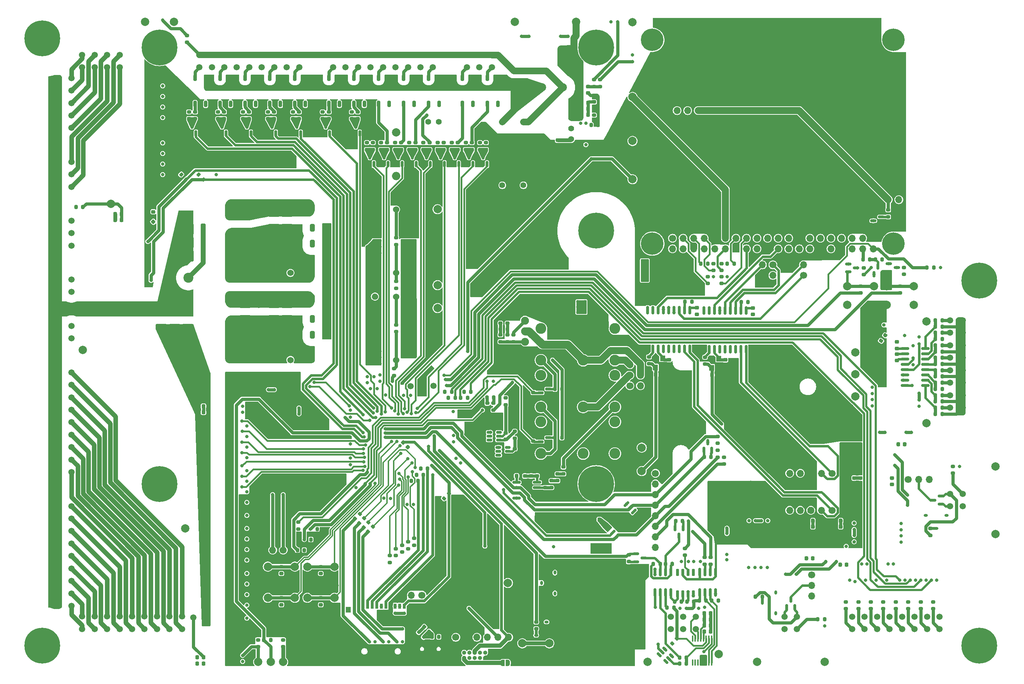
<source format=gbl>
G04 #@! TF.GenerationSoftware,KiCad,Pcbnew,8.0.1*
G04 #@! TF.CreationDate,2024-06-07T00:32:30+03:00*
G04 #@! TF.ProjectId,impeller18,696d7065-6c6c-4657-9231-382e6b696361,rev?*
G04 #@! TF.SameCoordinates,Original*
G04 #@! TF.FileFunction,Copper,L4,Bot*
G04 #@! TF.FilePolarity,Positive*
%FSLAX46Y46*%
G04 Gerber Fmt 4.6, Leading zero omitted, Abs format (unit mm)*
G04 Created by KiCad (PCBNEW 8.0.1) date 2024-06-07 00:32:30*
%MOMM*%
%LPD*%
G01*
G04 APERTURE LIST*
G04 Aperture macros list*
%AMRoundRect*
0 Rectangle with rounded corners*
0 $1 Rounding radius*
0 $2 $3 $4 $5 $6 $7 $8 $9 X,Y pos of 4 corners*
0 Add a 4 corners polygon primitive as box body*
4,1,4,$2,$3,$4,$5,$6,$7,$8,$9,$2,$3,0*
0 Add four circle primitives for the rounded corners*
1,1,$1+$1,$2,$3*
1,1,$1+$1,$4,$5*
1,1,$1+$1,$6,$7*
1,1,$1+$1,$8,$9*
0 Add four rect primitives between the rounded corners*
20,1,$1+$1,$2,$3,$4,$5,0*
20,1,$1+$1,$4,$5,$6,$7,0*
20,1,$1+$1,$6,$7,$8,$9,0*
20,1,$1+$1,$8,$9,$2,$3,0*%
%AMFreePoly0*
4,1,19,0.500000,-0.750000,0.000000,-0.750000,0.000000,-0.744911,-0.071157,-0.744911,-0.207708,-0.704816,-0.327430,-0.627875,-0.420627,-0.520320,-0.479746,-0.390866,-0.500000,-0.250000,-0.500000,0.250000,-0.479746,0.390866,-0.420627,0.520320,-0.327430,0.627875,-0.207708,0.704816,-0.071157,0.744911,0.000000,0.744911,0.000000,0.750000,0.500000,0.750000,0.500000,-0.750000,0.500000,-0.750000,
$1*%
%AMFreePoly1*
4,1,19,0.000000,0.744911,0.071157,0.744911,0.207708,0.704816,0.327430,0.627875,0.420627,0.520320,0.479746,0.390866,0.500000,0.250000,0.500000,-0.250000,0.479746,-0.390866,0.420627,-0.520320,0.327430,-0.627875,0.207708,-0.704816,0.071157,-0.744911,0.000000,-0.744911,0.000000,-0.750000,-0.500000,-0.750000,-0.500000,0.750000,0.000000,0.750000,0.000000,0.744911,0.000000,0.744911,
$1*%
G04 Aperture macros list end*
G04 #@! TA.AperFunction,Conductor*
%ADD10C,0.200000*%
G04 #@! TD*
G04 #@! TA.AperFunction,ComponentPad*
%ADD11C,1.524000*%
G04 #@! TD*
G04 #@! TA.AperFunction,ComponentPad*
%ADD12C,0.900000*%
G04 #@! TD*
G04 #@! TA.AperFunction,ComponentPad*
%ADD13C,8.600000*%
G04 #@! TD*
G04 #@! TA.AperFunction,ComponentPad*
%ADD14C,2.000000*%
G04 #@! TD*
G04 #@! TA.AperFunction,ComponentPad*
%ADD15C,1.400000*%
G04 #@! TD*
G04 #@! TA.AperFunction,ComponentPad*
%ADD16C,1.500000*%
G04 #@! TD*
G04 #@! TA.AperFunction,ComponentPad*
%ADD17C,1.600000*%
G04 #@! TD*
G04 #@! TA.AperFunction,ComponentPad*
%ADD18C,0.800000*%
G04 #@! TD*
G04 #@! TA.AperFunction,ComponentPad*
%ADD19C,5.400000*%
G04 #@! TD*
G04 #@! TA.AperFunction,ComponentPad*
%ADD20C,1.700000*%
G04 #@! TD*
G04 #@! TA.AperFunction,ComponentPad*
%ADD21O,1.700000X1.700000*%
G04 #@! TD*
G04 #@! TA.AperFunction,ComponentPad*
%ADD22C,2.600000*%
G04 #@! TD*
G04 #@! TA.AperFunction,ComponentPad*
%ADD23C,2.400000*%
G04 #@! TD*
G04 #@! TA.AperFunction,ComponentPad*
%ADD24R,2.600000X2.600000*%
G04 #@! TD*
G04 #@! TA.AperFunction,ComponentPad*
%ADD25C,1.000000*%
G04 #@! TD*
G04 #@! TA.AperFunction,ComponentPad*
%ADD26O,1.000000X1.000000*%
G04 #@! TD*
G04 #@! TA.AperFunction,ComponentPad*
%ADD27O,1.090000X2.000000*%
G04 #@! TD*
G04 #@! TA.AperFunction,ComponentPad*
%ADD28O,1.050000X1.600000*%
G04 #@! TD*
G04 #@! TA.AperFunction,ComponentPad*
%ADD29C,1.905000*%
G04 #@! TD*
G04 #@! TA.AperFunction,ComponentPad*
%ADD30O,0.700000X1.000000*%
G04 #@! TD*
G04 #@! TA.AperFunction,ComponentPad*
%ADD31O,2.000000X2.000000*%
G04 #@! TD*
G04 #@! TA.AperFunction,ComponentPad*
%ADD32O,1.000000X0.700000*%
G04 #@! TD*
G04 #@! TA.AperFunction,SMDPad,CuDef*
%ADD33RoundRect,0.200000X0.275000X-0.200000X0.275000X0.200000X-0.275000X0.200000X-0.275000X-0.200000X0*%
G04 #@! TD*
G04 #@! TA.AperFunction,SMDPad,CuDef*
%ADD34RoundRect,0.225000X0.250000X-0.225000X0.250000X0.225000X-0.250000X0.225000X-0.250000X-0.225000X0*%
G04 #@! TD*
G04 #@! TA.AperFunction,SMDPad,CuDef*
%ADD35RoundRect,0.225000X-0.225000X-0.250000X0.225000X-0.250000X0.225000X0.250000X-0.225000X0.250000X0*%
G04 #@! TD*
G04 #@! TA.AperFunction,SMDPad,CuDef*
%ADD36RoundRect,0.200000X-0.200000X-0.550000X0.200000X-0.550000X0.200000X0.550000X-0.200000X0.550000X0*%
G04 #@! TD*
G04 #@! TA.AperFunction,SMDPad,CuDef*
%ADD37RoundRect,0.200000X-0.200000X-0.275000X0.200000X-0.275000X0.200000X0.275000X-0.200000X0.275000X0*%
G04 #@! TD*
G04 #@! TA.AperFunction,SMDPad,CuDef*
%ADD38RoundRect,0.225000X0.225000X0.250000X-0.225000X0.250000X-0.225000X-0.250000X0.225000X-0.250000X0*%
G04 #@! TD*
G04 #@! TA.AperFunction,SMDPad,CuDef*
%ADD39RoundRect,0.200000X-0.275000X0.200000X-0.275000X-0.200000X0.275000X-0.200000X0.275000X0.200000X0*%
G04 #@! TD*
G04 #@! TA.AperFunction,SMDPad,CuDef*
%ADD40RoundRect,0.225000X-0.250000X0.225000X-0.250000X-0.225000X0.250000X-0.225000X0.250000X0.225000X0*%
G04 #@! TD*
G04 #@! TA.AperFunction,SMDPad,CuDef*
%ADD41RoundRect,0.150000X0.150000X-0.587500X0.150000X0.587500X-0.150000X0.587500X-0.150000X-0.587500X0*%
G04 #@! TD*
G04 #@! TA.AperFunction,SMDPad,CuDef*
%ADD42RoundRect,0.150000X-0.587500X-0.150000X0.587500X-0.150000X0.587500X0.150000X-0.587500X0.150000X0*%
G04 #@! TD*
G04 #@! TA.AperFunction,SMDPad,CuDef*
%ADD43RoundRect,0.250000X-0.325000X-0.650000X0.325000X-0.650000X0.325000X0.650000X-0.325000X0.650000X0*%
G04 #@! TD*
G04 #@! TA.AperFunction,SMDPad,CuDef*
%ADD44RoundRect,0.150000X0.150000X-0.825000X0.150000X0.825000X-0.150000X0.825000X-0.150000X-0.825000X0*%
G04 #@! TD*
G04 #@! TA.AperFunction,SMDPad,CuDef*
%ADD45RoundRect,0.200000X0.053033X-0.335876X0.335876X-0.053033X-0.053033X0.335876X-0.335876X0.053033X0*%
G04 #@! TD*
G04 #@! TA.AperFunction,SMDPad,CuDef*
%ADD46RoundRect,0.250000X-1.100000X0.325000X-1.100000X-0.325000X1.100000X-0.325000X1.100000X0.325000X0*%
G04 #@! TD*
G04 #@! TA.AperFunction,SMDPad,CuDef*
%ADD47RoundRect,0.200000X0.200000X0.275000X-0.200000X0.275000X-0.200000X-0.275000X0.200000X-0.275000X0*%
G04 #@! TD*
G04 #@! TA.AperFunction,SMDPad,CuDef*
%ADD48RoundRect,0.200000X0.335876X0.053033X0.053033X0.335876X-0.335876X-0.053033X-0.053033X-0.335876X0*%
G04 #@! TD*
G04 #@! TA.AperFunction,SMDPad,CuDef*
%ADD49RoundRect,0.250000X0.325000X0.650000X-0.325000X0.650000X-0.325000X-0.650000X0.325000X-0.650000X0*%
G04 #@! TD*
G04 #@! TA.AperFunction,SMDPad,CuDef*
%ADD50RoundRect,0.150000X-0.150000X0.725000X-0.150000X-0.725000X0.150000X-0.725000X0.150000X0.725000X0*%
G04 #@! TD*
G04 #@! TA.AperFunction,SMDPad,CuDef*
%ADD51RoundRect,0.225000X-0.017678X0.335876X-0.335876X0.017678X0.017678X-0.335876X0.335876X-0.017678X0*%
G04 #@! TD*
G04 #@! TA.AperFunction,SMDPad,CuDef*
%ADD52RoundRect,0.150000X0.512500X0.150000X-0.512500X0.150000X-0.512500X-0.150000X0.512500X-0.150000X0*%
G04 #@! TD*
G04 #@! TA.AperFunction,SMDPad,CuDef*
%ADD53RoundRect,0.200000X-0.053033X0.335876X-0.335876X0.053033X0.053033X-0.335876X0.335876X-0.053033X0*%
G04 #@! TD*
G04 #@! TA.AperFunction,SMDPad,CuDef*
%ADD54RoundRect,0.250000X-0.325000X-1.100000X0.325000X-1.100000X0.325000X1.100000X-0.325000X1.100000X0*%
G04 #@! TD*
G04 #@! TA.AperFunction,SMDPad,CuDef*
%ADD55RoundRect,0.225000X-0.335876X-0.017678X-0.017678X-0.335876X0.335876X0.017678X0.017678X0.335876X0*%
G04 #@! TD*
G04 #@! TA.AperFunction,SMDPad,CuDef*
%ADD56RoundRect,0.150000X-0.468458X0.256326X0.256326X-0.468458X0.468458X-0.256326X-0.256326X0.468458X0*%
G04 #@! TD*
G04 #@! TA.AperFunction,SMDPad,CuDef*
%ADD57RoundRect,0.200000X0.100391X-0.324880X0.340006X-0.004591X-0.100391X0.324880X-0.340006X0.004591X0*%
G04 #@! TD*
G04 #@! TA.AperFunction,SMDPad,CuDef*
%ADD58RoundRect,0.150000X-0.150000X0.825000X-0.150000X-0.825000X0.150000X-0.825000X0.150000X0.825000X0*%
G04 #@! TD*
G04 #@! TA.AperFunction,SMDPad,CuDef*
%ADD59R,1.200000X1.400000*%
G04 #@! TD*
G04 #@! TA.AperFunction,SMDPad,CuDef*
%ADD60RoundRect,0.150000X0.825000X0.150000X-0.825000X0.150000X-0.825000X-0.150000X0.825000X-0.150000X0*%
G04 #@! TD*
G04 #@! TA.AperFunction,SMDPad,CuDef*
%ADD61RoundRect,0.150000X0.150000X-0.875000X0.150000X0.875000X-0.150000X0.875000X-0.150000X-0.875000X0*%
G04 #@! TD*
G04 #@! TA.AperFunction,SMDPad,CuDef*
%ADD62RoundRect,0.150000X0.353553X0.565685X-0.565685X-0.353553X-0.353553X-0.565685X0.565685X0.353553X0*%
G04 #@! TD*
G04 #@! TA.AperFunction,SMDPad,CuDef*
%ADD63FreePoly0,180.000000*%
G04 #@! TD*
G04 #@! TA.AperFunction,SMDPad,CuDef*
%ADD64FreePoly1,180.000000*%
G04 #@! TD*
G04 #@! TA.AperFunction,SMDPad,CuDef*
%ADD65RoundRect,0.150000X0.587500X0.150000X-0.587500X0.150000X-0.587500X-0.150000X0.587500X-0.150000X0*%
G04 #@! TD*
G04 #@! TA.AperFunction,SMDPad,CuDef*
%ADD66R,0.700000X1.300000*%
G04 #@! TD*
G04 #@! TA.AperFunction,SMDPad,CuDef*
%ADD67R,1.200000X2.000000*%
G04 #@! TD*
G04 #@! TA.AperFunction,SMDPad,CuDef*
%ADD68R,1.050000X1.400000*%
G04 #@! TD*
G04 #@! TA.AperFunction,SMDPad,CuDef*
%ADD69RoundRect,0.150000X-0.150000X0.587500X-0.150000X-0.587500X0.150000X-0.587500X0.150000X0.587500X0*%
G04 #@! TD*
G04 #@! TA.AperFunction,SMDPad,CuDef*
%ADD70RoundRect,0.100000X0.100000X-0.637500X0.100000X0.637500X-0.100000X0.637500X-0.100000X-0.637500X0*%
G04 #@! TD*
G04 #@! TA.AperFunction,ViaPad*
%ADD71C,0.800000*%
G04 #@! TD*
G04 #@! TA.AperFunction,Conductor*
%ADD72C,0.800000*%
G04 #@! TD*
G04 #@! TA.AperFunction,Conductor*
%ADD73C,0.750000*%
G04 #@! TD*
G04 #@! TA.AperFunction,Conductor*
%ADD74C,0.600000*%
G04 #@! TD*
G04 #@! TA.AperFunction,Conductor*
%ADD75C,0.900000*%
G04 #@! TD*
G04 #@! TA.AperFunction,Conductor*
%ADD76C,0.550000*%
G04 #@! TD*
G04 #@! TA.AperFunction,Conductor*
%ADD77C,0.700000*%
G04 #@! TD*
G04 #@! TA.AperFunction,Conductor*
%ADD78C,1.150000*%
G04 #@! TD*
G04 #@! TA.AperFunction,Conductor*
%ADD79C,1.700000*%
G04 #@! TD*
G04 #@! TA.AperFunction,Conductor*
%ADD80C,1.905000*%
G04 #@! TD*
G04 #@! TA.AperFunction,Conductor*
%ADD81C,0.400000*%
G04 #@! TD*
G04 #@! TA.AperFunction,Conductor*
%ADD82C,1.500000*%
G04 #@! TD*
G04 #@! TA.AperFunction,Conductor*
%ADD83C,1.600000*%
G04 #@! TD*
G04 #@! TA.AperFunction,Conductor*
%ADD84C,0.450000*%
G04 #@! TD*
G04 #@! TA.AperFunction,Conductor*
%ADD85C,1.000000*%
G04 #@! TD*
G04 #@! TA.AperFunction,Conductor*
%ADD86C,1.100000*%
G04 #@! TD*
G04 #@! TA.AperFunction,Conductor*
%ADD87C,0.300000*%
G04 #@! TD*
G04 #@! TA.AperFunction,Conductor*
%ADD88C,0.440000*%
G04 #@! TD*
G04 APERTURE END LIST*
D10*
X238064400Y-102674000D02*
G75*
G02*
X236721600Y-102674000I-671400J0D01*
G01*
X236721600Y-102674000D02*
G75*
G02*
X238064400Y-102674000I671400J0D01*
G01*
D11*
X149178000Y-115141000D03*
X151718000Y-115141000D03*
X154258000Y-115141000D03*
X174578000Y-115141000D03*
X174578000Y-99901000D03*
X169498000Y-99901000D03*
X154258000Y-99901000D03*
X151718000Y-99901000D03*
D12*
X89501000Y-201583000D03*
X91781419Y-202527581D03*
X87220581Y-202527581D03*
X92726000Y-204808000D03*
D13*
X89501000Y-204808000D03*
D12*
X86276000Y-204808000D03*
X91781419Y-207088419D03*
X87220581Y-207088419D03*
X89501000Y-208033000D03*
D14*
X141434000Y-208731001D03*
D15*
X216678002Y-85536000D03*
X216678002Y-82996000D03*
X216678002Y-80456000D03*
X216678002Y-77916000D03*
D14*
X99269000Y-123826000D03*
D15*
X182328000Y-94076000D03*
X184868000Y-94076000D03*
X200108000Y-94076000D03*
X205188000Y-94076000D03*
X205188000Y-78836000D03*
X200108000Y-78836000D03*
X184868000Y-78836000D03*
X182328000Y-78836000D03*
D14*
X283014000Y-118308000D03*
X289514000Y-118308000D03*
X283014000Y-122808000D03*
X289514000Y-122808000D03*
D12*
X314778000Y-113779000D03*
X317058419Y-114723581D03*
X312497581Y-114723581D03*
X318003000Y-117004000D03*
D13*
X314778000Y-117004000D03*
D12*
X311553000Y-117004000D03*
X317058419Y-119284419D03*
X312497581Y-119284419D03*
X314778000Y-120229000D03*
D14*
X105986000Y-98511000D03*
X143741000Y-193294000D03*
X150241000Y-193294000D03*
X143741000Y-197794000D03*
X150241000Y-197794000D03*
X284975000Y-139553000D03*
D16*
X93519000Y-80286000D03*
X93519000Y-77286000D03*
X93519000Y-74286000D03*
X93519000Y-71286000D03*
X93519000Y-68286000D03*
X96519000Y-80286000D03*
X96519000Y-77286000D03*
X96519000Y-74286000D03*
X96519000Y-71286000D03*
X96519000Y-68286000D03*
D17*
X202885000Y-66551349D03*
X202885000Y-70051349D03*
D16*
X123089000Y-200796000D03*
X120089000Y-200796000D03*
X117089000Y-200796000D03*
X114089000Y-200796000D03*
X111089000Y-200796000D03*
X108089000Y-200796000D03*
X105089000Y-200796000D03*
X102089000Y-200796000D03*
X99089000Y-200796000D03*
X123089000Y-197796000D03*
X120089000Y-197796000D03*
X117089000Y-197796000D03*
X114089000Y-197796000D03*
X111089000Y-197796000D03*
X108089000Y-197796000D03*
X105089000Y-197796000D03*
X102089000Y-197796000D03*
X99089000Y-197796000D03*
D18*
X236176000Y-57081000D03*
X237607891Y-57674109D03*
X234744109Y-57674109D03*
X238201000Y-59106000D03*
D19*
X236176000Y-59106000D03*
D18*
X234151000Y-59106000D03*
X237607891Y-60537891D03*
X234744109Y-60537891D03*
X236176000Y-61131000D03*
D12*
X222676000Y-162679000D03*
X224956419Y-163623581D03*
X220395581Y-163623581D03*
X225901000Y-165904000D03*
D13*
X222676000Y-165904000D03*
D12*
X219451000Y-165904000D03*
X224956419Y-168184419D03*
X220395581Y-168184419D03*
X222676000Y-169129000D03*
D20*
X279368500Y-172257001D03*
D21*
X276828500Y-172257001D03*
X274288500Y-172257001D03*
X271748500Y-172257001D03*
X269208500Y-172257001D03*
D16*
X125839000Y-198056000D03*
D22*
X219563000Y-136157000D03*
X227183000Y-128537000D03*
X227183000Y-136157000D03*
X209403000Y-136157000D03*
X209403000Y-128537000D03*
D14*
X99269000Y-133716500D03*
D20*
X236936000Y-163353000D03*
D21*
X236936000Y-165893000D03*
X236936000Y-168433000D03*
X236936000Y-170973000D03*
X236936000Y-173513000D03*
X236936000Y-176053000D03*
X236936000Y-178593000D03*
X236936000Y-181133000D03*
D16*
X183576000Y-142351000D03*
D23*
X124654000Y-116327000D03*
X124654000Y-101327000D03*
X134654000Y-101327000D03*
X134654000Y-116327000D03*
D14*
X153241000Y-193294000D03*
X159741000Y-193294000D03*
X153241000Y-197794000D03*
X159741000Y-197794000D03*
X252177000Y-206862001D03*
D16*
X310778000Y-168298000D03*
X310778000Y-171298000D03*
X307778000Y-168298000D03*
X307778000Y-171298000D03*
D11*
X149179000Y-136091000D03*
X151719000Y-136091000D03*
X154259000Y-136091000D03*
X174579000Y-136091000D03*
X174579000Y-120851000D03*
X169499000Y-120851000D03*
X154259000Y-120851000D03*
X151719000Y-120851000D03*
D24*
X222576000Y-181405001D03*
X225116000Y-181405001D03*
D22*
X223846000Y-208405002D03*
D16*
X191586000Y-62726000D03*
X194586000Y-62726000D03*
X197586000Y-62726000D03*
X191586000Y-65726000D03*
X194586000Y-65726000D03*
X197586000Y-65726000D03*
D25*
X190929000Y-207764000D03*
D26*
X190929000Y-206494000D03*
X192199000Y-207764000D03*
X192199000Y-206494000D03*
X193469000Y-207764000D03*
X193469000Y-206494000D03*
X194739000Y-207764000D03*
X194739000Y-206494000D03*
X196009000Y-207764000D03*
X196009000Y-206494000D03*
D14*
X184553000Y-99826000D03*
X184553000Y-104826000D03*
D20*
X272526000Y-115753000D03*
D21*
X272526000Y-113213000D03*
D12*
X219451000Y-105004000D03*
X220395581Y-102723581D03*
X220395581Y-107284419D03*
X222676000Y-101779000D03*
D13*
X222676000Y-105004000D03*
D12*
X222676000Y-108229000D03*
X224956419Y-102723581D03*
X224956419Y-107284419D03*
X225901000Y-105004000D03*
X117676000Y-57679000D03*
X119956419Y-58623581D03*
X115395581Y-58623581D03*
X120901000Y-60904000D03*
D13*
X117676000Y-60904000D03*
D12*
X114451000Y-60904000D03*
X119956419Y-63184419D03*
X115395581Y-63184419D03*
X117676000Y-64129000D03*
D14*
X231426000Y-72837000D03*
D16*
X93519000Y-94436000D03*
X93519000Y-91436000D03*
X93519000Y-88436000D03*
X96519000Y-94436000D03*
X96519000Y-91436000D03*
X96519000Y-88436000D03*
D22*
X219563000Y-147377000D03*
X227183000Y-139757000D03*
X227183000Y-147377000D03*
X209403000Y-147377000D03*
X209403000Y-139757000D03*
D18*
X236176000Y-106081000D03*
X237607891Y-106674109D03*
X234744109Y-106674109D03*
X238201000Y-108106000D03*
D19*
X236176000Y-108106000D03*
D18*
X234151000Y-108106000D03*
X237607891Y-109537891D03*
X234744109Y-109537891D03*
X236176000Y-110131000D03*
D14*
X233636000Y-162815000D03*
D12*
X222676000Y-57679000D03*
X224956419Y-58623581D03*
X220395581Y-58623581D03*
X225901000Y-60904000D03*
D13*
X222676000Y-60904000D03*
D12*
X219451000Y-60904000D03*
X224956419Y-63184419D03*
X220395581Y-63184419D03*
X222676000Y-64129000D03*
D20*
X274477500Y-187757001D03*
D21*
X274477500Y-190297001D03*
X274477500Y-192837001D03*
D16*
X159426000Y-62726000D03*
X162426000Y-62726000D03*
X165426000Y-62726000D03*
X168426000Y-62726000D03*
X171426000Y-62726000D03*
X174426000Y-62726000D03*
X177426000Y-62726000D03*
X180426000Y-62726000D03*
X183426000Y-62726000D03*
X159426000Y-65726000D03*
X162426000Y-65726000D03*
X165426000Y-65726000D03*
X168426000Y-65726000D03*
X171426000Y-65726000D03*
X174426000Y-65726000D03*
X177426000Y-65726000D03*
X180426000Y-65726000D03*
X183426000Y-65726000D03*
D20*
X247216000Y-76106000D03*
D21*
X244676000Y-76106000D03*
X242136000Y-76106000D03*
D20*
X147437438Y-181808000D03*
D21*
X144897438Y-181808000D03*
X142357438Y-181808000D03*
D14*
X302070000Y-126809000D03*
D27*
X186406000Y-207733000D03*
D28*
X186406000Y-204283000D03*
D27*
X179206000Y-207733000D03*
D28*
X179206000Y-204283000D03*
D14*
X141604000Y-100614000D03*
X141604000Y-105614000D03*
X114217000Y-54806000D03*
X141604000Y-122544000D03*
X141604000Y-127544000D03*
D29*
X205565000Y-131691000D03*
X205565000Y-129151000D03*
X205565000Y-126611000D03*
D30*
X265839500Y-196995001D03*
X262639500Y-194495001D03*
X265839500Y-191995001D03*
D14*
X184554000Y-123601000D03*
X184554000Y-128601000D03*
X184554000Y-118101000D03*
X184554000Y-113101000D03*
X261345750Y-208731001D03*
D20*
X230783000Y-142308000D03*
D21*
X233323000Y-142308000D03*
D14*
X144434000Y-208731001D03*
X233636000Y-157183000D03*
D16*
X99089000Y-62726000D03*
X102089000Y-62726000D03*
X105089000Y-62726000D03*
X108089000Y-62726000D03*
X99089000Y-65726000D03*
X102089000Y-65726000D03*
X105089000Y-65726000D03*
X108089000Y-65726000D03*
D12*
X89501000Y-55479000D03*
X91781419Y-56423581D03*
X87220581Y-56423581D03*
X92726000Y-58704000D03*
D13*
X89501000Y-58704000D03*
D12*
X86276000Y-58704000D03*
X91781419Y-60984419D03*
X87220581Y-60984419D03*
X89501000Y-61929000D03*
D14*
X284975000Y-144853000D03*
D31*
X174578000Y-91826000D03*
D14*
X169578000Y-91826000D03*
D16*
X93519000Y-119746000D03*
X93519000Y-116746000D03*
X96519000Y-119746000D03*
X96519000Y-116746000D03*
D14*
X153241000Y-185794000D03*
X159741000Y-185794000D03*
X153241000Y-190294000D03*
X159741000Y-190294000D03*
D20*
X292906000Y-97538000D03*
D21*
X295446000Y-97538000D03*
D14*
X147434000Y-208731001D03*
X123908000Y-176579000D03*
D32*
X306962000Y-173430000D03*
X304462000Y-176630000D03*
X301962000Y-173430000D03*
D16*
X93519000Y-195226000D03*
X93519000Y-192226000D03*
X93519000Y-189226000D03*
X93519000Y-186226000D03*
X93519000Y-183226000D03*
X93519000Y-180226000D03*
X93519000Y-177226000D03*
X93519000Y-174226000D03*
X93519000Y-171226000D03*
X96519000Y-195226000D03*
X96519000Y-192226000D03*
X96519000Y-189226000D03*
X96519000Y-186226000D03*
X96519000Y-183226000D03*
X96519000Y-180226000D03*
X96519000Y-177226000D03*
X96519000Y-174226000D03*
X96519000Y-171226000D03*
X93519000Y-108586000D03*
X93519000Y-105586000D03*
X93519000Y-102586000D03*
X96519000Y-108586000D03*
X96519000Y-105586000D03*
X96519000Y-102586000D03*
D22*
X190398000Y-178502000D03*
X198018000Y-178502000D03*
D20*
X241046000Y-106816000D03*
D21*
X241046000Y-109356000D03*
X243586000Y-106816000D03*
X243586000Y-109356000D03*
X246126000Y-106816000D03*
X246126000Y-109356000D03*
X248666000Y-106816000D03*
X248666000Y-109356000D03*
X251206000Y-106816000D03*
X251206000Y-109356000D03*
X253746000Y-106816000D03*
X253746000Y-109356000D03*
X256286000Y-106816000D03*
X256286000Y-109356000D03*
X258826000Y-106816000D03*
X258826000Y-109356000D03*
X261366000Y-106816000D03*
X261366000Y-109356000D03*
X263906000Y-106816000D03*
X263906000Y-109356000D03*
X266446000Y-106816000D03*
X266446000Y-109356000D03*
X268986000Y-106816000D03*
X268986000Y-109356000D03*
X271526000Y-106816000D03*
X271526000Y-109356000D03*
X274066000Y-106816000D03*
X274066000Y-109356000D03*
X276606000Y-106816000D03*
X276606000Y-109356000D03*
X279146000Y-106816000D03*
X279146000Y-109356000D03*
X281686000Y-106816000D03*
X281686000Y-109356000D03*
X284226000Y-106816000D03*
X284226000Y-109356000D03*
X286766000Y-106816000D03*
X286766000Y-109356000D03*
X289306000Y-106816000D03*
X289306000Y-109356000D03*
D14*
X235027000Y-208731001D03*
X174578000Y-81326000D03*
X169578000Y-81326000D03*
D16*
X127266000Y-62726000D03*
X130266000Y-62726000D03*
X133266000Y-62726000D03*
X136266000Y-62726000D03*
X139266000Y-62726000D03*
X142266000Y-62726000D03*
X145266000Y-62726000D03*
X148266000Y-62726000D03*
X151266000Y-62726000D03*
X127266000Y-65726000D03*
X130266000Y-65726000D03*
X133266000Y-65726000D03*
X136266000Y-65726000D03*
X139266000Y-65726000D03*
X142266000Y-65726000D03*
X145266000Y-65726000D03*
X148266000Y-65726000D03*
X151266000Y-65726000D03*
D14*
X318698000Y-161672250D03*
D16*
X93519000Y-130906000D03*
X93519000Y-127906000D03*
X96519000Y-130906000D03*
X96519000Y-127906000D03*
D14*
X292514000Y-118308000D03*
X299014000Y-118308000D03*
X292514000Y-122808000D03*
X299014000Y-122808000D03*
X284975000Y-134253000D03*
D22*
X219563000Y-158597000D03*
X227183000Y-150977000D03*
X227183000Y-158597000D03*
X209403000Y-158597000D03*
X209403000Y-150977000D03*
D14*
X231426000Y-83412000D03*
X203156000Y-54806000D03*
X143741000Y-185794000D03*
X150241000Y-185794000D03*
X143741000Y-190294000D03*
X150241000Y-190294000D03*
D16*
X93519000Y-163066000D03*
X93519000Y-160066000D03*
X93519000Y-157066000D03*
X93519000Y-154066000D03*
X93519000Y-151066000D03*
X93519000Y-148066000D03*
X93519000Y-145066000D03*
X93519000Y-142066000D03*
X93519000Y-139066000D03*
X96519000Y-163066000D03*
X96519000Y-160066000D03*
X96519000Y-157066000D03*
X96519000Y-154066000D03*
X96519000Y-151066000D03*
X96519000Y-148066000D03*
X96519000Y-145066000D03*
X96519000Y-142066000D03*
X96519000Y-139066000D03*
X305223000Y-200811001D03*
X302223000Y-200811001D03*
X299223000Y-200811001D03*
X296223000Y-200811001D03*
X293223000Y-200811001D03*
X290223000Y-200811001D03*
X287223000Y-200811001D03*
X284223000Y-200811001D03*
X305223000Y-197811001D03*
X302223000Y-197811001D03*
X299223000Y-197811001D03*
X296223000Y-197811001D03*
X293223000Y-197811001D03*
X290223000Y-197811001D03*
X287223000Y-197811001D03*
X284223000Y-197811001D03*
D12*
X314778000Y-201583001D03*
X317058419Y-202527582D03*
X312497581Y-202527582D03*
X318003000Y-204808001D03*
D13*
X314778000Y-204808001D03*
D12*
X311553000Y-204808001D03*
X317058419Y-207088420D03*
X312497581Y-207088420D03*
X314778000Y-208033001D03*
D14*
X204924000Y-204231001D03*
X211424000Y-204231001D03*
X204924000Y-208731001D03*
X211424000Y-208731001D03*
X231426000Y-92638000D03*
D30*
X212764000Y-192225000D03*
X209564000Y-189725000D03*
X212764000Y-187225000D03*
D12*
X117676000Y-162679000D03*
X119956419Y-163623581D03*
X115395581Y-163623581D03*
X120901000Y-165904000D03*
D13*
X117676000Y-165904000D03*
D12*
X114451000Y-165904000D03*
X119956419Y-168184419D03*
X115395581Y-168184419D03*
X117676000Y-169129000D03*
D23*
X124654000Y-135744000D03*
X124654000Y-120744000D03*
X134654000Y-120744000D03*
X134654000Y-135744000D03*
D20*
X230783000Y-139768000D03*
D21*
X233323000Y-139768000D03*
D14*
X121128000Y-54806000D03*
X217883750Y-54806000D03*
X318698000Y-177923750D03*
X214623677Y-70525999D03*
X209623677Y-70525999D03*
X201463000Y-189725000D03*
D32*
X210750000Y-199099001D03*
X208250000Y-202299001D03*
X205750000Y-199099001D03*
D16*
X178064500Y-142397000D03*
X310781000Y-126559000D03*
X310781000Y-129559000D03*
X310781000Y-132559000D03*
X310781000Y-135559000D03*
X310781000Y-138559000D03*
X310781000Y-141559000D03*
X310781000Y-144559000D03*
X310781000Y-147559000D03*
X307781000Y-126559000D03*
X307781000Y-129559000D03*
X307781000Y-132559000D03*
X307781000Y-135559000D03*
X307781000Y-138559000D03*
X307781000Y-141559000D03*
X307781000Y-144559000D03*
X307781000Y-147559000D03*
D20*
X297724000Y-164792000D03*
D21*
X300264000Y-164792000D03*
X302804000Y-164792000D03*
D16*
X270971500Y-200811001D03*
X267971500Y-200811001D03*
X270971500Y-197811001D03*
X267971500Y-197811001D03*
D14*
X302070000Y-151316500D03*
D18*
X294176000Y-57081000D03*
X295607891Y-57674109D03*
X292744109Y-57674109D03*
X296201000Y-59106000D03*
D19*
X294176000Y-59106000D03*
D18*
X292151000Y-59106000D03*
X295607891Y-60537891D03*
X292744109Y-60537891D03*
X294176000Y-61131000D03*
D20*
X279368500Y-163353000D03*
D21*
X276828500Y-163353000D03*
X274288500Y-163353000D03*
X271748500Y-163353000D03*
X269208500Y-163353000D03*
D18*
X294176000Y-106081000D03*
X295607891Y-106674109D03*
X292744109Y-106674109D03*
X296201000Y-108106000D03*
D19*
X294176000Y-108106000D03*
D18*
X292151000Y-108106000D03*
X295607891Y-109537891D03*
X292744109Y-109537891D03*
X294176000Y-110131000D03*
D20*
X233333000Y-137228000D03*
D21*
X230793000Y-137228000D03*
D20*
X180788000Y-192657000D03*
D21*
X178248000Y-192657000D03*
X175708000Y-192657000D03*
D14*
X277597250Y-208731001D03*
D20*
X265181000Y-113203000D03*
D21*
X265181000Y-115743000D03*
X262641000Y-113203000D03*
X262641000Y-115743000D03*
D14*
X231426000Y-54842000D03*
D20*
X188924000Y-202784000D03*
D21*
X191464000Y-202784000D03*
X194004000Y-202784000D03*
X196544000Y-202784000D03*
X199084000Y-202784000D03*
X201624000Y-202784000D03*
D14*
X150434000Y-208731001D03*
D16*
X246597000Y-200811001D03*
X243597000Y-200811001D03*
X240597000Y-200811001D03*
X246597000Y-197811001D03*
X243597000Y-197811001D03*
X240597000Y-197811001D03*
D33*
X178905000Y-180658000D03*
X178905000Y-179008000D03*
D34*
X286179000Y-166035999D03*
X286179000Y-164485999D03*
D35*
X219173678Y-74201000D03*
X220723678Y-74201000D03*
D36*
X128766000Y-74526000D03*
X126226000Y-74526000D03*
X126226000Y-68226000D03*
X128766000Y-68226000D03*
D37*
X196406000Y-145086500D03*
X198056000Y-145086500D03*
D33*
X182606000Y-85481000D03*
X182606000Y-83831000D03*
D38*
X128264000Y-209086001D03*
X126714000Y-209086001D03*
X108583000Y-102435000D03*
X107033000Y-102435000D03*
D39*
X156491000Y-185794000D03*
X156491000Y-187444000D03*
D33*
X196501000Y-148151500D03*
X196501000Y-146501500D03*
X248771000Y-185206001D03*
X248771000Y-183556001D03*
D34*
X220698678Y-71876000D03*
X220698678Y-70326000D03*
D36*
X134766000Y-74526000D03*
X132226000Y-74526000D03*
X132226000Y-68226000D03*
X134766000Y-68226000D03*
D39*
X202772000Y-130041000D03*
X202772000Y-131691000D03*
D37*
X250437000Y-193993501D03*
X252087000Y-193993501D03*
D33*
X287051500Y-115595000D03*
X287051500Y-113945000D03*
X133226000Y-78081000D03*
X133226000Y-76431000D03*
D39*
X174579000Y-127646000D03*
X174579000Y-129296000D03*
D40*
X203089499Y-157446998D03*
X203089499Y-158996998D03*
D33*
X223618678Y-70326000D03*
X223618678Y-68676000D03*
D41*
X189626000Y-88993500D03*
X187726000Y-88993500D03*
X188676000Y-87118500D03*
D35*
X273233501Y-176212001D03*
X274783501Y-176212001D03*
D42*
X289318500Y-102601000D03*
X289318500Y-100701000D03*
X291193500Y-101651000D03*
D43*
X154446000Y-108114000D03*
X157396000Y-108114000D03*
D44*
X240606000Y-192036001D03*
X239336000Y-192036001D03*
X238066000Y-192036001D03*
X236796000Y-192036001D03*
X236796000Y-187086001D03*
X238066000Y-187086001D03*
X239336000Y-187086001D03*
X240606000Y-187086001D03*
D45*
X167799765Y-177365491D03*
X168966491Y-176198765D03*
D42*
X283316499Y-114895000D03*
X283316499Y-112995000D03*
X285191499Y-113945000D03*
D39*
X149766000Y-76431000D03*
X149766000Y-78081000D03*
D33*
X174525000Y-183133000D03*
X174525000Y-181483000D03*
X177445000Y-181483000D03*
X177445000Y-179833000D03*
D43*
X154446000Y-130044000D03*
X157396000Y-130044000D03*
D39*
X244015999Y-181388001D03*
X244015999Y-183038001D03*
D46*
X138229000Y-101952000D03*
X138229000Y-104902000D03*
D47*
X305875000Y-135559000D03*
X304225000Y-135559000D03*
D37*
X304225000Y-149059000D03*
X305875000Y-149059000D03*
D46*
X121304000Y-125081000D03*
X121304000Y-128031000D03*
D33*
X151011500Y-176728000D03*
X151011500Y-175078000D03*
D48*
X128269089Y-92660452D03*
X127102363Y-91493726D03*
D34*
X116203000Y-100455000D03*
X116203000Y-98905000D03*
D36*
X152766000Y-74526000D03*
X150226000Y-74526000D03*
X150226000Y-68226000D03*
X152766000Y-68226000D03*
D49*
X157396000Y-104314000D03*
X154446000Y-104314000D03*
D33*
X222158678Y-77185323D03*
X222158678Y-75535323D03*
D40*
X200926999Y-153671997D03*
X200926999Y-155221997D03*
D41*
X126446000Y-81593500D03*
X124546000Y-81593500D03*
X125496000Y-79718500D03*
D45*
X166767389Y-176333115D03*
X167934115Y-175166389D03*
D50*
X242196000Y-187186001D03*
X243466000Y-187186001D03*
X244736000Y-187186001D03*
X246006000Y-187186001D03*
X246006000Y-192336001D03*
X244736000Y-192336001D03*
X243466000Y-192336001D03*
X242196000Y-192336001D03*
D33*
X282723000Y-195904001D03*
X282723000Y-194254001D03*
X139226000Y-78081000D03*
X139226000Y-76431000D03*
D51*
X116203000Y-102844124D03*
X115106984Y-103940140D03*
D47*
X305875000Y-132559000D03*
X304225000Y-132559000D03*
D41*
X179426000Y-88993500D03*
X177526000Y-88993500D03*
X178476000Y-87118500D03*
D47*
X305875000Y-138559000D03*
X304225000Y-138559000D03*
D37*
X150841500Y-181808000D03*
X152491500Y-181808000D03*
D47*
X184856500Y-202685000D03*
X183206500Y-202685000D03*
D37*
X241780000Y-174783000D03*
X243430000Y-174783000D03*
D36*
X146766000Y-74526000D03*
X144226000Y-74526000D03*
X144226000Y-68226000D03*
X146766000Y-68226000D03*
D41*
X172626000Y-88993500D03*
X170726000Y-88993500D03*
X171676000Y-87118500D03*
D37*
X304225000Y-131059000D03*
X305875000Y-131059000D03*
D52*
X201447000Y-157097000D03*
X201447000Y-158046999D03*
X201447000Y-158996998D03*
X199172000Y-158996998D03*
X199172000Y-158046999D03*
X199172000Y-157097000D03*
D37*
X154066500Y-179268000D03*
X155716500Y-179268000D03*
D39*
X252806000Y-112928000D03*
X252806000Y-114578000D03*
X156491000Y-193294000D03*
X156491000Y-194944000D03*
D47*
X214430500Y-143067000D03*
X212780500Y-143067000D03*
X188774000Y-145228000D03*
X187124000Y-145228000D03*
D39*
X187946000Y-83831000D03*
X187946000Y-85481000D03*
X167546000Y-83831000D03*
X167546000Y-85481000D03*
X194746000Y-83831000D03*
X194746000Y-85481000D03*
D33*
X175806000Y-85481000D03*
X175806000Y-83831000D03*
D38*
X250211000Y-198506001D03*
X248661000Y-198506001D03*
D37*
X304225000Y-143059000D03*
X305875000Y-143059000D03*
D33*
X173065000Y-184783000D03*
X173065000Y-183133000D03*
D41*
X133666000Y-81593500D03*
X131766000Y-81593500D03*
X132716000Y-79718500D03*
D47*
X201312000Y-128656000D03*
X199662000Y-128656000D03*
D37*
X254206000Y-112928000D03*
X255856000Y-112928000D03*
D53*
X242097000Y-203096637D03*
X240930274Y-204263363D03*
D37*
X236396000Y-185131001D03*
X238046000Y-185131001D03*
D36*
X199086000Y-74526000D03*
X196546000Y-74526000D03*
X196546000Y-68226000D03*
X199086000Y-68226000D03*
D41*
X169226000Y-88993500D03*
X167326000Y-88993500D03*
X168276000Y-87118500D03*
D33*
X251929000Y-156132500D03*
X251929000Y-154482500D03*
D39*
X141359001Y-203399500D03*
X141359001Y-205049500D03*
D37*
X190084000Y-145228000D03*
X191734000Y-145228000D03*
D34*
X286179000Y-156346000D03*
X286179000Y-154796000D03*
D39*
X170946000Y-83831000D03*
X170946000Y-85481000D03*
D37*
X97598000Y-99318500D03*
X99248000Y-99318500D03*
D40*
X294942000Y-131744000D03*
X294942000Y-133294000D03*
D49*
X157396000Y-126244000D03*
X154446000Y-126244000D03*
D33*
X235363000Y-136992000D03*
X235363000Y-135342000D03*
X175985000Y-182308000D03*
X175985000Y-180658000D03*
D39*
X250901000Y-112928000D03*
X250901000Y-114578000D03*
D36*
X172926000Y-74526000D03*
X170386000Y-74526000D03*
X170386000Y-68226000D03*
X172926000Y-68226000D03*
D35*
X221886000Y-174463000D03*
X223436000Y-174463000D03*
D48*
X124082726Y-92660452D03*
X122916000Y-91493726D03*
D33*
X179206000Y-85481000D03*
X179206000Y-83831000D03*
X211898000Y-166776000D03*
X211898000Y-165126000D03*
X203089499Y-154909500D03*
X203089499Y-153259500D03*
D46*
X148380500Y-122969000D03*
X148380500Y-125919000D03*
D47*
X249109000Y-193996501D03*
X247459000Y-193996501D03*
D54*
X125279000Y-104633000D03*
X128229000Y-104633000D03*
D41*
X145666000Y-81593500D03*
X143766000Y-81593500D03*
X144716000Y-79718500D03*
D37*
X221463000Y-79551000D03*
X223113000Y-79551000D03*
D55*
X176318463Y-155906463D03*
X177414479Y-157002479D03*
D47*
X245703000Y-122097000D03*
X244053000Y-122097000D03*
D54*
X125279000Y-111033000D03*
X128229000Y-111033000D03*
D35*
X295323999Y-156374000D03*
X296873999Y-156374000D03*
D33*
X126226000Y-78081000D03*
X126226000Y-76431000D03*
X285723000Y-195904001D03*
X285723000Y-194254001D03*
D41*
X165826000Y-81593500D03*
X163926000Y-81593500D03*
X164876000Y-79718500D03*
D37*
X260989500Y-193068001D03*
X262639500Y-193068001D03*
D33*
X172406000Y-85481000D03*
X172406000Y-83831000D03*
D47*
X305875000Y-129559000D03*
X304225000Y-129559000D03*
D37*
X304225000Y-134059000D03*
X305875000Y-134059000D03*
D41*
X139666000Y-81593500D03*
X137766000Y-81593500D03*
X138716000Y-79718500D03*
D38*
X238568000Y-139617000D03*
X237018000Y-139617000D03*
D46*
X124504000Y-125081000D03*
X124504000Y-128031000D03*
D42*
X209268000Y-155737000D03*
X209268000Y-153837000D03*
X211143000Y-154787000D03*
D34*
X284719000Y-156346000D03*
X284719000Y-154796000D03*
D33*
X291723000Y-195904001D03*
X291723000Y-194254001D03*
D47*
X250320000Y-159407500D03*
X248670000Y-159407500D03*
D37*
X289788999Y-111886000D03*
X291438999Y-111886000D03*
D40*
X214810000Y-132897000D03*
X214810000Y-134447000D03*
D33*
X145226000Y-78081000D03*
X145226000Y-76431000D03*
X222158678Y-70326000D03*
X222158678Y-68676000D03*
D47*
X259207500Y-122169000D03*
X257557500Y-122169000D03*
D35*
X219173678Y-77121000D03*
X220723678Y-77121000D03*
D56*
X237859915Y-207015835D03*
X238531666Y-206344084D03*
X239203417Y-205672333D03*
X240812085Y-207281001D03*
X240140334Y-207952752D03*
X239468583Y-208624503D03*
D37*
X180478000Y-162241000D03*
X182128000Y-162241000D03*
D33*
X169006000Y-85481000D03*
X169006000Y-83831000D03*
D57*
X291172795Y-131479596D03*
X292161207Y-130158404D03*
D38*
X128264000Y-207626001D03*
X126714000Y-207626001D03*
D46*
X118104000Y-125081000D03*
X118104000Y-128031000D03*
D47*
X243189000Y-194192501D03*
X241539000Y-194192501D03*
X157234000Y-176728000D03*
X155584000Y-176728000D03*
D40*
X213350000Y-132897000D03*
X213350000Y-134447000D03*
D33*
X253389000Y-161132500D03*
X253389000Y-159482500D03*
D58*
X247596000Y-187086001D03*
X248866000Y-187086001D03*
X250136000Y-187086001D03*
X251406000Y-187086001D03*
X251406000Y-192036001D03*
X250136000Y-192036001D03*
X248866000Y-192036001D03*
X247596000Y-192036001D03*
D59*
X252147500Y-135759000D03*
X252147500Y-137959000D03*
X250447500Y-137959000D03*
X250447500Y-135759000D03*
D34*
X213474000Y-84796000D03*
X213474000Y-83246000D03*
D33*
X296663999Y-115510000D03*
X296663999Y-113860000D03*
X300723000Y-195904001D03*
X300723000Y-194254001D03*
D39*
X163926000Y-76431000D03*
X163926000Y-78081000D03*
D60*
X301847000Y-133364000D03*
X301847000Y-134634000D03*
X301847000Y-135904000D03*
X301847000Y-137174000D03*
X301847000Y-138444000D03*
X301847000Y-139714000D03*
X301847000Y-140984000D03*
X301847000Y-142254000D03*
X296897000Y-142254000D03*
X296897000Y-140984000D03*
X296897000Y-139714000D03*
X296897000Y-138444000D03*
X296897000Y-137174000D03*
X296897000Y-135904000D03*
X296897000Y-134634000D03*
X296897000Y-133364000D03*
D61*
X258727500Y-133479000D03*
X257457500Y-133479000D03*
X256187500Y-133479000D03*
X254917500Y-133479000D03*
X253647500Y-133479000D03*
X252377500Y-133479000D03*
X251107500Y-133479000D03*
X249837500Y-133479000D03*
X248567500Y-133479000D03*
X248567500Y-124179000D03*
X249837500Y-124179000D03*
X251107500Y-124179000D03*
X252377500Y-124179000D03*
X253647500Y-124179000D03*
X254917500Y-124179000D03*
X256187500Y-124179000D03*
X257457500Y-124179000D03*
X258727500Y-124179000D03*
D34*
X284719000Y-166035999D03*
X284719000Y-164485999D03*
D52*
X199284500Y-153471999D03*
X199284500Y-154421998D03*
X199284500Y-155371997D03*
X197009500Y-155371997D03*
X197009500Y-154421998D03*
X197009500Y-153471999D03*
D37*
X142784000Y-203399500D03*
X144434000Y-203399500D03*
D39*
X177746000Y-83831000D03*
X177746000Y-85481000D03*
D33*
X189406000Y-85481000D03*
X189406000Y-83831000D03*
X192806000Y-85481000D03*
X192806000Y-83831000D03*
D37*
X179476000Y-163701000D03*
X181126000Y-163701000D03*
D34*
X293799000Y-166035999D03*
X293799000Y-164485999D03*
D33*
X201312000Y-131691000D03*
X201312000Y-130041000D03*
D47*
X187949000Y-143768000D03*
X186299000Y-143768000D03*
D36*
X140766000Y-74526000D03*
X138226000Y-74526000D03*
X138226000Y-68226000D03*
X140766000Y-68226000D03*
D33*
X186006000Y-85481000D03*
X186006000Y-83831000D03*
X151226000Y-78081000D03*
X151226000Y-76431000D03*
D48*
X181256000Y-202685000D03*
X180089274Y-201518274D03*
D38*
X252072500Y-139689000D03*
X250522500Y-139689000D03*
D33*
X158386000Y-78081000D03*
X158386000Y-76431000D03*
X303723000Y-195904001D03*
X303723000Y-194254001D03*
D39*
X146991000Y-185794000D03*
X146991000Y-187444000D03*
D37*
X178228000Y-165161000D03*
X179878000Y-165161000D03*
D39*
X131766000Y-76431000D03*
X131766000Y-78081000D03*
D40*
X260397500Y-123604000D03*
X260397500Y-125154000D03*
D39*
X184546000Y-83831000D03*
X184546000Y-85481000D03*
D47*
X249506000Y-112928000D03*
X247856000Y-112928000D03*
D35*
X273233501Y-174752001D03*
X274783501Y-174752001D03*
D47*
X305875000Y-141559000D03*
X304225000Y-141559000D03*
X305875000Y-144559000D03*
X304225000Y-144559000D03*
D62*
X229950546Y-170735377D03*
X230848572Y-171633403D03*
X231746597Y-172531428D03*
X232644623Y-173429454D03*
X227553454Y-178520623D03*
X226655428Y-177622597D03*
X225757403Y-176724572D03*
X224859377Y-175826546D03*
D39*
X292906000Y-100001000D03*
X292906000Y-101651000D03*
D33*
X199662000Y-127271000D03*
X199662000Y-125621000D03*
D38*
X128264000Y-148683000D03*
X126714000Y-148683000D03*
D39*
X251929000Y-157832500D03*
X251929000Y-159482500D03*
D40*
X208174000Y-204231001D03*
X208174000Y-205781001D03*
D37*
X304225000Y-128059000D03*
X305875000Y-128059000D03*
D46*
X148380000Y-101039000D03*
X148380000Y-103989000D03*
D39*
X249506000Y-116028000D03*
X249506000Y-117678000D03*
D36*
X166926000Y-74526000D03*
X164386000Y-74526000D03*
X164386000Y-68226000D03*
X166926000Y-68226000D03*
D33*
X213358000Y-165126000D03*
X213358000Y-163476000D03*
X201312000Y-127271000D03*
X201312000Y-125621000D03*
D45*
X181367274Y-200249725D03*
X182534000Y-199082999D03*
D46*
X145180500Y-122969000D03*
X145180500Y-125919000D03*
D63*
X201449000Y-208955001D03*
D64*
X200149000Y-208955001D03*
D35*
X201983000Y-163981000D03*
X203533000Y-163981000D03*
D39*
X191346000Y-83831000D03*
X191346000Y-85481000D03*
D35*
X219173678Y-75661000D03*
X220723678Y-75661000D03*
D33*
X294723000Y-195904001D03*
X294723000Y-194254001D03*
D46*
X138229000Y-122969000D03*
X138229000Y-125919000D03*
D39*
X174082000Y-138179000D03*
X174082000Y-139829000D03*
D33*
X297723000Y-195904001D03*
X297723000Y-194254001D03*
D41*
X196426000Y-88993500D03*
X194526000Y-88993500D03*
X195476000Y-87118500D03*
D54*
X125279000Y-107833000D03*
X128229000Y-107833000D03*
D61*
X245223000Y-133407000D03*
X243953000Y-133407000D03*
X242683000Y-133407000D03*
X241413000Y-133407000D03*
X240143000Y-133407000D03*
X238873000Y-133407000D03*
X237603000Y-133407000D03*
X236333000Y-133407000D03*
X235063000Y-133407000D03*
X235063000Y-124107000D03*
X236333000Y-124107000D03*
X237603000Y-124107000D03*
X238873000Y-124107000D03*
X240143000Y-124107000D03*
X241413000Y-124107000D03*
X242683000Y-124107000D03*
X243953000Y-124107000D03*
X245223000Y-124107000D03*
D45*
X186081000Y-169371000D03*
X187247726Y-168204274D03*
D42*
X209268000Y-144017000D03*
X209268000Y-142117000D03*
X211143000Y-143067000D03*
D39*
X207555500Y-153962000D03*
X207555500Y-155612000D03*
X252806000Y-116028000D03*
X252806000Y-117678000D03*
D47*
X305875000Y-147559000D03*
X304225000Y-147559000D03*
D39*
X174578000Y-106696000D03*
X174578000Y-108346000D03*
D33*
X286264000Y-119958000D03*
X286264000Y-118308000D03*
D39*
X208250000Y-199099001D03*
X208250000Y-200749001D03*
D33*
X303035000Y-178280000D03*
X303035000Y-176630000D03*
D41*
X151666000Y-81593500D03*
X149766000Y-81593500D03*
X150716000Y-79718500D03*
D36*
X160926000Y-74526000D03*
X158386000Y-74526000D03*
X158386000Y-68226000D03*
X160926000Y-68226000D03*
D33*
X199662000Y-131691000D03*
X199662000Y-130041000D03*
D39*
X207555500Y-142242000D03*
X207555500Y-143892000D03*
D41*
X176026000Y-88993500D03*
X174126000Y-88993500D03*
X175076000Y-87118500D03*
D33*
X230542000Y-184598500D03*
X230542000Y-182948500D03*
D38*
X128264000Y-147223000D03*
X126714000Y-147223000D03*
D33*
X165386000Y-78081000D03*
X165386000Y-76431000D03*
D39*
X174346000Y-83831000D03*
X174346000Y-85481000D03*
D34*
X253727500Y-137634000D03*
X253727500Y-136084000D03*
D37*
X304225000Y-146059000D03*
X305875000Y-146059000D03*
D42*
X232254500Y-184636000D03*
X232254500Y-182736000D03*
X234129500Y-183686000D03*
D38*
X250211000Y-199966001D03*
X248661000Y-199966001D03*
D39*
X143766000Y-76431000D03*
X143766000Y-78081000D03*
D38*
X282895500Y-185307000D03*
X281345500Y-185307000D03*
D33*
X295764000Y-119958000D03*
X295764000Y-118308000D03*
D47*
X192559000Y-143768000D03*
X190909000Y-143768000D03*
D38*
X250211000Y-197046001D03*
X248661000Y-197046001D03*
D37*
X239736000Y-195676501D03*
X241386000Y-195676501D03*
D40*
X222158678Y-72476001D03*
X222158678Y-74026001D03*
D47*
X241006000Y-185131001D03*
X239356000Y-185131001D03*
D37*
X304225000Y-137059000D03*
X305875000Y-137059000D03*
D36*
X184926000Y-74526000D03*
X182386000Y-74526000D03*
X182386000Y-68226000D03*
X184926000Y-68226000D03*
D37*
X244499000Y-194192501D03*
X246149000Y-194192501D03*
D33*
X288723000Y-195904001D03*
X288723000Y-194254001D03*
D36*
X193086000Y-74526000D03*
X190546000Y-74526000D03*
X190546000Y-68226000D03*
X193086000Y-68226000D03*
D35*
X273233501Y-183832001D03*
X274783501Y-183832001D03*
D47*
X244380000Y-209131001D03*
X242730000Y-209131001D03*
D36*
X178926000Y-74526000D03*
X176386000Y-74526000D03*
X176386000Y-68226000D03*
X178926000Y-68226000D03*
D41*
X193026000Y-88993500D03*
X191126000Y-88993500D03*
X192076000Y-87118500D03*
D35*
X248661000Y-201426001D03*
X250211000Y-201426001D03*
D38*
X283013500Y-174752001D03*
X281463500Y-174752001D03*
D60*
X208483000Y-165506000D03*
X208483000Y-166776000D03*
X208483000Y-168046000D03*
X208483000Y-169316000D03*
X203533000Y-169316000D03*
X203533000Y-168046000D03*
X203533000Y-166776000D03*
X203533000Y-165506000D03*
D38*
X108583000Y-100975000D03*
X107033000Y-100975000D03*
D39*
X137766000Y-76431000D03*
X137766000Y-78081000D03*
X174578000Y-117171000D03*
X174578000Y-118821000D03*
D33*
X200926999Y-146859500D03*
X200926999Y-145209500D03*
X124316000Y-59716000D03*
X124316000Y-58066000D03*
D41*
X250445000Y-157695000D03*
X248545000Y-157695000D03*
X249495000Y-155820000D03*
D47*
X305875000Y-126561000D03*
X304225000Y-126561000D03*
D40*
X246893000Y-123532000D03*
X246893000Y-125082000D03*
D41*
X270421500Y-195576501D03*
X268521500Y-195576501D03*
X269471500Y-193701501D03*
D33*
X214818000Y-163476000D03*
X214818000Y-161826000D03*
X197961000Y-148151500D03*
X197961000Y-146501500D03*
D34*
X240223000Y-137562000D03*
X240223000Y-136012000D03*
D41*
X182826000Y-88993500D03*
X180926000Y-88993500D03*
X181876000Y-87118500D03*
D37*
X302220500Y-113842000D03*
X303870500Y-113842000D03*
D39*
X156926000Y-76431000D03*
X156926000Y-78081000D03*
X210438000Y-166776000D03*
X210438000Y-168426000D03*
D33*
X196206000Y-85481000D03*
X196206000Y-83831000D03*
D38*
X283013500Y-176212001D03*
X281463500Y-176212001D03*
D33*
X308442500Y-163322250D03*
X308442500Y-161672250D03*
D39*
X181146000Y-83831000D03*
X181146000Y-85481000D03*
D41*
X186226000Y-88993500D03*
X184326000Y-88993500D03*
X185276000Y-87118500D03*
D33*
X248867500Y-137064000D03*
X248867500Y-135414000D03*
D46*
X145180000Y-101039000D03*
X145180000Y-103989000D03*
D42*
X293076499Y-114792000D03*
X293076499Y-112892000D03*
X294951499Y-113842000D03*
D40*
X294942000Y-134704000D03*
X294942000Y-136254000D03*
D37*
X275947250Y-198475501D03*
X277597250Y-198475501D03*
D41*
X158606000Y-81593500D03*
X156706000Y-81593500D03*
X157656000Y-79718500D03*
D37*
X286828999Y-111886000D03*
X288478999Y-111886000D03*
D65*
X305543500Y-168848000D03*
X305543500Y-170748000D03*
X303668500Y-169798000D03*
D47*
X244380000Y-207671001D03*
X242730000Y-207671001D03*
D45*
X164702637Y-174268363D03*
X165869363Y-173101637D03*
D66*
X167768000Y-195337000D03*
X168868000Y-195337000D03*
X169968000Y-195337000D03*
X171068000Y-195337000D03*
X172168000Y-195337000D03*
X173268000Y-195337000D03*
X174368000Y-195337000D03*
X175468000Y-195337000D03*
X176568000Y-195337000D03*
D67*
X162248000Y-205887000D03*
X177768000Y-205887000D03*
D59*
X163088000Y-196187000D03*
D68*
X177843000Y-196187000D03*
D39*
X250231000Y-183556001D03*
X250231000Y-185206001D03*
X124766000Y-76431000D03*
X124766000Y-78081000D03*
D45*
X165735013Y-175300739D03*
X166901739Y-174134013D03*
D69*
X241655000Y-176495500D03*
X243555000Y-176495500D03*
X242605000Y-178370500D03*
D47*
X214430500Y-154787000D03*
X212780500Y-154787000D03*
D39*
X146991000Y-193294000D03*
X146991000Y-194944000D03*
D40*
X205563000Y-162436000D03*
X205563000Y-163986000D03*
D70*
X250411000Y-208868501D03*
X249761000Y-208868501D03*
X249111000Y-208868501D03*
X248461000Y-208868501D03*
X247811000Y-208868501D03*
X247161000Y-208868501D03*
X246511000Y-208868501D03*
X245861000Y-208868501D03*
X245861000Y-203143501D03*
X246511000Y-203143501D03*
X247161000Y-203143501D03*
X247811000Y-203143501D03*
X248461000Y-203143501D03*
X249111000Y-203143501D03*
X249761000Y-203143501D03*
X250411000Y-203143501D03*
D40*
X208483000Y-162436000D03*
X208483000Y-163986000D03*
D41*
X291343999Y-115473500D03*
X289443999Y-115473500D03*
X290393999Y-113598500D03*
D59*
X238643000Y-135687000D03*
X238643000Y-137887000D03*
X236943000Y-137887000D03*
X236943000Y-135687000D03*
D40*
X207023000Y-162436000D03*
X207023000Y-163986000D03*
X214934000Y-83246000D03*
X214934000Y-84796000D03*
D37*
X304225000Y-140059000D03*
X305875000Y-140059000D03*
D33*
X147434000Y-205049500D03*
X147434000Y-203399500D03*
D71*
X262186000Y-153969000D03*
X285393000Y-81674000D03*
X289051000Y-147154000D03*
X276393000Y-84674000D03*
X267393000Y-81674000D03*
X236796000Y-187661001D03*
X273394000Y-57676000D03*
X276393000Y-75674000D03*
X177414479Y-157002479D03*
X194405000Y-103734000D03*
X243303000Y-145073000D03*
X258394000Y-57676000D03*
X285394000Y-54676000D03*
X182481000Y-199029999D03*
X285393000Y-96674000D03*
X232644623Y-173429454D03*
X277075001Y-150552998D03*
X276394000Y-57676000D03*
X134724000Y-170448000D03*
X240393000Y-93674000D03*
X228848000Y-191887000D03*
X225848000Y-194887000D03*
X240393000Y-102674000D03*
X285394000Y-57676000D03*
X235038000Y-133407000D03*
X198845000Y-91752000D03*
X279393000Y-102674000D03*
X263945500Y-174736501D03*
X216848000Y-188887000D03*
X252394000Y-57676000D03*
X288394000Y-57676000D03*
X279393000Y-87674000D03*
X249393000Y-96674000D03*
X255394000Y-63676000D03*
X285393000Y-102674000D03*
X139229000Y-208591001D03*
X288394000Y-60676000D03*
X273393000Y-93674000D03*
X282741668Y-152202997D03*
X279394000Y-63676000D03*
X294394000Y-90676000D03*
X255393000Y-87674000D03*
X205563000Y-162436000D03*
X289443999Y-115473500D03*
X134724000Y-190068000D03*
X287453000Y-189009001D03*
X134614000Y-139353000D03*
X294394000Y-78676000D03*
X276393000Y-102674000D03*
X279908336Y-150552998D03*
X261393000Y-81674000D03*
X282393000Y-102674000D03*
X194405000Y-97734000D03*
X270393000Y-102674000D03*
X200405000Y-106734000D03*
X273393000Y-81674000D03*
X249393000Y-93674000D03*
X200405000Y-100734000D03*
X270393000Y-81674000D03*
X188361000Y-155766000D03*
X262187000Y-141969000D03*
X284703500Y-179834000D03*
X167681000Y-141541000D03*
X281325002Y-152202997D03*
X285575000Y-148902999D03*
X216848000Y-197887000D03*
X134614000Y-199756001D03*
X219848000Y-197887000D03*
X259186000Y-153969000D03*
X273394000Y-54676000D03*
X246394000Y-63676000D03*
X207845000Y-85752000D03*
X267394000Y-54676000D03*
X157570999Y-126743998D03*
X149199000Y-145803998D03*
X139229000Y-207131001D03*
X171068000Y-196887000D03*
X177235000Y-170831000D03*
X261393000Y-78674000D03*
X261393000Y-84674000D03*
X194526000Y-88993500D03*
X115263000Y-75348000D03*
X279393000Y-99674000D03*
X195476000Y-184853000D03*
X234393000Y-81674000D03*
X234393000Y-102674000D03*
X267393000Y-78674000D03*
X261394000Y-54676000D03*
X162888000Y-196187000D03*
X143766000Y-81593500D03*
X258393000Y-84674000D03*
X237394000Y-63676000D03*
X157631999Y-107614000D03*
X270393000Y-84674000D03*
X157570999Y-129544000D03*
X162248000Y-205887000D03*
X159963000Y-205077000D03*
X258393000Y-96674000D03*
X270393000Y-99674000D03*
X228848000Y-203887000D03*
X282393000Y-78674000D03*
X237393000Y-99674000D03*
X187726000Y-88993500D03*
X156963000Y-205077000D03*
X209405000Y-103734000D03*
X115263000Y-89057000D03*
X177768000Y-205887000D03*
X273393000Y-72674000D03*
X208483000Y-168046000D03*
X270393000Y-78674000D03*
X245536000Y-111886000D03*
X291394000Y-72676000D03*
X243393000Y-99674000D03*
X286524000Y-185151999D03*
X225848000Y-191887000D03*
X197405000Y-100734000D03*
X157570999Y-125744000D03*
X294394000Y-81676000D03*
X279908336Y-152202997D03*
X206405000Y-109734000D03*
X258394000Y-63676000D03*
X270394000Y-60676000D03*
X134724000Y-152028000D03*
X194405000Y-94734000D03*
X137766000Y-81593500D03*
X249393000Y-102674000D03*
X157631999Y-103814000D03*
X249394000Y-54676000D03*
X289051000Y-142644000D03*
X134724000Y-165368000D03*
X243393000Y-96674000D03*
X282393000Y-90674000D03*
X291394000Y-87676000D03*
X180115000Y-141622000D03*
X267394000Y-63676000D03*
X131766000Y-81593500D03*
X282393000Y-96674000D03*
X146854000Y-143223999D03*
X285394000Y-60676000D03*
X288394000Y-84676000D03*
X267393000Y-99674000D03*
X234393000Y-78674000D03*
X279393000Y-78674000D03*
X282394000Y-54676000D03*
X209405000Y-112734000D03*
X264393000Y-81674000D03*
X240223000Y-137562000D03*
X210438000Y-168426000D03*
X194405000Y-100734000D03*
X197405000Y-94734000D03*
X134724000Y-162828000D03*
X195476000Y-190853000D03*
X279908336Y-153852999D03*
X259186000Y-150969000D03*
X156706000Y-81593500D03*
X250447500Y-135759000D03*
X170055999Y-143001000D03*
X181500000Y-141622000D03*
X207845000Y-88752000D03*
X270394000Y-54676000D03*
X222848000Y-191887000D03*
X270394000Y-57676000D03*
X264394000Y-63676000D03*
X252072500Y-139689000D03*
X197405000Y-109734000D03*
X163601000Y-159666000D03*
X198845000Y-85752000D03*
X288394000Y-87676000D03*
X180926000Y-88993500D03*
X186476000Y-193853000D03*
X197405000Y-106734000D03*
X240394000Y-60676000D03*
X274733501Y-174752501D03*
X170670000Y-139684000D03*
X237393000Y-75674000D03*
X225848000Y-203887000D03*
X271187000Y-144969000D03*
X243393000Y-81674000D03*
X234393000Y-87674000D03*
X115263000Y-77888000D03*
X204845000Y-91752000D03*
X254117500Y-177827001D03*
X258393000Y-90674000D03*
X234393000Y-93674000D03*
X282741668Y-153852999D03*
X258393000Y-99674000D03*
X156963000Y-202077000D03*
X208541000Y-120598000D03*
X284913000Y-189409000D03*
X292533000Y-189009001D03*
X206405000Y-112734000D03*
X276393000Y-90674000D03*
X278491670Y-152202997D03*
X209405000Y-109734000D03*
X134724000Y-159648000D03*
X278491670Y-150552998D03*
X243393000Y-93674000D03*
X163926000Y-81593500D03*
X273394000Y-63676000D03*
X287794000Y-185151999D03*
X234393000Y-90674000D03*
X139229000Y-148683000D03*
X222848000Y-200887000D03*
X240393000Y-99674000D03*
X282741668Y-150552998D03*
X207845000Y-91752000D03*
X279394000Y-57676000D03*
X234393000Y-99674000D03*
X237393000Y-81674000D03*
X150963000Y-205077000D03*
X115263000Y-83977000D03*
X268187000Y-141969000D03*
X219848000Y-203887000D03*
X255393000Y-78674000D03*
X249393000Y-87674000D03*
X237393000Y-87674000D03*
X279393000Y-72674000D03*
X294394000Y-87676000D03*
X134724000Y-176728000D03*
X246393000Y-90674000D03*
X240393000Y-84674000D03*
X282394000Y-63676000D03*
X267394000Y-60676000D03*
X246393000Y-81674000D03*
X151229000Y-150608999D03*
X221886000Y-174463000D03*
X178030999Y-144611000D03*
X268187000Y-147969000D03*
X281325002Y-150552998D03*
X255393000Y-90674000D03*
X246394000Y-54676000D03*
X225848000Y-188887000D03*
X278491670Y-148902999D03*
X253727500Y-137634000D03*
X264393000Y-78674000D03*
X170726000Y-88993500D03*
X261393000Y-96674000D03*
X124546000Y-81593500D03*
X270589000Y-134760000D03*
X205683000Y-156501457D03*
X198845000Y-88752000D03*
X116203000Y-98905000D03*
X246393000Y-99674000D03*
X149766000Y-81593500D03*
X291394000Y-78676000D03*
X134724000Y-154568000D03*
X200405000Y-112734000D03*
X264393000Y-72674000D03*
X252393000Y-72674000D03*
X273393000Y-96674000D03*
X240303000Y-145073000D03*
X292142000Y-153499000D03*
X291394000Y-81676000D03*
X285393000Y-93674000D03*
X254117500Y-176557001D03*
X114933000Y-93105000D03*
X243393000Y-78674000D03*
X249393000Y-78674000D03*
X267393000Y-87674000D03*
X222848000Y-188887000D03*
X262186000Y-150969000D03*
X134724000Y-184348000D03*
X288394000Y-81676000D03*
X261393000Y-72674000D03*
X273393000Y-84674000D03*
X162076000Y-165411000D03*
X294394000Y-72676000D03*
X225848000Y-197887000D03*
X268187000Y-144969000D03*
X134724000Y-195148000D03*
X258393000Y-72674000D03*
X264394000Y-54676000D03*
X291847000Y-127644000D03*
X267393000Y-90674000D03*
X174126000Y-88993500D03*
X208483000Y-162436000D03*
X134724000Y-198288000D03*
X264393000Y-96674000D03*
X273393000Y-90674000D03*
X149199000Y-144603999D03*
X134724000Y-192608000D03*
X270393000Y-93674000D03*
X246394000Y-57676000D03*
X245536000Y-114809000D03*
X294394000Y-93676000D03*
X163601000Y-148166000D03*
X276394000Y-54676000D03*
X237393000Y-96674000D03*
X197405000Y-97734000D03*
X155716500Y-179268000D03*
X258393000Y-93674000D03*
X222848000Y-197887000D03*
X246393000Y-78674000D03*
X234393000Y-84674000D03*
X195476000Y-193853000D03*
X291394000Y-84676000D03*
X284703500Y-175324000D03*
X294394000Y-75676000D03*
X255393000Y-72674000D03*
X261394000Y-63676000D03*
X237393000Y-93674000D03*
X240393000Y-72674000D03*
X270589000Y-137760000D03*
X281325002Y-147253000D03*
X236943000Y-135687000D03*
X240394000Y-63676000D03*
X285575000Y-152202997D03*
X249393000Y-72674000D03*
X228848000Y-188887000D03*
X262187000Y-147969000D03*
X216848000Y-191887000D03*
X294394000Y-84676000D03*
X301993000Y-189009001D03*
X245536000Y-113346000D03*
X208174000Y-205781001D03*
X246393000Y-93674000D03*
X264393000Y-93674000D03*
X252394000Y-63676000D03*
X305445500Y-113842000D03*
X258394000Y-60676000D03*
X237393000Y-102674000D03*
X267393000Y-72674000D03*
X207023000Y-162436000D03*
X276393000Y-72674000D03*
X252393000Y-90674000D03*
X258393000Y-78674000D03*
X209405000Y-106734000D03*
X286179000Y-164535999D03*
X203405000Y-112734000D03*
X282393000Y-99674000D03*
X201845000Y-91752000D03*
X273589000Y-137760000D03*
X139229000Y-147223000D03*
X203405000Y-103734000D03*
X299453000Y-189009001D03*
X255393000Y-81674000D03*
X211474000Y-152564000D03*
X288394000Y-78676000D03*
X144434000Y-201824500D03*
X206405000Y-100734000D03*
X197976000Y-141243500D03*
X246893000Y-125082000D03*
X142344000Y-143223999D03*
X167326000Y-88993500D03*
X284719000Y-154796000D03*
X288394000Y-63676000D03*
X265187000Y-141969000D03*
X219848000Y-194887000D03*
X282393000Y-72674000D03*
X243393000Y-87674000D03*
X208483000Y-169316000D03*
X282741668Y-147253000D03*
X115263000Y-72808000D03*
X200405000Y-103734000D03*
X237393000Y-90674000D03*
X252393000Y-84674000D03*
X134724000Y-187528000D03*
X114863001Y-108871000D03*
X197405000Y-103734000D03*
X186476000Y-190853000D03*
X243393000Y-90674000D03*
X189476000Y-184853000D03*
X264393000Y-102674000D03*
X243394000Y-60676000D03*
X225848000Y-200887000D03*
X284158334Y-153852999D03*
X264393000Y-87674000D03*
X288393000Y-96674000D03*
X219848000Y-191887000D03*
X154066500Y-181808000D03*
X189476000Y-193853000D03*
X173658000Y-141207000D03*
X243394000Y-63676000D03*
X176014000Y-141622000D03*
X270393000Y-87674000D03*
X246393000Y-84674000D03*
X201845000Y-88752000D03*
X147434000Y-201824500D03*
X135884000Y-139353000D03*
X270393000Y-96674000D03*
X288394000Y-54676000D03*
X189476000Y-187853000D03*
X203405000Y-100734000D03*
X259186000Y-147969000D03*
X243394000Y-54676000D03*
X279908336Y-147253000D03*
X116203000Y-93105000D03*
X249393000Y-84674000D03*
X153963000Y-205077000D03*
X240393000Y-78674000D03*
X249394000Y-60676000D03*
X237393000Y-84674000D03*
X279393000Y-90674000D03*
X206405000Y-97734000D03*
X153963000Y-202077000D03*
X216848000Y-200887000D03*
X284158334Y-152202997D03*
X195476000Y-187853000D03*
X204845000Y-85752000D03*
X279393000Y-93674000D03*
X172081000Y-144491000D03*
X267393000Y-84674000D03*
X167631000Y-140081000D03*
X196576000Y-148151500D03*
X237393000Y-72674000D03*
X201312000Y-125621000D03*
X270393000Y-90674000D03*
X285394000Y-63676000D03*
X282393000Y-93674000D03*
X260397500Y-125154000D03*
X115263000Y-70268000D03*
X191197000Y-88975500D03*
X115263000Y-91597000D03*
X271187000Y-141969000D03*
X291394000Y-75676000D03*
X258394000Y-54676000D03*
X281325002Y-153852999D03*
X284158334Y-147253000D03*
X234393000Y-96674000D03*
X240394000Y-57676000D03*
X281513499Y-176212001D03*
X273394000Y-60676000D03*
X276393000Y-87674000D03*
X246393000Y-72674000D03*
X228848000Y-194887000D03*
X249393000Y-99674000D03*
X163526000Y-154666000D03*
X238568000Y-139617000D03*
X115263000Y-86517000D03*
X255394000Y-60676000D03*
X284158334Y-150552998D03*
X276393000Y-99674000D03*
X114863001Y-105751000D03*
X228848000Y-200887000D03*
X216848000Y-194887000D03*
X236796000Y-186391001D03*
X204845000Y-88752000D03*
X213350000Y-134447000D03*
X273393000Y-99674000D03*
X206873000Y-141530000D03*
X189476000Y-190853000D03*
X265186000Y-150969000D03*
X278491670Y-153852999D03*
X150963000Y-202077000D03*
X265187000Y-144969000D03*
X285393000Y-75674000D03*
X276394000Y-60676000D03*
X281513499Y-174752001D03*
X256186000Y-150969000D03*
X278491670Y-147253000D03*
X279394000Y-60676000D03*
X247701000Y-184570501D03*
X197272000Y-157097000D03*
X285393000Y-84674000D03*
X284158334Y-148902999D03*
X274733501Y-176212001D03*
X219848000Y-188887000D03*
X199662000Y-125621000D03*
X249394000Y-63676000D03*
X252394000Y-54676000D03*
X258393000Y-81674000D03*
X282393000Y-75674000D03*
X189888000Y-148491000D03*
X283316499Y-112995000D03*
X171663000Y-169305000D03*
X114863001Y-111990000D03*
X264394000Y-57676000D03*
X290872000Y-153499000D03*
X222848000Y-194887000D03*
X134724000Y-181808000D03*
X159963000Y-202077000D03*
X281325002Y-148902999D03*
X184326000Y-88993500D03*
X261394000Y-57676000D03*
X261393000Y-87674000D03*
X114863001Y-115099000D03*
X264393000Y-90674000D03*
X249394000Y-57676000D03*
X243394000Y-57676000D03*
X151229000Y-146098999D03*
X258393000Y-87674000D03*
X243191000Y-184570501D03*
X267393000Y-96674000D03*
X177526000Y-88993500D03*
X276393000Y-96674000D03*
X291394000Y-63676000D03*
X157631999Y-104813999D03*
X252393000Y-78674000D03*
X255394000Y-57676000D03*
X174578000Y-118821000D03*
X284719500Y-164535999D03*
X210001000Y-120598000D03*
X261393000Y-102674000D03*
X255393000Y-84674000D03*
X243393000Y-72674000D03*
X246394000Y-60676000D03*
X267393000Y-93674000D03*
X240303000Y-142073000D03*
X279394000Y-54676000D03*
X246393000Y-102674000D03*
X261393000Y-99674000D03*
X282741668Y-148902999D03*
X277075001Y-152202997D03*
X157570999Y-130543998D03*
X252393000Y-81674000D03*
X282394000Y-57676000D03*
X203405000Y-109734000D03*
X134724000Y-173588000D03*
X288394000Y-72676000D03*
X240393000Y-96674000D03*
X267394000Y-57676000D03*
X258393000Y-102674000D03*
X185581000Y-170831000D03*
X114863001Y-118219000D03*
X240393000Y-90674000D03*
X270393000Y-72674000D03*
X141434000Y-201824500D03*
X264393000Y-84674000D03*
X288394000Y-75676000D03*
X214810000Y-134447000D03*
X203405000Y-97734000D03*
X296913000Y-189009001D03*
X279393000Y-96674000D03*
X216848000Y-203887000D03*
X134724000Y-179268000D03*
X285393000Y-78674000D03*
X285575000Y-150552998D03*
X134724000Y-167908000D03*
X157631999Y-108613999D03*
X182954000Y-138096500D03*
X267393000Y-102674000D03*
X279393000Y-75674000D03*
X209405000Y-97734000D03*
X289993000Y-189009001D03*
X201845000Y-85752000D03*
X249393000Y-81674000D03*
X259435500Y-174736501D03*
X190091714Y-160837016D03*
X255394000Y-54676000D03*
X243304000Y-142073000D03*
X252394000Y-60676000D03*
X252393000Y-87674000D03*
X267589000Y-137760000D03*
X282394000Y-60676000D03*
X248542500Y-133479000D03*
X282393000Y-81674000D03*
X243393000Y-102674000D03*
X291394000Y-90676000D03*
X134724000Y-157108000D03*
X246393000Y-96674000D03*
X177843000Y-196187000D03*
X277075001Y-148902999D03*
X200405000Y-97734000D03*
X228848000Y-197887000D03*
X222848000Y-203887000D03*
X276393000Y-93674000D03*
X285393000Y-72674000D03*
X264394000Y-60676000D03*
X261394000Y-60676000D03*
X273393000Y-87674000D03*
X240393000Y-87674000D03*
X219848000Y-200887000D03*
X184531000Y-169371000D03*
X304533000Y-189009001D03*
X240394000Y-54676000D03*
X264393000Y-99674000D03*
X270394000Y-63676000D03*
X273393000Y-102674000D03*
X289318500Y-100701000D03*
X279908336Y-148902999D03*
X206405000Y-106734000D03*
X261393000Y-90674000D03*
X276394000Y-63676000D03*
X256186000Y-147969000D03*
X293076499Y-112892000D03*
X201983000Y-163981000D03*
X285393000Y-99674000D03*
X286179000Y-154796000D03*
X173268000Y-195337000D03*
X135884000Y-199756001D03*
X261393000Y-93674000D03*
X296663999Y-115510000D03*
X286179000Y-156346000D03*
X282963500Y-174752001D03*
X186081000Y-169371000D03*
X291947000Y-138444000D03*
X252857000Y-165575000D03*
X282244000Y-158970000D03*
X177576000Y-133779000D03*
X152766000Y-74526000D03*
X181146000Y-83831000D03*
X169162000Y-133990000D03*
X249857000Y-165575000D03*
X118459069Y-91493726D03*
X259207500Y-122169000D03*
X138685000Y-167804726D03*
X179076000Y-133779000D03*
X205563000Y-163986000D03*
X184926000Y-74526000D03*
X156491000Y-194944000D03*
X138685000Y-187424726D03*
X282963500Y-176212001D03*
X176076000Y-107399000D03*
X249857000Y-167075000D03*
X176076000Y-110399000D03*
X138685000Y-159544726D03*
X288820000Y-113826500D03*
X131288726Y-91493726D03*
X138685000Y-181704726D03*
X180478000Y-162241000D03*
X191734000Y-145228000D03*
X170662000Y-135490000D03*
X118459069Y-86413726D03*
X170670000Y-141234000D03*
X179076000Y-108899000D03*
X156491000Y-187444000D03*
X251357000Y-168575000D03*
X251357000Y-167075000D03*
X176565000Y-196987000D03*
X167662000Y-135490000D03*
X199086000Y-74526000D03*
X169162000Y-108899000D03*
X138685000Y-189964726D03*
X230542000Y-184598500D03*
X163601000Y-156315999D03*
X146991000Y-187444000D03*
X177746000Y-83831000D03*
X170946000Y-83831000D03*
X190909000Y-143768000D03*
X252857000Y-170075000D03*
X245703000Y-122097000D03*
X138685000Y-192504726D03*
X163601000Y-161315999D03*
X241780000Y-174783000D03*
X169162000Y-107399000D03*
X138685000Y-179164726D03*
X259832000Y-165528000D03*
X166926000Y-74526000D03*
X137766000Y-76431000D03*
X122916000Y-91493726D03*
X250320000Y-159407500D03*
X169162000Y-135490000D03*
X178228000Y-165086000D03*
X138685000Y-154464726D03*
X118459069Y-88953726D03*
X251357000Y-165575000D03*
X188995698Y-159741000D03*
X151229000Y-147648999D03*
X258372000Y-169704000D03*
X176115500Y-203842000D03*
X178756000Y-170831000D03*
X191346000Y-83831000D03*
X167662000Y-110399000D03*
X246893000Y-123532000D03*
X284719000Y-156346000D03*
X146991000Y-194944000D03*
X160926000Y-74526000D03*
X170662000Y-107399000D03*
X163926000Y-76431000D03*
X188338000Y-148491000D03*
X138685000Y-173484726D03*
X169162000Y-110399000D03*
X170662000Y-108899000D03*
X170662000Y-110399000D03*
X184546000Y-83831000D03*
X179076000Y-110399000D03*
X118459069Y-75244726D03*
X164976000Y-166796000D03*
X140766000Y-74526000D03*
X124766000Y-76431000D03*
X138685000Y-195044726D03*
X156926000Y-76431000D03*
X249857000Y-170075000D03*
X171068000Y-195337000D03*
X169162000Y-136990000D03*
X179476000Y-163775999D03*
X170662000Y-136990000D03*
X179076000Y-135279000D03*
X138685000Y-184244726D03*
X176381000Y-144611000D03*
X128766000Y-74526000D03*
X212466000Y-181002000D03*
X149766000Y-76431000D03*
X172815500Y-203842000D03*
X118459069Y-77784726D03*
X138685000Y-151924726D03*
X273283500Y-176212001D03*
X167662000Y-136990000D03*
X163601000Y-149815999D03*
X284719000Y-165986000D03*
X251357000Y-170075000D03*
X186299000Y-143693000D03*
X179076000Y-107399000D03*
X201449000Y-208955001D03*
X291947000Y-142254000D03*
X249857000Y-168575000D03*
X138685000Y-162724726D03*
X167546000Y-83831000D03*
X170662000Y-133990000D03*
X188361000Y-154216000D03*
X131766000Y-76431000D03*
X254206000Y-116028000D03*
X252857000Y-167075000D03*
X174368000Y-196987000D03*
X168406000Y-143001000D03*
X169515500Y-203842000D03*
X138685000Y-176624726D03*
X254357000Y-167075000D03*
X176076000Y-108899000D03*
X178926000Y-74526000D03*
X252857000Y-168575000D03*
X291847000Y-134314000D03*
X250906000Y-116028000D03*
X127102363Y-91493726D03*
X187946000Y-83831000D03*
X223436000Y-174463000D03*
X254357000Y-165575000D03*
X138685000Y-165264726D03*
X187124000Y-145228000D03*
X151229000Y-149058999D03*
X254357000Y-170075000D03*
X138685000Y-157004726D03*
X177576000Y-110399000D03*
X291438999Y-111886000D03*
X167662000Y-108899000D03*
X286179000Y-165986000D03*
X273283500Y-174752001D03*
X194746000Y-83831000D03*
X169280999Y-140081000D03*
X193086000Y-74526000D03*
X220194000Y-84301000D03*
X118459069Y-70164726D03*
X177576000Y-107399000D03*
X177576000Y-108899000D03*
X177576000Y-135279000D03*
X203533000Y-163981000D03*
X254357000Y-168575000D03*
X138685000Y-198184726D03*
X134766000Y-74526000D03*
X173206000Y-169371000D03*
X118459069Y-83873726D03*
X167662000Y-133990000D03*
X260397500Y-123604000D03*
X143766000Y-76431000D03*
X138685000Y-170344726D03*
X174346000Y-83831000D03*
X172926000Y-74526000D03*
X146766000Y-74526000D03*
X118459069Y-72704726D03*
X176318463Y-155906463D03*
X195894000Y-180864000D03*
X192101000Y-195801000D03*
X154507000Y-103814000D03*
X154446000Y-126743999D03*
X154446000Y-125744000D03*
X154507000Y-104813999D03*
X154507000Y-108613999D03*
X120354001Y-128031000D03*
X154446000Y-130543999D03*
X117154001Y-128031000D03*
X129534000Y-139353000D03*
X107033000Y-100975000D03*
X129534000Y-199756001D03*
X119054000Y-128031000D03*
X126714000Y-207626001D03*
X122254000Y-128031000D03*
X128264000Y-139353000D03*
X126714000Y-209086001D03*
X125454000Y-128031000D03*
X128264000Y-199756001D03*
X126714000Y-148683000D03*
X123554001Y-128031000D03*
X154507000Y-107614000D03*
X154446000Y-129544000D03*
X126714000Y-147223000D03*
X143894000Y-143223999D03*
X137679000Y-148683000D03*
X233821000Y-115035002D03*
X137679000Y-208591001D03*
X233821000Y-113175004D03*
X289051000Y-145604000D03*
X234945999Y-116895000D03*
X219997999Y-124597998D03*
X260985500Y-174736501D03*
X262395500Y-174736501D03*
X234945999Y-115035002D03*
X219997999Y-122098000D03*
X246151000Y-184570501D03*
X116203000Y-102844124D03*
X219148000Y-123972998D03*
X234945999Y-113175004D03*
X219997999Y-123347998D03*
X284703500Y-178284000D03*
X284703500Y-176874000D03*
X244840998Y-184570501D03*
X218298000Y-123347999D03*
X234945999Y-115965001D03*
X289051000Y-144194000D03*
X116203000Y-100455000D03*
X234945999Y-114105003D03*
X218298000Y-122098000D03*
X241006000Y-184983501D03*
X137679000Y-147223000D03*
X234945999Y-112245001D03*
X219148000Y-122722999D03*
X218298000Y-124597999D03*
X233821000Y-116895000D03*
X137679000Y-207131001D03*
X233821000Y-115965001D03*
X145304000Y-143223999D03*
X291192001Y-131454000D03*
X233821000Y-114105003D03*
X212177000Y-136121000D03*
X233821000Y-112245001D03*
X162306682Y-149935896D03*
X214934000Y-83246000D03*
X213474000Y-83246000D03*
X200926999Y-145209500D03*
X213350000Y-132897000D03*
X214810000Y-132897000D03*
X151011500Y-176728000D03*
X196426000Y-141243500D03*
X197961000Y-146501500D03*
X277597250Y-200050501D03*
X282895500Y-185307000D03*
X273283500Y-183832001D03*
X262311500Y-186002001D03*
X260901500Y-186002001D03*
X259351500Y-186002001D03*
X281395499Y-185307000D03*
X254117500Y-182907001D03*
X263861500Y-186002001D03*
X254117500Y-184177001D03*
X274733501Y-183836001D03*
X310017500Y-161672250D03*
X295969000Y-178368000D03*
X295273999Y-156374000D03*
X293799000Y-165986000D03*
X295969000Y-176958000D03*
X292874000Y-185151999D03*
X293803000Y-164535999D03*
X296923998Y-156299001D03*
X294144000Y-185151999D03*
X295969000Y-179918000D03*
X295969000Y-175408000D03*
X128264000Y-207626001D03*
X128264000Y-209086001D03*
X128264000Y-148683000D03*
X128264000Y-147223000D03*
X108583000Y-100975000D03*
X108583000Y-102435000D03*
X184926000Y-68575999D03*
X199086000Y-68575999D03*
X160926000Y-68575999D03*
X178926000Y-68575999D03*
X140766000Y-68575999D03*
X152766000Y-68575999D03*
X146766000Y-68575999D03*
X172926000Y-68575999D03*
X134766000Y-68575999D03*
X166926000Y-68575999D03*
X128766000Y-68575999D03*
X193086000Y-68575999D03*
X305875000Y-131059000D03*
X298665999Y-142254000D03*
X297222000Y-153499000D03*
X298492000Y-153499000D03*
X294942000Y-136254000D03*
X300315000Y-147249000D03*
X305875000Y-143059000D03*
X294942000Y-131744000D03*
X300315000Y-130564000D03*
X298861000Y-137254000D03*
X300315000Y-144099000D03*
X298854000Y-132644000D03*
X294942000Y-134704000D03*
X296817000Y-130184000D03*
X300315000Y-145699000D03*
X294942000Y-133294000D03*
X250161000Y-199966001D03*
X242839000Y-195831001D03*
X250161000Y-197046001D03*
X250161000Y-198506001D03*
X251406000Y-192383502D03*
X237620000Y-204450000D03*
X250161000Y-201351002D03*
X247349000Y-195831001D03*
X248461000Y-207428501D03*
X246006000Y-192811001D03*
X185028000Y-157888000D03*
X220723678Y-74201000D03*
X215895000Y-58195998D03*
X214155001Y-58195998D03*
X220698678Y-70276000D03*
X220723678Y-77121000D03*
X222158678Y-74076000D03*
X220723678Y-75661000D03*
X215895000Y-61195998D03*
X219173678Y-74201000D03*
X214155001Y-61195998D03*
X226276750Y-54806000D03*
X218924000Y-79151000D03*
X231426000Y-62764500D03*
X220698678Y-71876000D03*
X222158678Y-72476001D03*
X147434000Y-203399500D03*
X144434000Y-203399500D03*
X168320442Y-165816000D03*
X153971500Y-176728000D03*
X195306000Y-148151500D03*
X277597250Y-198475501D03*
X308442500Y-161672250D03*
X249506000Y-116028000D03*
X250901000Y-112928000D03*
X249506000Y-112928000D03*
X254206000Y-112928000D03*
X252806000Y-116028000D03*
X252806000Y-112928000D03*
X97598000Y-99318500D03*
X118465000Y-54355000D03*
X176115500Y-200742000D03*
X174715500Y-203842000D03*
X178905000Y-180658000D03*
X175985000Y-182308000D03*
X177445000Y-181483000D03*
X171415500Y-203842000D03*
X227851750Y-54806000D03*
X203089499Y-153259500D03*
X182376000Y-156836000D03*
X241539000Y-194192501D03*
X244389000Y-195831001D03*
X242730000Y-209131001D03*
X248785999Y-195546000D03*
X236897000Y-195558001D03*
X252087000Y-193918502D03*
X240930274Y-204263363D03*
X248661000Y-201426001D03*
X245799000Y-195831001D03*
X248710999Y-197046001D03*
X182486000Y-201304999D03*
X181256000Y-202685000D03*
X239203417Y-205672333D03*
X240812085Y-207281001D03*
X221464000Y-79625999D03*
X204755001Y-58195998D03*
X206495000Y-58195998D03*
X167655978Y-163067704D03*
X197886001Y-148151500D03*
X202566000Y-141493000D03*
X197272000Y-153471999D03*
X199172000Y-157097000D03*
X243430000Y-174783000D03*
X171981000Y-153655000D03*
X152491500Y-179268000D03*
X167161000Y-165810000D03*
X183733000Y-154325000D03*
X277843500Y-184532001D03*
X268203500Y-187586001D03*
X294499000Y-161426000D03*
X297553000Y-171046000D03*
X137518274Y-150758000D03*
X167262273Y-156555597D03*
X166673000Y-157433000D03*
X137561274Y-153255000D03*
X166717000Y-158567000D03*
X137518274Y-155838000D03*
X137518274Y-158378000D03*
X166985379Y-159530316D03*
X166811000Y-160603000D03*
X137518274Y-161558000D03*
X167034000Y-161702000D03*
X137518274Y-164098000D03*
X137518274Y-166638000D03*
X166655978Y-162653490D03*
X115662999Y-116949000D03*
X166925421Y-154555597D03*
X166652463Y-153593569D03*
X114863000Y-107601000D03*
X304225000Y-128059000D03*
X304225000Y-130934000D03*
X298861000Y-135604000D03*
X200387000Y-167249000D03*
X171981000Y-152655000D03*
X244880000Y-174783000D03*
X203533000Y-166776000D03*
X304225000Y-132684001D03*
X245880000Y-177322999D03*
X171981000Y-154655000D03*
X296517000Y-139714000D03*
X304225000Y-135559000D03*
X296517000Y-140984000D03*
X304225000Y-140059000D03*
X304225000Y-142934000D03*
X304225000Y-144684001D03*
X304225000Y-147559000D03*
X244736000Y-191861002D03*
X248544434Y-206204501D03*
X192559000Y-143768000D03*
X303263000Y-189009001D03*
X300723000Y-189009001D03*
X190084000Y-145228000D03*
X298183000Y-189009001D03*
X188774000Y-145228000D03*
X295643000Y-189009001D03*
X187949000Y-143768000D03*
X283643000Y-189009001D03*
X282795000Y-180916000D03*
X175284187Y-163421453D03*
X175212000Y-166167000D03*
X183113000Y-161432000D03*
X175468000Y-195337000D03*
X174368000Y-195337000D03*
X182128000Y-162241000D03*
X181126000Y-163701000D03*
X179878000Y-165086000D03*
X175406000Y-164780774D03*
X178441000Y-162991000D03*
X179134000Y-161970000D03*
X177392000Y-159877000D03*
X177478000Y-164277000D03*
X178365000Y-160895000D03*
X175707000Y-158600000D03*
X180089274Y-201518274D03*
X280383500Y-184532001D03*
X270743500Y-187586001D03*
X294499000Y-158886000D03*
X297563000Y-168536000D03*
X154830189Y-141487150D03*
X163306682Y-147166409D03*
X144897438Y-168491000D03*
X168261000Y-150622000D03*
X153831270Y-142486068D03*
X147437438Y-168491000D03*
X154066500Y-179268000D03*
X183388000Y-163741000D03*
X203533000Y-169316000D03*
X252377500Y-124179000D03*
X238873000Y-123926214D03*
X241413000Y-124731999D03*
X240143000Y-123482000D03*
X300315000Y-132214000D03*
X229950546Y-170735377D03*
X191790044Y-134010000D03*
X221463000Y-87731000D03*
X169469000Y-165790000D03*
X174729000Y-155712000D03*
X173481000Y-155655000D03*
X175506000Y-156732000D03*
X166656000Y-149244120D03*
X171034000Y-149043000D03*
X178225000Y-148981000D03*
X179291000Y-148760000D03*
X169691000Y-149924000D03*
X171954000Y-148562000D03*
X179646500Y-147756500D03*
X173481000Y-147657000D03*
X169074655Y-148834345D03*
X174262788Y-148364121D03*
X176644000Y-147824000D03*
X169142570Y-147687000D03*
X175108392Y-149105000D03*
X177241000Y-148678000D03*
X170042570Y-148422000D03*
X176245000Y-149016000D03*
X249495000Y-155820000D03*
X144230501Y-122969000D03*
X146130500Y-122969000D03*
X147430501Y-122969000D03*
X137279001Y-122969000D03*
X139179000Y-122969000D03*
X149330500Y-122969000D03*
X139179000Y-101952000D03*
X144230001Y-101039000D03*
X149330000Y-101039000D03*
X146130000Y-101039000D03*
X147430001Y-101039000D03*
X137279001Y-101952000D03*
X252805078Y-151483922D03*
X155584000Y-176728000D03*
X174525000Y-183133000D03*
X168115500Y-203842000D03*
X173065000Y-184783000D03*
X231426000Y-64339500D03*
X196206000Y-83831000D03*
X251929000Y-156132500D03*
X196501000Y-146501500D03*
X251929000Y-157832500D03*
X253389000Y-159482500D03*
X169006000Y-83831000D03*
X182606000Y-83831000D03*
X181920000Y-77160000D03*
X186006000Y-83831000D03*
X292142000Y-130184000D03*
X294723000Y-194254001D03*
X291723000Y-194254001D03*
X288723000Y-194254001D03*
X285723000Y-194254001D03*
X282723000Y-194254001D03*
X222158678Y-77185322D03*
X220194000Y-79151000D03*
X152491500Y-181808000D03*
X303723000Y-194254001D03*
X300723000Y-194254001D03*
X297723000Y-194254001D03*
X184856500Y-202685000D03*
X285476500Y-113945000D03*
X287051500Y-113945000D03*
X303870500Y-113842000D03*
X294976500Y-113842000D03*
X296588999Y-113842000D03*
X289318500Y-102601000D03*
X186450000Y-140796000D03*
X186079000Y-139792000D03*
X186721923Y-142199923D03*
X141434000Y-203399500D03*
D72*
X173658000Y-140253000D02*
X173658000Y-141207000D01*
D73*
X240223000Y-137562000D02*
X238968000Y-137562000D01*
D74*
X209268000Y-153837000D02*
X207680500Y-153837000D01*
D72*
X252072500Y-138034000D02*
X252147500Y-137959000D01*
X254117500Y-176557001D02*
X254117500Y-177827001D01*
D73*
X253727500Y-137634000D02*
X252472500Y-137634000D01*
D74*
X201447000Y-158996998D02*
X203089499Y-158996998D01*
D72*
X174082000Y-139829000D02*
X173658000Y-140253000D01*
X274783501Y-176212001D02*
X274783501Y-174752001D01*
D75*
X214934000Y-84796000D02*
X215938002Y-84796000D01*
X215938002Y-84796000D02*
X216678002Y-85536000D01*
D72*
X238568000Y-139617000D02*
X238568000Y-137962000D01*
X157570999Y-130543998D02*
X157570999Y-129544000D01*
X281463500Y-174752001D02*
X281463500Y-176212001D01*
D74*
X207680500Y-142117000D02*
X207555500Y-142242000D01*
D72*
X207555500Y-142212500D02*
X206873000Y-141530000D01*
X157570999Y-126743998D02*
X157570999Y-125744000D01*
X203187459Y-158996998D02*
X203089499Y-158996998D01*
D73*
X238968000Y-137562000D02*
X238643000Y-137887000D01*
D72*
X286179000Y-164485999D02*
X284719000Y-164485999D01*
X207555500Y-142242000D02*
X207555500Y-142212500D01*
X286179000Y-154796000D02*
X284719000Y-154796000D01*
X114863001Y-104184123D02*
X114863001Y-105751000D01*
D74*
X207680500Y-153837000D02*
X207555500Y-153962000D01*
D72*
X205683000Y-156501457D02*
X203187459Y-158996998D01*
D75*
X213474000Y-84796000D02*
X214934000Y-84796000D01*
D72*
X252072500Y-139689000D02*
X252072500Y-138034000D01*
D74*
X209268000Y-153837000D02*
X210201000Y-153837000D01*
D72*
X157234000Y-177750500D02*
X155716500Y-179268000D01*
X290872000Y-153499000D02*
X292142000Y-153499000D01*
X238568000Y-137962000D02*
X238643000Y-137887000D01*
D74*
X209268000Y-142117000D02*
X207680500Y-142117000D01*
D72*
X157234000Y-176728000D02*
X157234000Y-177750500D01*
D73*
X252472500Y-137634000D02*
X252147500Y-137959000D01*
D74*
X210201000Y-153837000D02*
X211474000Y-152564000D01*
D72*
X115106984Y-103940140D02*
X114863001Y-104184123D01*
X205563000Y-163986000D02*
X207023000Y-163986000D01*
D74*
X232254500Y-184636000D02*
X230579500Y-184636000D01*
D72*
X151229000Y-147648999D02*
X151229000Y-149058999D01*
D74*
X241655000Y-176495500D02*
X241655000Y-174908000D01*
X288820000Y-113826500D02*
X287051500Y-115595000D01*
X245223000Y-123532000D02*
X245223000Y-124107000D01*
X258876500Y-123604000D02*
X258727500Y-123753000D01*
X251406000Y-188100000D02*
X251406000Y-187086001D01*
X244325501Y-188761001D02*
X247596000Y-188761001D01*
X246893000Y-123532000D02*
X245223000Y-123532000D01*
X250445000Y-157695000D02*
X250445000Y-158376000D01*
D76*
X251442500Y-186902001D02*
X251442500Y-170160500D01*
D74*
X250310000Y-159397500D02*
X250320000Y-159407500D01*
D72*
X207023000Y-163986000D02*
X208483000Y-163986000D01*
X283013500Y-174752001D02*
X283013500Y-176212001D01*
D74*
X243466000Y-187186001D02*
X243466000Y-187901500D01*
D72*
X286179000Y-166035999D02*
X284719000Y-166035999D01*
D74*
X250445000Y-158376000D02*
X250310000Y-158511000D01*
X247596000Y-188761001D02*
X247596000Y-188285500D01*
X203533000Y-165506000D02*
X203533000Y-163981000D01*
X260397500Y-123604000D02*
X258876500Y-123604000D01*
D72*
X286179000Y-156346000D02*
X284719000Y-156346000D01*
D76*
X251442500Y-170160500D02*
X251357000Y-170075000D01*
D74*
X243466000Y-187901500D02*
X244325501Y-188761001D01*
D76*
X251406000Y-187086001D02*
X251442500Y-187049501D01*
D74*
X247596000Y-188761001D02*
X250744999Y-188761001D01*
X250310000Y-158511000D02*
X250310000Y-159397500D01*
D72*
X174368000Y-196987000D02*
X176565000Y-196987000D01*
D74*
X258727500Y-123753000D02*
X258727500Y-124179000D01*
D75*
X147434000Y-205049500D02*
X147434000Y-208731001D01*
D74*
X241655000Y-174908000D02*
X241780000Y-174783000D01*
X230579500Y-184636000D02*
X230542000Y-184598500D01*
X208483000Y-165506000D02*
X208483000Y-163986000D01*
D72*
X273233501Y-176212001D02*
X273233501Y-174752001D01*
D74*
X247596000Y-187086001D02*
X247596000Y-188285500D01*
X250744999Y-188761001D02*
X251406000Y-188100000D01*
D77*
X178996687Y-155887195D02*
X176337731Y-155887195D01*
X195894000Y-180864000D02*
X195894000Y-172784508D01*
X195894000Y-172784508D02*
X178996687Y-155887195D01*
X176337731Y-155887195D02*
X176318463Y-155906463D01*
D72*
X192101000Y-195801000D02*
X199084000Y-202784000D01*
D75*
X208174000Y-204231001D02*
X204924000Y-204231001D01*
X211424000Y-204231001D02*
X208174000Y-204231001D01*
D78*
X128229000Y-107833000D02*
X128229000Y-111033000D01*
X128229000Y-112752000D02*
X128229000Y-111033000D01*
X128229000Y-104633000D02*
X128229000Y-107833000D01*
X124654000Y-116327000D02*
X128229000Y-112752000D01*
D75*
X107033000Y-100975000D02*
X107033000Y-102435000D01*
D72*
X174579000Y-127646000D02*
X174579000Y-120851000D01*
X214430500Y-143067000D02*
X214430500Y-138374500D01*
D74*
X235896000Y-185631001D02*
X235896000Y-188084395D01*
D72*
X141434000Y-205124499D02*
X141434000Y-208731001D01*
D74*
X240606000Y-185531001D02*
X241006000Y-185131001D01*
D72*
X139760501Y-205049500D02*
X141359001Y-205049500D01*
X141359001Y-205049500D02*
X141434000Y-205124499D01*
D74*
X236396000Y-185131001D02*
X235896000Y-185631001D01*
X239759394Y-188561001D02*
X240606000Y-187714395D01*
X240606000Y-187086001D02*
X240606000Y-185531001D01*
X235896000Y-188084395D02*
X236372606Y-188561001D01*
D72*
X284703500Y-176874000D02*
X284703500Y-178284000D01*
X143894000Y-143223999D02*
X145304000Y-143223999D01*
X137679000Y-207131001D02*
X139760501Y-205049500D01*
X260985500Y-174736501D02*
X262395500Y-174736501D01*
D74*
X236372606Y-188561001D02*
X239759394Y-188561001D01*
X240606000Y-187714395D02*
X240606000Y-187086001D01*
D72*
X214430500Y-138374500D02*
X212177000Y-136121000D01*
X214430500Y-154787000D02*
X214430500Y-143067000D01*
D75*
X216678002Y-83164998D02*
X216678002Y-82996000D01*
D72*
X163899000Y-153605000D02*
X149683000Y-153605000D01*
X141596000Y-145518000D02*
X137572649Y-145518000D01*
X168084000Y-154988000D02*
X167516403Y-155555597D01*
D75*
X213474000Y-83246000D02*
X214934000Y-83246000D01*
D72*
X136121137Y-194087137D02*
X142784000Y-200750000D01*
X142784000Y-200750000D02*
X142784000Y-203399500D01*
X149683000Y-153605000D02*
X141596000Y-145518000D01*
X163243786Y-150873000D02*
X165539000Y-150873000D01*
D75*
X214934000Y-83246000D02*
X216597000Y-83246000D01*
D72*
X165849597Y-155555597D02*
X163899000Y-153605000D01*
X142784000Y-203399500D02*
X144434000Y-205049500D01*
X165539000Y-150873000D02*
X168084000Y-153418000D01*
X162306682Y-149935896D02*
X163243786Y-150873000D01*
X144434000Y-205049500D02*
X144434000Y-208731001D01*
X137572649Y-145518000D02*
X136121137Y-146969512D01*
X136121137Y-146969512D02*
X136121137Y-194087137D01*
X168084000Y-153418000D02*
X168084000Y-154988000D01*
X174578000Y-99901000D02*
X174578000Y-106696000D01*
X167516403Y-155555597D02*
X165849597Y-155555597D01*
D75*
X216597000Y-83246000D02*
X216678002Y-83164998D01*
D79*
X223026994Y-147377000D02*
X219563000Y-147377000D01*
X230635994Y-139768000D02*
X223026994Y-147377000D01*
X230783000Y-139768000D02*
X230635994Y-139768000D01*
D80*
X206548641Y-129151000D02*
X209791641Y-132394000D01*
X215800000Y-132394000D02*
X219563000Y-136157000D01*
D79*
X223802000Y-136157000D02*
X219563000Y-136157000D01*
D72*
X214818000Y-159742000D02*
X227183000Y-147377000D01*
D79*
X230059006Y-133807000D02*
X226152000Y-133807000D01*
X233333000Y-137080994D02*
X230059006Y-133807000D01*
X233323000Y-139768000D02*
X233333000Y-139758000D01*
X233333000Y-139758000D02*
X233333000Y-137080994D01*
D80*
X209791641Y-132394000D02*
X215800000Y-132394000D01*
X205565000Y-129151000D02*
X206548641Y-129151000D01*
D72*
X214818000Y-161826000D02*
X214818000Y-159742000D01*
D79*
X226152000Y-133807000D02*
X223802000Y-136157000D01*
D81*
X168606000Y-157262481D02*
X169553000Y-156315481D01*
X152236500Y-173853000D02*
X156787629Y-173853000D01*
X156787629Y-173853000D02*
X166187139Y-164453490D01*
X180290510Y-150555000D02*
X183878511Y-146967000D01*
X151011500Y-175078000D02*
X152236500Y-173853000D01*
X183878511Y-146967000D02*
X192277190Y-146967000D01*
D72*
X198056000Y-145086500D02*
X198056000Y-146406500D01*
D81*
X166187139Y-164453490D02*
X167401562Y-164453490D01*
X168606000Y-163249052D02*
X168606000Y-157262481D01*
X192277190Y-146967000D02*
X196426000Y-142818190D01*
X171111152Y-150555000D02*
X180290510Y-150555000D01*
X196426000Y-142818190D02*
X196426000Y-141243500D01*
X169553000Y-156315481D02*
X169553000Y-152113152D01*
D72*
X198056000Y-146406500D02*
X197961000Y-146501500D01*
D81*
X169553000Y-152113152D02*
X171111152Y-150555000D01*
X167401562Y-164453490D02*
X168606000Y-163249052D01*
D74*
X269471500Y-193701501D02*
X269471500Y-193062001D01*
X272236500Y-190297001D02*
X274477500Y-190297001D01*
D72*
X273307000Y-198475501D02*
X270971500Y-200811001D01*
D74*
X269471500Y-193062001D02*
X272236500Y-190297001D01*
D72*
X275947250Y-198475501D02*
X273307000Y-198475501D01*
D74*
X303668500Y-169798000D02*
X303029000Y-169798000D01*
X303029000Y-169798000D02*
X300264000Y-167033000D01*
X300264000Y-167033000D02*
X300264000Y-164792000D01*
D72*
X308442500Y-163322250D02*
X308442500Y-165962500D01*
X308442500Y-165962500D02*
X310778000Y-168298000D01*
X125839000Y-205103041D02*
X128264000Y-207528041D01*
X125839000Y-198056000D02*
X125839000Y-205103041D01*
X128264000Y-207528041D02*
X128264000Y-207626001D01*
X128264000Y-148683000D02*
X128264000Y-147223000D01*
X108583000Y-99486000D02*
X108583000Y-100975000D01*
X100055500Y-98511000D02*
X99248000Y-99318500D01*
X108583000Y-100975000D02*
X108583000Y-102435000D01*
X107608000Y-98511000D02*
X108583000Y-99486000D01*
X105986000Y-98511000D02*
X100055500Y-98511000D01*
X105986000Y-98511000D02*
X107608000Y-98511000D01*
X127266000Y-62666000D02*
X124316000Y-59716000D01*
D82*
X191586000Y-62726000D02*
X183426000Y-62726000D01*
D83*
X210649027Y-66551349D02*
X214623677Y-70525999D01*
D82*
X139266000Y-62726000D02*
X142266000Y-62726000D01*
D83*
X206313676Y-78836000D02*
X214623677Y-70525999D01*
D82*
X194586000Y-62726000D02*
X191586000Y-62726000D01*
D83*
X202885000Y-66551349D02*
X210649027Y-66551349D01*
D82*
X159426000Y-62726000D02*
X151266000Y-62726000D01*
X168426000Y-62726000D02*
X165426000Y-62726000D01*
X136266000Y-62726000D02*
X139266000Y-62726000D01*
X127266000Y-62726000D02*
X130266000Y-62726000D01*
D83*
X197586000Y-62726000D02*
X199059651Y-62726000D01*
D72*
X127266000Y-62726000D02*
X127266000Y-62666000D01*
D82*
X174426000Y-62726000D02*
X171426000Y-62726000D01*
D83*
X199059651Y-62726000D02*
X202885000Y-66551349D01*
D82*
X145266000Y-62726000D02*
X148266000Y-62726000D01*
X197586000Y-62726000D02*
X194586000Y-62726000D01*
X180426000Y-62726000D02*
X177426000Y-62726000D01*
X142266000Y-62726000D02*
X145266000Y-62726000D01*
X171426000Y-62726000D02*
X168426000Y-62726000D01*
X183426000Y-62726000D02*
X180426000Y-62726000D01*
X165426000Y-62726000D02*
X162426000Y-62726000D01*
D83*
X205188000Y-78836000D02*
X206313676Y-78836000D01*
D82*
X133266000Y-62726000D02*
X136266000Y-62726000D01*
X130266000Y-62726000D02*
X133266000Y-62726000D01*
X177426000Y-62726000D02*
X174426000Y-62726000D01*
X159426000Y-62726000D02*
X162426000Y-62726000D01*
X148266000Y-62726000D02*
X151266000Y-62726000D01*
D83*
X200108000Y-78836000D02*
X202885000Y-76059000D01*
X202885000Y-76059000D02*
X202885000Y-70051349D01*
D74*
X295292000Y-135904000D02*
X294942000Y-136254000D01*
D72*
X305875000Y-146059000D02*
X309281000Y-146059000D01*
X305875000Y-149059000D02*
X309281000Y-149059000D01*
X309281000Y-140059000D02*
X310781000Y-138559000D01*
X305875000Y-137059000D02*
X309281000Y-137059000D01*
X305875000Y-134059000D02*
X309281000Y-134059000D01*
X297222000Y-153499000D02*
X298492000Y-153499000D01*
X309281000Y-128059000D02*
X310781000Y-126559000D01*
D74*
X296897000Y-142254000D02*
X298665999Y-142254000D01*
D72*
X305875000Y-140059000D02*
X309281000Y-140059000D01*
X309281000Y-146059000D02*
X310781000Y-144559000D01*
X309281000Y-149059000D02*
X310781000Y-147559000D01*
D74*
X296897000Y-135904000D02*
X295292000Y-135904000D01*
D72*
X309281000Y-134059000D02*
X310781000Y-132559000D01*
X309281000Y-137059000D02*
X310781000Y-135559000D01*
X305875000Y-128059000D02*
X309281000Y-128059000D01*
D74*
X295012000Y-133364000D02*
X294942000Y-133294000D01*
X296897000Y-134634000D02*
X295012000Y-134634000D01*
D72*
X300315000Y-144099000D02*
X300315000Y-145699000D01*
D74*
X296897000Y-133364000D02*
X295012000Y-133364000D01*
X295012000Y-134634000D02*
X294942000Y-134704000D01*
D72*
X250161000Y-197046001D02*
X250161000Y-201351002D01*
D74*
X238531666Y-206344084D02*
X237620000Y-205432418D01*
X237620000Y-205432418D02*
X237620000Y-204450000D01*
D72*
X230261500Y-182948500D02*
X230542000Y-182948500D01*
X210445001Y-183305001D02*
X229904999Y-183305001D01*
X185028000Y-157888000D02*
X210445001Y-183305001D01*
D74*
X230754500Y-182736000D02*
X230542000Y-182948500D01*
D72*
X229904999Y-183305001D02*
X230261500Y-182948500D01*
D74*
X232254500Y-182736000D02*
X230754500Y-182736000D01*
D72*
X220723678Y-75661000D02*
X220723678Y-77121000D01*
X214155001Y-58195998D02*
X215895000Y-58195998D01*
X220898677Y-74026001D02*
X220723678Y-74201000D01*
X222158678Y-74026001D02*
X220898677Y-74026001D01*
X222158678Y-70326000D02*
X220698678Y-70326000D01*
X223618678Y-70326000D02*
X222158678Y-70326000D01*
X220723678Y-74201000D02*
X220723678Y-75661000D01*
D79*
X217326000Y-60946000D02*
X217076002Y-61195998D01*
X217883750Y-58130207D02*
X217326000Y-58687957D01*
X217076002Y-61195998D02*
X215895000Y-61195998D01*
X217883750Y-54806000D02*
X217883750Y-58130207D01*
X217326000Y-58687957D02*
X217326000Y-60946000D01*
D72*
X222158678Y-72476001D02*
X221298679Y-72476001D01*
X221298679Y-72476001D02*
X220698678Y-71876000D01*
D84*
X168320442Y-165701558D02*
X169881000Y-164141000D01*
X169881000Y-157889476D02*
X170828000Y-156942475D01*
D72*
X168320442Y-165816000D02*
X168320442Y-166279986D01*
X168320442Y-166279986D02*
X158947427Y-175653001D01*
D84*
X180818632Y-151830000D02*
X182148632Y-150500000D01*
X169881000Y-164141000D02*
X169881000Y-157889476D01*
X192957500Y-150500000D02*
X195306000Y-148151500D01*
X170828000Y-156942475D02*
X170828000Y-152641274D01*
X182148632Y-150500000D02*
X192957500Y-150500000D01*
X171639274Y-151830000D02*
X180818632Y-151830000D01*
X170828000Y-152641274D02*
X171639274Y-151830000D01*
X168320442Y-165816000D02*
X168320442Y-165701558D01*
D72*
X158947427Y-175653001D02*
X155046500Y-175653000D01*
X155046500Y-175653000D02*
X153971500Y-176728000D01*
D74*
X268521500Y-195576501D02*
X268521500Y-196181001D01*
X268521500Y-196181001D02*
X267971500Y-196731001D01*
X267971500Y-196731001D02*
X267971500Y-197811001D01*
D72*
X263176412Y-191993001D02*
X264239499Y-193056088D01*
X265153499Y-199311000D02*
X269471501Y-199311000D01*
X262064500Y-191993001D02*
X263176412Y-191993001D01*
D74*
X270971500Y-196731001D02*
X270971500Y-197811001D01*
X270421500Y-195576501D02*
X270421500Y-196181001D01*
D72*
X269471501Y-199311000D02*
X270971500Y-197811001D01*
X264239499Y-198397000D02*
X265153499Y-199311000D01*
D74*
X270421500Y-196181001D02*
X270971500Y-196731001D01*
D72*
X264239499Y-193056088D02*
X264239499Y-198397000D01*
X260989500Y-193068001D02*
X262064500Y-191993001D01*
D74*
X306698000Y-171298000D02*
X307778000Y-171298000D01*
X306148000Y-170748000D02*
X306698000Y-171298000D01*
X305543500Y-170748000D02*
X306148000Y-170748000D01*
D72*
X301960000Y-176093088D02*
X303023087Y-175030001D01*
X301960000Y-177205000D02*
X301960000Y-176093088D01*
X309277999Y-169797999D02*
X307778000Y-168298000D01*
D74*
X306698000Y-168298000D02*
X307778000Y-168298000D01*
D72*
X303035000Y-178280000D02*
X301960000Y-177205000D01*
X308363999Y-175030001D02*
X309277999Y-174116001D01*
D74*
X305543500Y-168848000D02*
X306148000Y-168848000D01*
X306148000Y-168848000D02*
X306698000Y-168298000D01*
D72*
X303023087Y-175030001D02*
X308363999Y-175030001D01*
X309277999Y-174116001D02*
X309277999Y-169797999D01*
X122656000Y-56406000D02*
X120404000Y-56406000D01*
X124316000Y-58066000D02*
X122656000Y-56406000D01*
X118465000Y-54467000D02*
X118465000Y-54355000D01*
X120404000Y-56406000D02*
X118465000Y-54467000D01*
X176115500Y-200742000D02*
X171163000Y-200742000D01*
X166552999Y-196131999D02*
X166552999Y-178612257D01*
X171163000Y-200742000D02*
X166552999Y-196131999D01*
X166552999Y-178612257D02*
X167799765Y-177365491D01*
X172615500Y-201742000D02*
X170729714Y-201742000D01*
X165552999Y-177547505D02*
X166767389Y-176333115D01*
X174715500Y-203842000D02*
X172615500Y-201742000D01*
X165552999Y-196565285D02*
X165552999Y-177547505D01*
X170729714Y-201742000D02*
X165552999Y-196565285D01*
X164552999Y-196979499D02*
X164552999Y-176482753D01*
X164552999Y-176482753D02*
X165735013Y-175300739D01*
X171415500Y-203842000D02*
X164552999Y-196979499D01*
X222158678Y-68524088D02*
X227851750Y-62831016D01*
X222158678Y-68676000D02*
X222158678Y-68524088D01*
X227851750Y-62831016D02*
X227851750Y-54806000D01*
X201127002Y-155221997D02*
X203089499Y-153259500D01*
D74*
X199284500Y-155371997D02*
X200776999Y-155371997D01*
X200776999Y-155371997D02*
X200926999Y-155221997D01*
D72*
X200926999Y-155221997D02*
X201127002Y-155221997D01*
D77*
X182376000Y-156836000D02*
X182376000Y-157993716D01*
D85*
X194699943Y-204836000D02*
X193469000Y-206066943D01*
D77*
X182376000Y-157993716D02*
X199913000Y-175530716D01*
D85*
X201624000Y-202784000D02*
X199572000Y-204836000D01*
X199572000Y-204836000D02*
X194699943Y-204836000D01*
D77*
X199913000Y-201073000D02*
X201624000Y-202784000D01*
D85*
X193469000Y-206066943D02*
X193469000Y-206494000D01*
D77*
X199913000Y-175530716D02*
X199913000Y-201073000D01*
D85*
X190929000Y-208191057D02*
X190929000Y-207764000D01*
X200149000Y-208955001D02*
X200140001Y-208964000D01*
X191701943Y-208964000D02*
X190929000Y-208191057D01*
X200140001Y-208964000D02*
X191701943Y-208964000D01*
D86*
X108089000Y-185796000D02*
X108089000Y-197796000D01*
X96519000Y-174226000D02*
X108089000Y-185796000D01*
X99089000Y-199917321D02*
X96519000Y-197347321D01*
X99089000Y-200796000D02*
X99089000Y-199917321D01*
X96519000Y-197347321D02*
X96519000Y-195226000D01*
X106589000Y-187296000D02*
X106589000Y-199296000D01*
X96519000Y-177226000D02*
X106589000Y-187296000D01*
X106589000Y-199296000D02*
X108089000Y-200796000D01*
X102089000Y-191796000D02*
X96519000Y-186226000D01*
X102089000Y-197796000D02*
X102089000Y-191796000D01*
X100589000Y-199296000D02*
X102089000Y-200796000D01*
X100589000Y-193296000D02*
X100589000Y-199296000D01*
X96519000Y-189226000D02*
X100589000Y-193296000D01*
X105089000Y-188796000D02*
X96519000Y-180226000D01*
X105089000Y-197796000D02*
X105089000Y-188796000D01*
X103589000Y-190296000D02*
X103589000Y-199296000D01*
X103589000Y-199296000D02*
X105089000Y-200796000D01*
X96519000Y-183226000D02*
X103589000Y-190296000D01*
X109589000Y-199296000D02*
X109589000Y-184296000D01*
X109589000Y-184296000D02*
X96519000Y-171226000D01*
X111089000Y-200796000D02*
X109589000Y-199296000D01*
X99089000Y-197796000D02*
X99089000Y-194796000D01*
X99089000Y-194796000D02*
X96519000Y-192226000D01*
X112589000Y-183336201D02*
X98019000Y-168766201D01*
X98019000Y-161566000D02*
X96519000Y-160066000D01*
X112589000Y-199296000D02*
X112589000Y-183336201D01*
X98019000Y-168766201D02*
X98019000Y-161566000D01*
X114089000Y-200796000D02*
X112589000Y-199296000D01*
X111089000Y-183674679D02*
X111089000Y-197796000D01*
X96519000Y-169104679D02*
X111089000Y-183674679D01*
X96519000Y-163066000D02*
X96519000Y-169104679D01*
X96519000Y-154066000D02*
X100619000Y-158166000D01*
X115589000Y-199296000D02*
X117089000Y-200796000D01*
X115589000Y-182659245D02*
X115589000Y-199296000D01*
X100619000Y-158166000D02*
X100619000Y-167689245D01*
X100619000Y-167689245D02*
X115589000Y-182659245D01*
X107119000Y-149666000D02*
X107119000Y-164996855D01*
X123089000Y-180966855D02*
X123089000Y-197796000D01*
X107119000Y-164996855D02*
X123089000Y-180966855D01*
X96519000Y-139066000D02*
X107119000Y-149666000D01*
X120089000Y-181643811D02*
X120089000Y-197796000D01*
X104519000Y-166073811D02*
X120089000Y-181643811D01*
X104519000Y-153066000D02*
X104519000Y-166073811D01*
X96519000Y-145066000D02*
X104519000Y-153066000D01*
X105819000Y-165535333D02*
X121589000Y-181305333D01*
X96519000Y-142066000D02*
X105819000Y-151366000D01*
X121589000Y-181305333D02*
X121589000Y-199296000D01*
X121589000Y-199296000D02*
X123089000Y-200796000D01*
X105819000Y-151366000D02*
X105819000Y-165535333D01*
X101919000Y-156466000D02*
X101919000Y-167150767D01*
X101919000Y-167150767D02*
X117089000Y-182320767D01*
X96519000Y-151066000D02*
X101919000Y-156466000D01*
X117089000Y-182320767D02*
X117089000Y-197796000D01*
X103219000Y-166612289D02*
X118589000Y-181982289D01*
X118589000Y-181982289D02*
X118589000Y-199296000D01*
X96519000Y-148066000D02*
X103219000Y-154766000D01*
X118589000Y-199296000D02*
X120089000Y-200796000D01*
X103219000Y-154766000D02*
X103219000Y-166612289D01*
X99319000Y-168227723D02*
X114089000Y-182997723D01*
X114089000Y-182997723D02*
X114089000Y-197796000D01*
X99319000Y-159866000D02*
X99319000Y-168227723D01*
X96519000Y-157066000D02*
X99319000Y-159866000D01*
X96519000Y-77286000D02*
X102089000Y-71716000D01*
X102089000Y-71716000D02*
X102089000Y-65716000D01*
X100589000Y-70216000D02*
X100589000Y-64216000D01*
X96519000Y-74286000D02*
X100589000Y-70216000D01*
X100589000Y-64216000D02*
X102089000Y-62716000D01*
X99089000Y-68716000D02*
X99089000Y-65716000D01*
X96519000Y-71286000D02*
X99089000Y-68716000D01*
X103589000Y-64216000D02*
X105089000Y-62716000D01*
X96519000Y-80286000D02*
X103589000Y-73216000D01*
X103589000Y-73216000D02*
X103589000Y-64216000D01*
X96519000Y-66164679D02*
X99089000Y-63594679D01*
X99089000Y-63594679D02*
X99089000Y-62716000D01*
X96519000Y-68286000D02*
X96519000Y-66164679D01*
X98019000Y-82745799D02*
X106589000Y-74175799D01*
X106589000Y-74175799D02*
X106589000Y-64216000D01*
X106589000Y-64216000D02*
X108089000Y-62716000D01*
X98019000Y-89936000D02*
X98019000Y-82745799D01*
X96519000Y-91436000D02*
X98019000Y-89936000D01*
X96519000Y-88436000D02*
X96519000Y-82407321D01*
X96519000Y-82407321D02*
X105089000Y-73837321D01*
X105089000Y-73837321D02*
X105089000Y-65716000D01*
X99319000Y-83284277D02*
X108089000Y-74514277D01*
X96519000Y-94436000D02*
X99319000Y-91636000D01*
X108089000Y-74514277D02*
X108089000Y-65716000D01*
X99319000Y-91636000D02*
X99319000Y-83284277D01*
D72*
X196546000Y-66766000D02*
X197586000Y-65726000D01*
X196546000Y-68226000D02*
X196546000Y-66766000D01*
X190546000Y-68226000D02*
X190546000Y-66766000D01*
X190546000Y-66766000D02*
X191586000Y-65726000D01*
X138226000Y-68226000D02*
X138226000Y-66766000D01*
X138226000Y-66766000D02*
X139266000Y-65726000D01*
X144226000Y-66766000D02*
X145266000Y-65726000D01*
X144226000Y-68226000D02*
X144226000Y-66766000D01*
X150226000Y-68226000D02*
X150226000Y-66766000D01*
X150226000Y-66766000D02*
X151266000Y-65726000D01*
X132226000Y-68226000D02*
X132226000Y-66766000D01*
X132226000Y-66766000D02*
X133266000Y-65726000D01*
X126226000Y-66766000D02*
X127266000Y-65726000D01*
X126226000Y-68226000D02*
X126226000Y-66766000D01*
X158386000Y-68226000D02*
X158386000Y-66766000D01*
X158386000Y-66766000D02*
X159426000Y-65726000D01*
X182386000Y-68226000D02*
X182386000Y-66766000D01*
X182386000Y-66766000D02*
X183426000Y-65726000D01*
X176386000Y-68226000D02*
X176386000Y-66766000D01*
X176386000Y-66766000D02*
X177426000Y-65726000D01*
X170386000Y-66766000D02*
X171426000Y-65726000D01*
X170386000Y-68226000D02*
X170386000Y-66766000D01*
X164386000Y-68226000D02*
X164386000Y-66766000D01*
X164386000Y-66766000D02*
X165426000Y-65726000D01*
D74*
X242196000Y-193535501D02*
X242196000Y-192336001D01*
D81*
X248461000Y-203143501D02*
X248461000Y-201626001D01*
D74*
X241539000Y-194192501D02*
X240606000Y-193259501D01*
D81*
X248461000Y-201626001D02*
X248661000Y-201426001D01*
D74*
X240140334Y-207952752D02*
X241318583Y-209131001D01*
D72*
X245799000Y-195831001D02*
X244389000Y-195831001D01*
X246149000Y-194192501D02*
X246149000Y-195481001D01*
X246345000Y-193996501D02*
X246149000Y-194192501D01*
D74*
X241539000Y-194192501D02*
X242196000Y-193535501D01*
D72*
X246149000Y-195481001D02*
X245799000Y-195831001D01*
X247459000Y-193996501D02*
X246345000Y-193996501D01*
D74*
X236897000Y-195558001D02*
X236796000Y-195457001D01*
X247596000Y-192036001D02*
X247596000Y-193859501D01*
X236796000Y-195457001D02*
X236796000Y-192036001D01*
X241318583Y-209131001D02*
X242730000Y-209131001D01*
X247596000Y-193859501D02*
X247459000Y-193996501D01*
X240606000Y-193259501D02*
X240606000Y-192036001D01*
D72*
X248661000Y-198506001D02*
X248661000Y-197046001D01*
D81*
X247811000Y-200816001D02*
X248661000Y-199966001D01*
X247811000Y-203143501D02*
X247811000Y-200816001D01*
D72*
X248661000Y-199966001D02*
X248661000Y-198506001D01*
D77*
X183206500Y-202685000D02*
X182912000Y-202685000D01*
X181256000Y-202685000D02*
X181256000Y-202534999D01*
X182008999Y-201781999D02*
X182486000Y-201304999D01*
X182912000Y-202685000D02*
X182008999Y-201781999D01*
D72*
X182486000Y-201304999D02*
X183206500Y-202025499D01*
D77*
X181256000Y-202534999D02*
X182008999Y-201781999D01*
D72*
X183206500Y-202025499D02*
X183206500Y-202685000D01*
X183206500Y-202685000D02*
X181256000Y-202685000D01*
D79*
X230793000Y-137228000D02*
X229722000Y-136157000D01*
X229722000Y-136157000D02*
X227183000Y-136157000D01*
D81*
X246511000Y-203143501D02*
X246511000Y-202346123D01*
X246165654Y-202006001D02*
X245447000Y-201287347D01*
X246170878Y-202006001D02*
X246165654Y-202006001D01*
X245447000Y-198961001D02*
X246597000Y-197811001D01*
X245447000Y-201287347D02*
X245447000Y-198961001D01*
X246511000Y-202346123D02*
X246170878Y-202006001D01*
X247161000Y-201522501D02*
X246597000Y-200958501D01*
X246597000Y-200958501D02*
X246597000Y-200811001D01*
X247161000Y-203143501D02*
X247161000Y-201522501D01*
D72*
X297723000Y-199311001D02*
X299223000Y-200811001D01*
X297723000Y-195904001D02*
X297723000Y-199311001D01*
X303723000Y-195904001D02*
X303723000Y-199311001D01*
X303723000Y-199311001D02*
X305223000Y-200811001D01*
X300723000Y-195904001D02*
X300723000Y-199311001D01*
X300723000Y-199311001D02*
X302223000Y-200811001D01*
X282723000Y-199311001D02*
X284223000Y-200811001D01*
X282723000Y-195904001D02*
X282723000Y-199311001D01*
X291723000Y-195904001D02*
X291723000Y-199311001D01*
X291723000Y-199311001D02*
X293223000Y-200811001D01*
X285723000Y-195904001D02*
X285723000Y-199311001D01*
X285723000Y-199311001D02*
X287223000Y-200811001D01*
X288723000Y-195904001D02*
X288723000Y-199311001D01*
X288723000Y-199311001D02*
X290223000Y-200811001D01*
X294723000Y-195904001D02*
X294723000Y-199311001D01*
X294723000Y-199311001D02*
X296223000Y-200811001D01*
X204755001Y-58195998D02*
X206495000Y-58195998D01*
D74*
X280718500Y-171697812D02*
X280718500Y-172816190D01*
X245223000Y-134316939D02*
X247037000Y-136130939D01*
X280718500Y-172816190D02*
X279927689Y-173607001D01*
X247037000Y-136130939D02*
X247037000Y-146988638D01*
X247037000Y-146988638D02*
X267907362Y-167859000D01*
X276879688Y-167859000D02*
X280718500Y-171697812D01*
X267907362Y-167859000D02*
X276879688Y-167859000D01*
X279927689Y-173607001D02*
X278178500Y-173607001D01*
X278178500Y-173607001D02*
X276828500Y-172257001D01*
X245223000Y-133407000D02*
X245223000Y-134316939D01*
X267575992Y-168659000D02*
X275770499Y-168659000D01*
X246237000Y-136462309D02*
X246237000Y-147320008D01*
X243953000Y-134178309D02*
X246237000Y-136462309D01*
X246237000Y-147320008D02*
X267575992Y-168659000D01*
X275770499Y-168659000D02*
X279368500Y-172257001D01*
X243953000Y-133407000D02*
X243953000Y-134178309D01*
X278178500Y-164703000D02*
X276828500Y-163353000D01*
X278399874Y-156803000D02*
X280718500Y-159121626D01*
X279927689Y-164703000D02*
X278178500Y-164703000D01*
X280718500Y-163912189D02*
X279927689Y-164703000D01*
X258727500Y-141580630D02*
X273949870Y-156803000D01*
X280718500Y-159121626D02*
X280718500Y-163912189D01*
X258727500Y-133479000D02*
X258727500Y-141580630D01*
X273949870Y-156803000D02*
X278399874Y-156803000D01*
X257457500Y-141442000D02*
X279368500Y-163353000D01*
X257457500Y-133479000D02*
X257457500Y-141442000D01*
D84*
X195601000Y-142759306D02*
X195601000Y-140901773D01*
D72*
X151424588Y-173053000D02*
X149936500Y-174541088D01*
D84*
X183619628Y-146342000D02*
X192018306Y-146342000D01*
X196484773Y-140018000D02*
X203681500Y-140018000D01*
X167859000Y-162127000D02*
X167859000Y-157125597D01*
D72*
X149936500Y-180903000D02*
X150841500Y-181808000D01*
D84*
X167655978Y-163067704D02*
X167655978Y-162330022D01*
D74*
X207680500Y-144017000D02*
X207555500Y-143892000D01*
D84*
X168928000Y-156056597D02*
X168928000Y-151854268D01*
D72*
X167070192Y-163653490D02*
X165855769Y-163653490D01*
X156456259Y-173053000D02*
X151424588Y-173053000D01*
D84*
X180031626Y-149930000D02*
X183619628Y-146342000D01*
X167655978Y-162330022D02*
X167859000Y-162127000D01*
X167859000Y-157125597D02*
X168928000Y-156056597D01*
X170852269Y-149930000D02*
X180031626Y-149930000D01*
D72*
X167655978Y-163067704D02*
X167070192Y-163653490D01*
D84*
X192018306Y-146342000D02*
X195601000Y-142759306D01*
X168928000Y-151854268D02*
X170852269Y-149930000D01*
X195601000Y-140901773D02*
X196484773Y-140018000D01*
D72*
X165855769Y-163653490D02*
X156456259Y-173053000D01*
D74*
X209268000Y-144017000D02*
X207680500Y-144017000D01*
D84*
X203681500Y-140018000D02*
X207555500Y-143892000D01*
D72*
X149936500Y-174541088D02*
X149936500Y-180903000D01*
X212780500Y-139534500D02*
X209403000Y-136157000D01*
X212780500Y-143067000D02*
X212780500Y-139534500D01*
D74*
X211143000Y-143067000D02*
X212780500Y-143067000D01*
D72*
X202566000Y-141493000D02*
X199450000Y-144609000D01*
X199450000Y-144609000D02*
X199450000Y-146662500D01*
X199450000Y-146662500D02*
X197961000Y-148151500D01*
X187884214Y-152325000D02*
X189361000Y-153801786D01*
X189361000Y-153801786D02*
X189360999Y-154788029D01*
X231508975Y-170973000D02*
X236936000Y-170973000D01*
X205432000Y-169719030D02*
X207825971Y-172113001D01*
X248501500Y-159407500D02*
X248670000Y-159407500D01*
D74*
X248545000Y-159282500D02*
X248670000Y-159407500D01*
X248545000Y-157695000D02*
X248545000Y-159282500D01*
D72*
X204302816Y-168046000D02*
X205432000Y-169175184D01*
X181574572Y-153655000D02*
X182904572Y-152325000D01*
X171981000Y-153655000D02*
X181574572Y-153655000D01*
D74*
X243555000Y-174908000D02*
X243430000Y-174783000D01*
D72*
X236936000Y-170973000D02*
X248501500Y-159407500D01*
D74*
X243555000Y-176495500D02*
X243555000Y-174908000D01*
D72*
X205432000Y-169175184D02*
X205432000Y-169719030D01*
X182904572Y-152325000D02*
X187884214Y-152325000D01*
X207825971Y-172113001D02*
X230368975Y-172113000D01*
X202618970Y-168046000D02*
X204302816Y-168046000D01*
X230368975Y-172113000D02*
X231508975Y-170973000D01*
X189360999Y-154788029D02*
X202618970Y-168046000D01*
X212780500Y-157473500D02*
X211657000Y-158597000D01*
X211657000Y-158597000D02*
X209403000Y-158597000D01*
X212780500Y-154787000D02*
X212780500Y-150754500D01*
D74*
X211143000Y-154787000D02*
X212780500Y-154787000D01*
D72*
X212780500Y-150754500D02*
X209403000Y-147377000D01*
X212780500Y-154787000D02*
X212780500Y-157473500D01*
D74*
X209268000Y-155737000D02*
X207680500Y-155737000D01*
X207680500Y-155737000D02*
X207555500Y-155612000D01*
D84*
X170178000Y-152372036D02*
X171370036Y-151180000D01*
X199781000Y-140668000D02*
X202907727Y-140668000D01*
X169231000Y-157620237D02*
X170178000Y-156673237D01*
D72*
X158533214Y-174653000D02*
X154632286Y-174653000D01*
D84*
X171370036Y-151180000D02*
X180549394Y-151180000D01*
D72*
X152491500Y-176793786D02*
X152491500Y-179268000D01*
D84*
X204641000Y-142401273D02*
X204641000Y-152697500D01*
X180549394Y-151180000D02*
X184137394Y-147592000D01*
X167161000Y-165810000D02*
X167161000Y-165760000D01*
X192536074Y-147592000D02*
X198059574Y-142068500D01*
X198380500Y-142068500D02*
X199781000Y-140668000D01*
X167161000Y-165760000D02*
X169231000Y-163690000D01*
X204641000Y-152697500D02*
X207555500Y-155612000D01*
D72*
X167161000Y-166025214D02*
X158533214Y-174653000D01*
X167161000Y-165810000D02*
X167161000Y-166025214D01*
D84*
X202907727Y-140668000D02*
X204641000Y-142401273D01*
X170178000Y-156673237D02*
X170178000Y-152372036D01*
X198059574Y-142068500D02*
X198380500Y-142068500D01*
X169231000Y-163690000D02*
X169231000Y-157620237D01*
X184137394Y-147592000D02*
X192536074Y-147592000D01*
D72*
X154632286Y-174653000D02*
X152491500Y-176793786D01*
D77*
X208250000Y-200749001D02*
X208250000Y-202299001D01*
D72*
X183733000Y-154325000D02*
X183733000Y-158007214D01*
X208250000Y-182524214D02*
X208250000Y-199099001D01*
X183733000Y-158007214D02*
X208250000Y-182524214D01*
X271608286Y-185307001D02*
X277068500Y-185307001D01*
X269329286Y-187586001D02*
X271608286Y-185307001D01*
X277068500Y-185307001D02*
X277843500Y-184532001D01*
X268203500Y-187586001D02*
X269329286Y-187586001D01*
X297553000Y-169940214D02*
X295274000Y-167661214D01*
X295274000Y-167661214D02*
X295274000Y-162201000D01*
X295274000Y-162201000D02*
X294499000Y-161426000D01*
X297553000Y-171046000D02*
X297553000Y-169940214D01*
D84*
X167262273Y-156555597D02*
X165682871Y-156555597D01*
X138834000Y-150758000D02*
X137518274Y-150758000D01*
X165682871Y-156555597D02*
X164618273Y-155490999D01*
X164618273Y-155490999D02*
X143566999Y-155490999D01*
X143566999Y-155490999D02*
X138834000Y-150758000D01*
D72*
X214818000Y-163476000D02*
X213358000Y-163476000D01*
D84*
X166673000Y-157433000D02*
X143402000Y-157433000D01*
X143402000Y-157433000D02*
X139224000Y-153255000D01*
X139224000Y-153255000D02*
X137561274Y-153255000D01*
X164882569Y-158567000D02*
X164506569Y-158191000D01*
X164506569Y-158191000D02*
X141400000Y-158191000D01*
X166717000Y-158567000D02*
X164882569Y-158567000D01*
X141400000Y-158191000D02*
X139047000Y-155838000D01*
X139047000Y-155838000D02*
X137518274Y-155838000D01*
X139193000Y-158841000D02*
X138730000Y-158378000D01*
X164702316Y-159530316D02*
X164013000Y-158841000D01*
X164013000Y-158841000D02*
X139193000Y-158841000D01*
X138730000Y-158378000D02*
X137518274Y-158378000D01*
X166985379Y-159530316D02*
X164702316Y-159530316D01*
X138585275Y-160490999D02*
X137518274Y-161558000D01*
X166811000Y-160603000D02*
X166698999Y-160490999D01*
X166698999Y-160490999D02*
X138585275Y-160490999D01*
D79*
X253746000Y-95157000D02*
X253746000Y-106816000D01*
X231426000Y-72837000D02*
X253746000Y-95157000D01*
D84*
X167034000Y-161702000D02*
X164383000Y-161702000D01*
X164383000Y-161702000D02*
X163737000Y-162348000D01*
X163737000Y-162348000D02*
X140228000Y-162348000D01*
X140228000Y-162348000D02*
X138478000Y-164098000D01*
X138478000Y-164098000D02*
X137518274Y-164098000D01*
D72*
X213358000Y-165126000D02*
X211898000Y-165126000D01*
D84*
X164350749Y-162653490D02*
X164006239Y-162998000D01*
X142118453Y-162998000D02*
X138478453Y-166638000D01*
X166655978Y-162653490D02*
X164350749Y-162653490D01*
X138478453Y-166638000D02*
X137518274Y-166638000D01*
X164006239Y-162998000D02*
X142118453Y-162998000D01*
D72*
X115662999Y-115713216D02*
X115662999Y-116949000D01*
D74*
X159501000Y-97459736D02*
X159501000Y-136888264D01*
D72*
X116271000Y-107607214D02*
X116271000Y-115105215D01*
D74*
X152128000Y-143195370D02*
X161614630Y-152682000D01*
D72*
X118563000Y-105315214D02*
X116271000Y-107607214D01*
D74*
X154133630Y-139777000D02*
X152128000Y-141782630D01*
X128269089Y-92660452D02*
X154701716Y-92660452D01*
X164468101Y-152682000D02*
X166341698Y-154555597D01*
D72*
X118563000Y-99594392D02*
X118563000Y-105315214D01*
X128269089Y-92660452D02*
X125496940Y-92660452D01*
D74*
X156612264Y-139777000D02*
X154133630Y-139777000D01*
X166341698Y-154555597D02*
X166925421Y-154555597D01*
D72*
X125496940Y-92660452D02*
X118563000Y-99594392D01*
D74*
X154701716Y-92660452D02*
X159501000Y-97459736D01*
X159501000Y-136888264D02*
X156612264Y-139777000D01*
X152128000Y-141782630D02*
X152128000Y-143195370D01*
D72*
X116271000Y-115105215D02*
X115662999Y-115713216D01*
D74*
X161614630Y-152682000D02*
X164468101Y-152682000D01*
D72*
X117563000Y-104901000D02*
X114863000Y-107601000D01*
D74*
X126289246Y-90453932D02*
X153626567Y-90453932D01*
X160301000Y-97128365D02*
X160301000Y-137219634D01*
D72*
X117563000Y-99180178D02*
X117563000Y-104901000D01*
D74*
X153626567Y-90453932D02*
X160301000Y-97128365D01*
X161946000Y-151882000D02*
X164940894Y-151882000D01*
X152928000Y-142114000D02*
X152928000Y-142864000D01*
X124082726Y-92660452D02*
X126289246Y-90453932D01*
D72*
X124082726Y-92660452D02*
X117563000Y-99180178D01*
D74*
X160301000Y-137219634D02*
X156943635Y-140577000D01*
X152928000Y-142864000D02*
X161946000Y-151882000D01*
X164940894Y-151882000D02*
X166652463Y-153593569D01*
X156943635Y-140577000D02*
X154465000Y-140577000D01*
X154465000Y-140577000D02*
X152928000Y-142114000D01*
D72*
X304225000Y-126561000D02*
X304225000Y-128059000D01*
D74*
X304225000Y-128059000D02*
X301847000Y-130437000D01*
X301847000Y-130437000D02*
X301847000Y-133364000D01*
D72*
X304225000Y-131059000D02*
X304225000Y-129559000D01*
D74*
X304225000Y-131059000D02*
X303322000Y-131962000D01*
X303322000Y-131962000D02*
X303322000Y-133811000D01*
X303322000Y-133811000D02*
X302499000Y-134634000D01*
X302499000Y-134634000D02*
X301847000Y-134634000D01*
X297668207Y-137174000D02*
X298861000Y-135981207D01*
X298861000Y-135838394D02*
X298861000Y-135604000D01*
X297525394Y-137174000D02*
X297668207Y-137174000D01*
X298861000Y-135981207D02*
X298861000Y-135838394D01*
X296897000Y-137174000D02*
X297525394Y-137174000D01*
D72*
X181160358Y-152655000D02*
X171981000Y-152655000D01*
X204447030Y-166776000D02*
X206432001Y-168760971D01*
X244880000Y-174783000D02*
X244880000Y-180524000D01*
D74*
X200387000Y-168068394D02*
X210645606Y-178327000D01*
D72*
X227076647Y-168433000D02*
X236936000Y-168433000D01*
X188298428Y-151325000D02*
X182490358Y-151325000D01*
X236936000Y-168433000D02*
X245475000Y-159894000D01*
X249030184Y-154482500D02*
X251929000Y-154482500D01*
X190361001Y-153387573D02*
X188298428Y-151325000D01*
X190361000Y-154373816D02*
X190361001Y-153387573D01*
X207931184Y-170804000D02*
X224705647Y-170804000D01*
D74*
X225951025Y-178327000D02*
X226655428Y-177622597D01*
D72*
X224705647Y-170804000D02*
X227076647Y-168433000D01*
D74*
X200387000Y-167249000D02*
X200387000Y-168068394D01*
D72*
X236936000Y-168433000D02*
X236936000Y-168403000D01*
X206432001Y-168760971D02*
X206432001Y-169304817D01*
X203533000Y-166776000D02*
X204447030Y-166776000D01*
X182490358Y-151325000D02*
X181160358Y-152655000D01*
D74*
X210645606Y-178327000D02*
X225951025Y-178327000D01*
D72*
X244880000Y-180524000D02*
X244015999Y-181388001D01*
X206432001Y-169304817D02*
X207931184Y-170804000D01*
X245475000Y-159894000D02*
X245475000Y-158037684D01*
X202763184Y-166776000D02*
X190361000Y-154373816D01*
X203533000Y-166776000D02*
X202763184Y-166776000D01*
X245475000Y-158037684D02*
X249030184Y-154482500D01*
D74*
X301847000Y-135904000D02*
X302475394Y-135904000D01*
X303325000Y-134988508D02*
X304225000Y-134088508D01*
D72*
X304225000Y-134059000D02*
X304225000Y-132559000D01*
D74*
X302475394Y-135904000D02*
X303325000Y-135054394D01*
X304225000Y-134088508D02*
X304225000Y-134059000D01*
X303325000Y-135054394D02*
X303325000Y-134988508D01*
D72*
X183318786Y-153325000D02*
X184147214Y-153325000D01*
X171981000Y-154655000D02*
X181988786Y-154655000D01*
X227914077Y-178160000D02*
X232289000Y-178160000D01*
X240146500Y-171265000D02*
X251929000Y-159482500D01*
X248771000Y-180213999D02*
X248771000Y-183408501D01*
X181988786Y-154655000D02*
X183318786Y-153325000D01*
X232289000Y-178160000D02*
X236936000Y-173513000D01*
X184147214Y-153325000D02*
X210049214Y-179227000D01*
X210049214Y-179227000D02*
X226847077Y-179227000D01*
X239184000Y-171265000D02*
X240146500Y-171265000D01*
X245880000Y-177322999D02*
X248771000Y-180213999D01*
X236936000Y-173513000D02*
X239184000Y-171265000D01*
X227553454Y-178520623D02*
X227914077Y-178160000D01*
X226847077Y-179227000D02*
X227553454Y-178520623D01*
D74*
X301847000Y-137174000D02*
X304110000Y-137174000D01*
D72*
X304225000Y-137059000D02*
X304225000Y-135559000D01*
D74*
X304110000Y-137174000D02*
X304225000Y-137059000D01*
D72*
X253389000Y-161132500D02*
X251826500Y-161132500D01*
X251826500Y-161132500D02*
X236936000Y-176023000D01*
D74*
X304110000Y-138444000D02*
X304225000Y-138559000D01*
D72*
X304225000Y-138559000D02*
X304225000Y-140059000D01*
D74*
X301847000Y-138444000D02*
X304110000Y-138444000D01*
X303322000Y-140560606D02*
X302475394Y-139714000D01*
D72*
X304225000Y-141559000D02*
X304225000Y-143059000D01*
D74*
X302475394Y-139714000D02*
X301847000Y-139714000D01*
X303322000Y-140656000D02*
X303322000Y-140560606D01*
X304225000Y-141559000D02*
X303322000Y-140656000D01*
X304225000Y-144559000D02*
X303322000Y-143656000D01*
D72*
X304225000Y-144559000D02*
X304225000Y-146059000D01*
D74*
X304225000Y-144946500D02*
X304225000Y-144559000D01*
X302475394Y-140984000D02*
X301847000Y-140984000D01*
X303322000Y-141830606D02*
X302475394Y-140984000D01*
X303322000Y-143656000D02*
X303322000Y-141830606D01*
D72*
X304225000Y-149059000D02*
X304225000Y-147559000D01*
D74*
X301847000Y-145151492D02*
X301847000Y-142254000D01*
X304225000Y-147559000D02*
X304225000Y-147529492D01*
X304225000Y-147529492D02*
X301847000Y-145151492D01*
D81*
X250411000Y-206034991D02*
X251661000Y-204784991D01*
X251661000Y-195217501D02*
X250447000Y-194003501D01*
X251661000Y-204784991D02*
X251661000Y-195217501D01*
D74*
X250136000Y-192036001D02*
X250136000Y-193692501D01*
D81*
X250411000Y-208868501D02*
X250411000Y-206034991D01*
X250447000Y-194003501D02*
X250432000Y-194003501D01*
D74*
X250136000Y-193692501D02*
X250437000Y-193993501D01*
D81*
X250411000Y-204337935D02*
X250411000Y-203143501D01*
D74*
X244736000Y-193955501D02*
X244499000Y-194192501D01*
X244736000Y-192336001D02*
X244736000Y-193955501D01*
D81*
X248544434Y-206204501D02*
X250411000Y-204337935D01*
X251061000Y-195948501D02*
X249109000Y-193996501D01*
X249761000Y-208868501D02*
X249761000Y-205836463D01*
D74*
X248866000Y-192036001D02*
X248866000Y-193753501D01*
D81*
X251061000Y-204536463D02*
X251061000Y-195948501D01*
D74*
X248866000Y-193753501D02*
X249109000Y-193996501D01*
D81*
X249761000Y-205836463D02*
X251061000Y-204536463D01*
D76*
X287129000Y-148986229D02*
X284520771Y-146378000D01*
X197555044Y-136747481D02*
X192559000Y-141743524D01*
X287129000Y-183309562D02*
X287129000Y-148986229D01*
X303263000Y-189009001D02*
X300888000Y-191384001D01*
X285649000Y-184789562D02*
X287129000Y-183309562D01*
X300888000Y-191384001D02*
X288590563Y-191384001D01*
X285649000Y-188442438D02*
X285649000Y-184789562D01*
X269943034Y-131907000D02*
X233063230Y-131907000D01*
X284414034Y-146378000D02*
X269943034Y-131907000D01*
X192559000Y-141743524D02*
X192559000Y-143768000D01*
X284520771Y-146378000D02*
X284414034Y-146378000D01*
X220879230Y-119723000D02*
X204124864Y-119723000D01*
X197555044Y-126292820D02*
X197555044Y-136747481D01*
X204124864Y-119723000D02*
X197555044Y-126292820D01*
X288590563Y-191384001D02*
X285649000Y-188442438D01*
X233063230Y-131907000D02*
X220879230Y-119723000D01*
X300723000Y-189009001D02*
X299098000Y-190634001D01*
X287879000Y-183993000D02*
X287879000Y-148615000D01*
X286910000Y-147646000D02*
X286910000Y-144634626D01*
X190034000Y-143207864D02*
X190034000Y-145178000D01*
X288669000Y-184783000D02*
X287879000Y-183993000D01*
X280787000Y-138511626D02*
X280787000Y-135400354D01*
X290380563Y-190634001D02*
X288669000Y-188922438D01*
X196805044Y-125982160D02*
X196805044Y-136436821D01*
X299098000Y-190634001D02*
X290380563Y-190634001D01*
X276543646Y-131157000D02*
X233373890Y-131157000D01*
X280787000Y-135400354D02*
X276543646Y-131157000D01*
X233373890Y-131157000D02*
X221189890Y-118973000D01*
X287879000Y-148615000D02*
X286910000Y-147646000D01*
X221189890Y-118973000D02*
X203814204Y-118973000D01*
X190034000Y-145178000D02*
X190084000Y-145228000D01*
X196805044Y-136436821D02*
X190034000Y-143207864D01*
X286910000Y-144634626D02*
X280787000Y-138511626D01*
X203814204Y-118973000D02*
X196805044Y-125982160D01*
X288669000Y-188922438D02*
X288669000Y-184783000D01*
X233684550Y-130407000D02*
X221500550Y-118223000D01*
X289419000Y-187132438D02*
X289419000Y-184472340D01*
X298183000Y-189009001D02*
X297308000Y-189884001D01*
X288629000Y-148304340D02*
X287660000Y-147335340D01*
X287660000Y-147335340D02*
X287660000Y-144323966D01*
X281537000Y-138200966D02*
X281537000Y-135089694D01*
X203503544Y-118223000D02*
X196055044Y-125671500D01*
X289419000Y-184472340D02*
X288629000Y-183682340D01*
X188824000Y-145178000D02*
X188774000Y-145228000D01*
X221500550Y-118223000D02*
X203503544Y-118223000D01*
X288629000Y-183682340D02*
X288629000Y-148304340D01*
X196055044Y-136126161D02*
X188824000Y-143357204D01*
X281537000Y-135089694D02*
X276854306Y-130407000D01*
X292170563Y-189884001D02*
X289419000Y-187132438D01*
X287660000Y-144323966D02*
X281537000Y-138200966D01*
X188824000Y-143357204D02*
X188824000Y-145178000D01*
X297308000Y-189884001D02*
X292170563Y-189884001D01*
X196055044Y-125671500D02*
X196055044Y-136126161D01*
X276854306Y-130407000D02*
X233684550Y-130407000D01*
X291835051Y-188134001D02*
X290169000Y-186467950D01*
X295643000Y-189009001D02*
X294768000Y-188134001D01*
X289926000Y-183918680D02*
X289926000Y-142281563D01*
X290169000Y-186467950D02*
X290169000Y-184161680D01*
X233995210Y-129657000D02*
X221811210Y-117473000D01*
X187949000Y-143171544D02*
X187949000Y-143768000D01*
X203192884Y-117473000D02*
X195305044Y-125360840D01*
X195305044Y-125360840D02*
X195305044Y-135815501D01*
X289926000Y-142281563D02*
X277301437Y-129657000D01*
X221811210Y-117473000D02*
X203192884Y-117473000D01*
X290169000Y-184161680D02*
X289926000Y-183918680D01*
X294768000Y-188134001D02*
X291835051Y-188134001D01*
X277301437Y-129657000D02*
X233995210Y-129657000D01*
X195305044Y-135815501D02*
X187949000Y-143171544D01*
D87*
X175301000Y-168851125D02*
X175301000Y-172105106D01*
X176472000Y-167680125D02*
X175301000Y-168851125D01*
X174525000Y-172881106D02*
X174525000Y-181483000D01*
X176472000Y-165102344D02*
X176472000Y-167680125D01*
X175301000Y-172105106D02*
X174525000Y-172881106D01*
X176207261Y-164344527D02*
X176207261Y-164837605D01*
X175284187Y-163421453D02*
X176207261Y-164344527D01*
X176207261Y-164837605D02*
X176472000Y-165102344D01*
X174080000Y-167299000D02*
X174080000Y-171085256D01*
X175212000Y-166167000D02*
X174080000Y-167299000D01*
X174080000Y-171085256D02*
X168966491Y-176198765D01*
D77*
X187247726Y-188177173D02*
X181364899Y-194060000D01*
D72*
X187247726Y-168204274D02*
X187247726Y-165566726D01*
D77*
X177573000Y-194060000D02*
X176568000Y-195065000D01*
X181364899Y-194060000D02*
X177573000Y-194060000D01*
D72*
X187247726Y-165566726D02*
X183113000Y-161432000D01*
D77*
X187247726Y-168204274D02*
X187247726Y-188177173D01*
X176568000Y-195065000D02*
X176568000Y-195337000D01*
X169968000Y-194337000D02*
X182128000Y-182177000D01*
X169968000Y-195337000D02*
X169968000Y-194337000D01*
X182128000Y-182177000D02*
X182128000Y-162241000D01*
X181126000Y-163701000D02*
X181126000Y-181906208D01*
X168868000Y-194164208D02*
X168868000Y-195337000D01*
X181126000Y-181906208D02*
X168868000Y-194164208D01*
X179930000Y-181829416D02*
X167768000Y-193991416D01*
X179878000Y-165161000D02*
X179930000Y-165213000D01*
X179930000Y-165213000D02*
X179930000Y-181829416D01*
X167768000Y-193991416D02*
X167768000Y-195337000D01*
D87*
X174801000Y-168644019D02*
X174801000Y-171898000D01*
X175972000Y-167473019D02*
X174801000Y-168644019D01*
X175406000Y-164780774D02*
X175972000Y-165346774D01*
X175972000Y-165346774D02*
X175972000Y-167473019D01*
X174801000Y-171898000D02*
X173065000Y-173634000D01*
X173065000Y-173634000D02*
X173065000Y-183133000D01*
X179066000Y-165581358D02*
X178006000Y-166641358D01*
X179007000Y-179008000D02*
X178905000Y-179008000D01*
X179066000Y-164637000D02*
X179066000Y-165581358D01*
X178441000Y-164012000D02*
X179066000Y-164637000D01*
X178905000Y-172035000D02*
X178905000Y-179008000D01*
X178006000Y-166641358D02*
X178006000Y-171141661D01*
X178441000Y-162991000D02*
X178441000Y-164012000D01*
X178006000Y-171141661D02*
X178445339Y-171581000D01*
X178445339Y-171581000D02*
X178451000Y-171581000D01*
X178451000Y-171581000D02*
X178905000Y-172035000D01*
X179134000Y-161970000D02*
X179134000Y-159888726D01*
X176942274Y-157697000D02*
X175448000Y-157697000D01*
X179134000Y-159888726D02*
X176942274Y-157697000D01*
X175448000Y-157697000D02*
X172723947Y-160421053D01*
X172723947Y-166247053D02*
X165869363Y-173101637D01*
X172723947Y-160421053D02*
X172723947Y-166247053D01*
X177392000Y-159877000D02*
X174456000Y-162813000D01*
X172413000Y-170517555D02*
X167934115Y-174996440D01*
X174456000Y-166215894D02*
X172413000Y-168258894D01*
X172413000Y-168258894D02*
X172413000Y-170517555D01*
X174456000Y-162813000D02*
X174456000Y-166215894D01*
X167934115Y-174996440D02*
X167934115Y-175166389D01*
X177534000Y-179833000D02*
X177445000Y-179833000D01*
X177445000Y-172101661D02*
X177445000Y-179833000D01*
X177478000Y-164277000D02*
X177478000Y-168088337D01*
X177478000Y-168088337D02*
X176485000Y-169081337D01*
X176485000Y-171141661D02*
X177445000Y-172101661D01*
X176485000Y-169081337D02*
X176485000Y-171141661D01*
X176972000Y-164895238D02*
X176972000Y-167887231D01*
X176728000Y-164651238D02*
X176972000Y-164895238D01*
X175985000Y-168874231D02*
X175985000Y-180658000D01*
X178365000Y-160895000D02*
X176728000Y-162532000D01*
X176972000Y-167887231D02*
X175985000Y-168874231D01*
X176728000Y-162532000D02*
X176728000Y-164651238D01*
X173956000Y-160351000D02*
X173956000Y-165722106D01*
X170913000Y-170122752D02*
X166901739Y-174134013D01*
X170913000Y-168765106D02*
X170913000Y-170122752D01*
X175707000Y-158600000D02*
X173956000Y-160351000D01*
X173956000Y-165722106D02*
X170913000Y-168765106D01*
D72*
X180098725Y-201518274D02*
X181367274Y-200249725D01*
X180089274Y-201518274D02*
X180098725Y-201518274D01*
X272022500Y-186307001D02*
X278608500Y-186307001D01*
X278608500Y-186307001D02*
X280383500Y-184532001D01*
X270743500Y-187586001D02*
X272022500Y-186307001D01*
X297563000Y-168536000D02*
X296274000Y-167247000D01*
X296274000Y-160661000D02*
X294499000Y-158886000D01*
X296274000Y-167247000D02*
X296274000Y-160661000D01*
D84*
X163306682Y-147166409D02*
X157628273Y-141488000D01*
X154831039Y-141488000D02*
X154830189Y-141487150D01*
X157628273Y-141488000D02*
X154831039Y-141488000D01*
D72*
X144897438Y-168491000D02*
X144897438Y-181808000D01*
D84*
X156073581Y-142486068D02*
X162578513Y-148991000D01*
D72*
X147437438Y-168491000D02*
X147437438Y-181808000D01*
D84*
X165118000Y-148991000D02*
X166749000Y-150622000D01*
X162578513Y-148991000D02*
X165118000Y-148991000D01*
X153831270Y-142486068D02*
X156073581Y-142486068D01*
X166749000Y-150622000D02*
X168261000Y-150622000D01*
D77*
X172168000Y-194217101D02*
X183388000Y-182997101D01*
X183388000Y-182997101D02*
X183388000Y-163741000D01*
X172168000Y-195337000D02*
X172168000Y-194217101D01*
D74*
X243791000Y-126104000D02*
X262175000Y-126104000D01*
X242683000Y-124996000D02*
X243791000Y-126104000D01*
X262175000Y-126104000D02*
X272526000Y-115753000D01*
X242683000Y-124107000D02*
X242683000Y-124996000D01*
X266531000Y-114553000D02*
X265181000Y-113203000D01*
X254917500Y-122207138D02*
X257941638Y-119183000D01*
X266531000Y-118076630D02*
X266531000Y-114553000D01*
X257941638Y-119183000D02*
X265424630Y-119183000D01*
X254917500Y-124179000D02*
X254917500Y-122207138D01*
X265424630Y-119183000D02*
X266531000Y-118076630D01*
X239742000Y-121122000D02*
X251681441Y-121122000D01*
X251681441Y-121122000D02*
X258826000Y-113977441D01*
X237603000Y-123261000D02*
X239742000Y-121122000D01*
X258826000Y-113977441D02*
X258826000Y-109356000D01*
X237603000Y-124107000D02*
X237603000Y-123261000D01*
X253647500Y-122196500D02*
X262641000Y-113203000D01*
X253647500Y-124179000D02*
X253647500Y-122196500D01*
X256187500Y-124179000D02*
X256187500Y-122068508D01*
X256187500Y-122068508D02*
X258273008Y-119983000D01*
X265756000Y-119983000D02*
X272526000Y-113213000D01*
X258273008Y-119983000D02*
X265756000Y-119983000D01*
X262719811Y-111215000D02*
X264587000Y-111215000D01*
X251107500Y-122827311D02*
X262719811Y-111215000D01*
X251107500Y-124179000D02*
X251107500Y-122827311D01*
X264587000Y-111215000D02*
X266446000Y-109356000D01*
X300315000Y-137072793D02*
X298943793Y-138444000D01*
X298943793Y-138444000D02*
X296897000Y-138444000D01*
X300315000Y-132214000D02*
X300315000Y-137072793D01*
D72*
X226519000Y-87731000D02*
X231426000Y-92638000D01*
X191790044Y-117403956D02*
X221463000Y-87731000D01*
X191790044Y-134010000D02*
X191790044Y-117403956D01*
X221463000Y-87731000D02*
X226519000Y-87731000D01*
X244740214Y-173229000D02*
X250231000Y-178719786D01*
X241144214Y-173229000D02*
X244740214Y-173229000D01*
X250231000Y-178719786D02*
X250231000Y-183408501D01*
X239637000Y-175892000D02*
X239637000Y-174736214D01*
X236936000Y-178593000D02*
X239637000Y-175892000D01*
X239637000Y-174736214D02*
X241144214Y-173229000D01*
D87*
X169469000Y-166192088D02*
X158741000Y-176920088D01*
X169469000Y-165790000D02*
X169469000Y-166192088D01*
X158741000Y-178194161D02*
X153402161Y-183533000D01*
X152501999Y-183533000D02*
X150241000Y-185794000D01*
X153402161Y-183533000D02*
X152501999Y-183533000D01*
D72*
X146991000Y-185794000D02*
X150241000Y-185794000D01*
X143741000Y-185794000D02*
X146991000Y-185794000D01*
D87*
X158741000Y-176920088D02*
X158741000Y-178194161D01*
D72*
X156491000Y-185794000D02*
X159741000Y-185794000D01*
D87*
X159741000Y-177334300D02*
X159741000Y-185794000D01*
X174729000Y-155712000D02*
X170956000Y-159485000D01*
X170956000Y-166119300D02*
X159741000Y-177334300D01*
D72*
X153241000Y-185794000D02*
X156491000Y-185794000D01*
D87*
X170956000Y-159485000D02*
X170956000Y-166119300D01*
X159241000Y-177127194D02*
X159241000Y-178401267D01*
X153609267Y-184033000D02*
X152709106Y-184033000D01*
X159241000Y-178401267D02*
X153609267Y-184033000D01*
X152709106Y-184033000D02*
X151738000Y-185004106D01*
X151738000Y-185004106D02*
X151738000Y-191797000D01*
D72*
X146991000Y-193294000D02*
X143741000Y-193294000D01*
D87*
X173481000Y-155655000D02*
X170456000Y-158680000D01*
D72*
X150241000Y-193294000D02*
X146991000Y-193294000D01*
D87*
X151738000Y-191797000D02*
X150241000Y-193294000D01*
X170456000Y-158680000D02*
X170456000Y-165912194D01*
X170456000Y-165912194D02*
X159241000Y-177127194D01*
X161091000Y-176691406D02*
X161091000Y-191944000D01*
D72*
X156491000Y-193294000D02*
X153241000Y-193294000D01*
D87*
X161091000Y-191944000D02*
X159741000Y-193294000D01*
X171456000Y-160782000D02*
X171456000Y-166326406D01*
D72*
X159741000Y-193294000D02*
X156491000Y-193294000D01*
D87*
X175506000Y-156732000D02*
X171456000Y-160782000D01*
X171456000Y-166326406D02*
X161091000Y-176691406D01*
D72*
X174578000Y-115141000D02*
X174578000Y-117171000D01*
X174578000Y-108346000D02*
X174578000Y-115141000D01*
D74*
X161101000Y-143686000D02*
X161101000Y-96796996D01*
X161101000Y-96796996D02*
X149537004Y-85233000D01*
X166656000Y-149241000D02*
X161101000Y-143686000D01*
X129240000Y-85233000D02*
X126446000Y-82439000D01*
X149537004Y-85233000D02*
X129240000Y-85233000D01*
X166656000Y-149244120D02*
X166656000Y-149241000D01*
X126446000Y-82439000D02*
X126446000Y-81593500D01*
X171034000Y-149043000D02*
X171034000Y-147174267D01*
X165101000Y-141241267D02*
X165101000Y-88761000D01*
X171034000Y-147174267D02*
X165101000Y-141241267D01*
X165101000Y-88761000D02*
X158606000Y-82266000D01*
X158606000Y-82266000D02*
X158606000Y-81593500D01*
D84*
X189626000Y-130093037D02*
X189626000Y-88993500D01*
X179268000Y-145775136D02*
X179268000Y-140451037D01*
X179268000Y-140451037D02*
X189626000Y-130093037D01*
X178225000Y-148981000D02*
X178230292Y-148975708D01*
X178230292Y-148975708D02*
X178230292Y-146812844D01*
X178230292Y-146812844D02*
X179268000Y-145775136D01*
X184751000Y-143818727D02*
X184751000Y-138701465D01*
X190926000Y-94941000D02*
X196426000Y-89441000D01*
X184751000Y-138701465D02*
X190926000Y-132526465D01*
X190926000Y-132526465D02*
X190926000Y-94941000D01*
X196426000Y-89441000D02*
X196426000Y-88993500D01*
X179809727Y-148760000D02*
X184751000Y-143818727D01*
X179291000Y-148760000D02*
X179809727Y-148760000D01*
D74*
X168891517Y-149924000D02*
X161901000Y-142933483D01*
X133666000Y-82176000D02*
X133666000Y-81593500D01*
X169691000Y-149924000D02*
X168891517Y-149924000D01*
X161901000Y-142933483D02*
X161901000Y-96465626D01*
X149866374Y-84431000D02*
X135921000Y-84431000D01*
X161901000Y-96465626D02*
X149866374Y-84431000D01*
X135921000Y-84431000D02*
X133666000Y-82176000D01*
D84*
X171954000Y-147068963D02*
X169230999Y-144345962D01*
X169230999Y-144345962D02*
X169230999Y-141817999D01*
X168455999Y-141042999D02*
X168455999Y-139734695D01*
X165826000Y-137104696D02*
X165826000Y-81593500D01*
X171954000Y-148562000D02*
X171954000Y-147068963D01*
X169230999Y-141817999D02*
X168455999Y-141042999D01*
X168455999Y-139734695D02*
X165826000Y-137104696D01*
X190276000Y-92185000D02*
X193026000Y-89435000D01*
X193026000Y-89435000D02*
X193026000Y-88993500D01*
X190276000Y-132257227D02*
X190276000Y-92185000D01*
X182346000Y-145057000D02*
X182346000Y-140187227D01*
X179646500Y-147756500D02*
X182346000Y-145057000D01*
X182346000Y-140187227D02*
X190276000Y-132257227D01*
X171256000Y-145432000D02*
X171256000Y-141861000D01*
X173481000Y-147657000D02*
X171256000Y-145432000D01*
X171256000Y-141861000D02*
X171533000Y-141584000D01*
X171533000Y-91765745D02*
X169226000Y-89458745D01*
X169226000Y-89458745D02*
X169226000Y-88993500D01*
X171533000Y-141584000D02*
X171533000Y-91765745D01*
D74*
X162701000Y-96134256D02*
X150197744Y-83631000D01*
X139666000Y-82200000D02*
X139666000Y-81593500D01*
X141097000Y-83631000D02*
X139666000Y-82200000D01*
X169074655Y-148834345D02*
X169017122Y-148834345D01*
X162701000Y-142518223D02*
X162701000Y-96134256D01*
X169017122Y-148834345D02*
X162701000Y-142518223D01*
X150197744Y-83631000D02*
X141097000Y-83631000D01*
D84*
X172913517Y-142548482D02*
X172183000Y-141817965D01*
X172183000Y-141817965D02*
X172183000Y-89878000D01*
X174306000Y-148320909D02*
X174306000Y-146488714D01*
X172913517Y-145096231D02*
X172913517Y-142548482D01*
X172183000Y-89878000D02*
X172626000Y-89435000D01*
X174306000Y-146488714D02*
X172913517Y-145096231D01*
X172626000Y-89435000D02*
X172626000Y-88993500D01*
X174262788Y-148364121D02*
X174306000Y-148320909D01*
X182826000Y-89454000D02*
X182826000Y-88993500D01*
X181203000Y-135266273D02*
X181203000Y-91077000D01*
X176644000Y-146069000D02*
X175189000Y-144614000D01*
X175189000Y-141280273D02*
X181203000Y-135266273D01*
X176644000Y-147824000D02*
X176644000Y-146069000D01*
X181203000Y-91077000D02*
X182826000Y-89454000D01*
X175189000Y-144614000D02*
X175189000Y-141280273D01*
D74*
X150529114Y-82831000D02*
X146222000Y-82831000D01*
X163501000Y-95802886D02*
X150529114Y-82831000D01*
X169142570Y-147687000D02*
X163501000Y-142045430D01*
X146222000Y-82831000D02*
X145666000Y-82275000D01*
X163501000Y-142045430D02*
X163501000Y-95802886D01*
X145666000Y-82275000D02*
X145666000Y-81593500D01*
D84*
X172833000Y-95586255D02*
X176026000Y-92393255D01*
X173563517Y-142279244D02*
X172833000Y-141548727D01*
X175108392Y-146371868D02*
X173563517Y-144826993D01*
X176026000Y-92393255D02*
X176026000Y-88993500D01*
X173563517Y-144826993D02*
X173563517Y-142279244D01*
X175108392Y-149105000D02*
X175108392Y-146371868D01*
X172833000Y-141548727D02*
X172833000Y-95586255D01*
X177241000Y-148678000D02*
X177241000Y-148532727D01*
X176889500Y-142883701D02*
X176889500Y-141910299D01*
X177205999Y-143200200D02*
X176889500Y-142883701D01*
X177205999Y-144952727D02*
X177205999Y-143200200D01*
X186226000Y-132573799D02*
X186226000Y-88993500D01*
X177532000Y-148241727D02*
X177532000Y-145278728D01*
X176889500Y-141910299D02*
X186226000Y-132573799D01*
X177532000Y-145278728D02*
X177205999Y-144952727D01*
X177241000Y-148532727D02*
X177532000Y-148241727D01*
D74*
X170042570Y-147314207D02*
X164301000Y-141572637D01*
X151666000Y-82836516D02*
X151666000Y-81593500D01*
X170042570Y-148422000D02*
X170042570Y-147314207D01*
X164301000Y-95471516D02*
X151666000Y-82836516D01*
X164301000Y-141572637D02*
X164301000Y-95471516D01*
D84*
X174539000Y-144883238D02*
X174539000Y-141011035D01*
X179426000Y-89384000D02*
X179426000Y-88993500D01*
X175762000Y-146106238D02*
X174539000Y-144883238D01*
X174539000Y-141011035D02*
X180553000Y-134997035D01*
X175762000Y-148533000D02*
X175762000Y-146106238D01*
X176245000Y-149016000D02*
X175762000Y-148533000D01*
X180553000Y-134997035D02*
X180553000Y-90511000D01*
X180553000Y-90511000D02*
X179426000Y-89384000D01*
D74*
X242605000Y-178370500D02*
X242605000Y-179846000D01*
X239336000Y-187086001D02*
X239336000Y-185151001D01*
X239356000Y-183095000D02*
X239356000Y-184983501D01*
X239336000Y-185151001D02*
X239356000Y-185131001D01*
X242605000Y-179846000D02*
X239356000Y-183095000D01*
X238066000Y-185151001D02*
X238046000Y-185131001D01*
X238046000Y-184983501D02*
X236748499Y-183686000D01*
X236748499Y-183686000D02*
X234129500Y-183686000D01*
X238066000Y-187086001D02*
X238066000Y-185151001D01*
D88*
X248686000Y-113465354D02*
X248686000Y-111912000D01*
X250901000Y-114578000D02*
X249798646Y-114578000D01*
X249936000Y-108086000D02*
X248666000Y-106816000D01*
X248686000Y-111912000D02*
X249936000Y-110662000D01*
X249798646Y-114578000D02*
X248686000Y-113465354D01*
X249936000Y-110662000D02*
X249936000Y-108086000D01*
X247396000Y-112468000D02*
X247396000Y-108086000D01*
X247396000Y-108086000D02*
X246126000Y-106816000D01*
X247856000Y-112928000D02*
X247396000Y-112468000D01*
X249506000Y-117678000D02*
X246549000Y-114721000D01*
X244856000Y-108086000D02*
X243586000Y-106816000D01*
X246549000Y-114721000D02*
X246549000Y-111575052D01*
X244856000Y-109882052D02*
X244856000Y-108086000D01*
X246549000Y-111575052D02*
X244856000Y-109882052D01*
X255016000Y-112088000D02*
X255016000Y-108086000D01*
X255016000Y-108086000D02*
X256286000Y-106816000D01*
X255856000Y-112928000D02*
X255016000Y-112088000D01*
D76*
X251856000Y-111246000D02*
X253746000Y-109356000D01*
X252806000Y-114578000D02*
X251856000Y-113628000D01*
X251856000Y-113628000D02*
X251856000Y-111246000D01*
D88*
X257556000Y-113837656D02*
X257556000Y-108086000D01*
X253715656Y-117678000D02*
X257556000Y-113837656D01*
X252806000Y-117678000D02*
X253715656Y-117678000D01*
X257556000Y-108086000D02*
X258826000Y-106816000D01*
D72*
X200926999Y-153671997D02*
X200926999Y-146859500D01*
D74*
X199284500Y-154421998D02*
X200176998Y-154421998D01*
X200176998Y-154421998D02*
X200926999Y-153671997D01*
D72*
X203089499Y-154909500D02*
X203089499Y-157446998D01*
D74*
X201447000Y-158046999D02*
X202489498Y-158046999D01*
X202489498Y-158046999D02*
X203089499Y-157446998D01*
D72*
X202772000Y-130041000D02*
X202772000Y-129404000D01*
X202772000Y-129404000D02*
X205565000Y-126611000D01*
D74*
X237603000Y-134337500D02*
X238643000Y-135377500D01*
X238643000Y-135377500D02*
X238643000Y-135687000D01*
X237603000Y-133407000D02*
X237603000Y-134337500D01*
D73*
X238968000Y-136012000D02*
X238643000Y-135687000D01*
X240223000Y-136012000D02*
X238968000Y-136012000D01*
D72*
X236048000Y-136992000D02*
X236943000Y-137887000D01*
X233636000Y-162815000D02*
X237018000Y-159433000D01*
X235363000Y-136992000D02*
X236048000Y-136992000D01*
X237018000Y-139617000D02*
X237018000Y-137962000D01*
X237018000Y-137962000D02*
X236943000Y-137887000D01*
X237018000Y-159433000D02*
X237018000Y-139617000D01*
D73*
X253727500Y-136084000D02*
X252472500Y-136084000D01*
D74*
X251107500Y-133479000D02*
X251107500Y-134407000D01*
D73*
X252472500Y-136084000D02*
X252147500Y-135759000D01*
D74*
X251107500Y-134407000D02*
X252147500Y-135447000D01*
X252147500Y-135447000D02*
X252147500Y-135759000D01*
D72*
X250522500Y-138034000D02*
X250447500Y-137959000D01*
X252805078Y-151483922D02*
X250522500Y-149201344D01*
X250522500Y-149201344D02*
X250522500Y-139689000D01*
X249552500Y-137064000D02*
X250447500Y-137959000D01*
X248867500Y-137064000D02*
X249552500Y-137064000D01*
X250522500Y-139689000D02*
X250522500Y-138034000D01*
X168115500Y-203842000D02*
X161841000Y-197567500D01*
X161841000Y-197567500D02*
X161841000Y-177130000D01*
X161841000Y-177130000D02*
X164702637Y-174268363D01*
X227955178Y-64339500D02*
X231426000Y-64339500D01*
X223618678Y-68676000D02*
X227955178Y-64339500D01*
X305875000Y-132559000D02*
X307781000Y-132559000D01*
X305875000Y-147559000D02*
X307781000Y-147559000D01*
X307781000Y-138559000D02*
X305875000Y-138559000D01*
X305875000Y-135559000D02*
X307781000Y-135559000D01*
X307781000Y-144559000D02*
X305875000Y-144559000D01*
X307781000Y-141559000D02*
X305875000Y-141559000D01*
X305877000Y-126559000D02*
X305875000Y-126561000D01*
X307781000Y-126559000D02*
X305877000Y-126559000D01*
X307781000Y-129559000D02*
X305875000Y-129559000D01*
X158386000Y-74526000D02*
X158386000Y-76431000D01*
X190546000Y-82691000D02*
X189406000Y-83831000D01*
X190546000Y-74526000D02*
X190546000Y-82691000D01*
X164386000Y-75279088D02*
X164386000Y-74526000D01*
X165386000Y-76279088D02*
X164386000Y-75279088D01*
X165386000Y-76431000D02*
X165386000Y-76279088D01*
X192806000Y-80137000D02*
X196546000Y-76397000D01*
X196546000Y-76397000D02*
X196546000Y-74526000D01*
X192806000Y-83831000D02*
X192806000Y-80137000D01*
X174579000Y-129296000D02*
X174579000Y-136091000D01*
X174579000Y-137682000D02*
X174082000Y-138179000D01*
X174579000Y-136091000D02*
X174579000Y-137682000D01*
X196406000Y-146406500D02*
X196501000Y-146501500D01*
X196406000Y-145086500D02*
X196406000Y-146406500D01*
X202772000Y-131691000D02*
X205565000Y-131691000D01*
X199662000Y-131691000D02*
X201312000Y-131691000D01*
X201312000Y-131691000D02*
X202772000Y-131691000D01*
X211898000Y-166776000D02*
X210438000Y-166776000D01*
D74*
X208483000Y-166776000D02*
X210438000Y-166776000D01*
X236333000Y-133407000D02*
X236333000Y-134281500D01*
X236333000Y-134281500D02*
X235363000Y-135251500D01*
X235363000Y-135251500D02*
X235363000Y-135342000D01*
X243953000Y-124107000D02*
X243953000Y-122197000D01*
X243953000Y-122197000D02*
X244053000Y-122097000D01*
D77*
X304462000Y-176630000D02*
X303035000Y-176630000D01*
D74*
X249837500Y-134348000D02*
X248867500Y-135318000D01*
X248867500Y-135318000D02*
X248867500Y-135414000D01*
X249837500Y-133479000D02*
X249837500Y-134348000D01*
X257457500Y-124179000D02*
X257457500Y-122269000D01*
X257457500Y-122269000D02*
X257557500Y-122169000D01*
D72*
X126226000Y-74526000D02*
X126226000Y-76431000D01*
D81*
X246668500Y-205382501D02*
X244380000Y-207671001D01*
X249761000Y-204139407D02*
X248517906Y-205382501D01*
X249761000Y-203143501D02*
X249761000Y-204139407D01*
D72*
X244380000Y-207671001D02*
X244380000Y-209131001D01*
D81*
X248517906Y-205382501D02*
X246668500Y-205382501D01*
D72*
X133226000Y-76279088D02*
X133226000Y-76431000D01*
X132226000Y-74526000D02*
X132226000Y-75279088D01*
X132226000Y-75279088D02*
X133226000Y-76279088D01*
D84*
X244015999Y-185882499D02*
X244736000Y-186602500D01*
X244015999Y-183038001D02*
X244015999Y-185734999D01*
X244736000Y-186602500D02*
X244736000Y-187186001D01*
D74*
X248866000Y-187086001D02*
X248866000Y-185301001D01*
X248866000Y-185301001D02*
X248771000Y-185206001D01*
D72*
X139226000Y-76279088D02*
X139226000Y-76431000D01*
X138226000Y-75279088D02*
X139226000Y-76279088D01*
X138226000Y-74526000D02*
X138226000Y-75279088D01*
X170386000Y-74526000D02*
X170386000Y-78959000D01*
X172406000Y-80979000D02*
X172406000Y-83831000D01*
X170386000Y-78959000D02*
X172406000Y-80979000D01*
X180970107Y-78109893D02*
X180970107Y-82043195D01*
X181920000Y-77160000D02*
X180970107Y-78109893D01*
X182606000Y-83679088D02*
X182606000Y-83831000D01*
X180970107Y-82043195D02*
X182606000Y-83679088D01*
X145226000Y-76279088D02*
X145226000Y-76431000D01*
X144226000Y-75431000D02*
X144377912Y-75431000D01*
X144226000Y-74526000D02*
X144226000Y-75431000D01*
X144377912Y-75431000D02*
X145226000Y-76279088D01*
X176386000Y-83251000D02*
X175806000Y-83831000D01*
X176386000Y-74526000D02*
X176386000Y-83251000D01*
D74*
X250136000Y-185301001D02*
X250231000Y-185206001D01*
X250136000Y-187086001D02*
X250136000Y-185301001D01*
X239336000Y-195276501D02*
X239736000Y-195676501D01*
X239336000Y-192036001D02*
X239336000Y-195276501D01*
X239346000Y-196975501D02*
X238066000Y-195695501D01*
X239346000Y-204287001D02*
X239346000Y-196975501D01*
X242730000Y-207671001D02*
X239346000Y-204287001D01*
X238066000Y-195695501D02*
X238066000Y-192036001D01*
X243466000Y-192336001D02*
X243466000Y-193915501D01*
X243466000Y-193915501D02*
X243189000Y-194192501D01*
D72*
X150226000Y-75279088D02*
X151226000Y-76279088D01*
X150226000Y-74526000D02*
X150226000Y-75279088D01*
X151226000Y-76279088D02*
X151226000Y-76431000D01*
X179206000Y-78297000D02*
X179206000Y-83831000D01*
X182386000Y-74526000D02*
X182386000Y-75117000D01*
X182386000Y-75117000D02*
X179206000Y-78297000D01*
D77*
X262639500Y-194495001D02*
X262639500Y-193068001D01*
D72*
X286828999Y-109418999D02*
X286766000Y-109356000D01*
X286828999Y-111886000D02*
X286828999Y-109418999D01*
D79*
X247216000Y-76106000D02*
X271474000Y-76106000D01*
D72*
X292906000Y-100001000D02*
X292906000Y-97538000D01*
D79*
X271474000Y-76106000D02*
X292906000Y-97538000D01*
D74*
X283014000Y-115197499D02*
X283014000Y-118308000D01*
D72*
X286264000Y-118308000D02*
X283014000Y-118308000D01*
X286264000Y-118308000D02*
X289514000Y-118308000D01*
D74*
X283316499Y-114895000D02*
X283014000Y-115197499D01*
X292906000Y-101651000D02*
X291193500Y-101651000D01*
X290393999Y-113598500D02*
X290393999Y-112491000D01*
X290393999Y-112491000D02*
X289788999Y-111886000D01*
D72*
X289788999Y-111886000D02*
X288478999Y-111886000D01*
X295764000Y-118308000D02*
X292514000Y-118308000D01*
X295764000Y-118308000D02*
X299014000Y-118308000D01*
X222587860Y-115598000D02*
X234771860Y-127782000D01*
X273540000Y-127782000D02*
X281364000Y-119958000D01*
X234771860Y-127782000D02*
X273540000Y-127782000D01*
X186450000Y-140796000D02*
X187672894Y-140796000D01*
X193430044Y-135038850D02*
X193430044Y-124584190D01*
X202416234Y-115598000D02*
X222587860Y-115598000D01*
X281364000Y-119958000D02*
X286264000Y-119958000D01*
X193430044Y-124584190D02*
X202416234Y-115598000D01*
X187672894Y-140796000D02*
X193430044Y-135038850D01*
D88*
X192610044Y-124244534D02*
X202076579Y-114778000D01*
D72*
X298687000Y-113842000D02*
X302220500Y-113842000D01*
D88*
X278495000Y-115449000D02*
X282956000Y-110988000D01*
X192610044Y-134699194D02*
X192610044Y-124244534D01*
D72*
X292930911Y-111766000D02*
X296611000Y-111766000D01*
D88*
X270370000Y-126962000D02*
X278495000Y-118837000D01*
X222927516Y-114778000D02*
X235111516Y-126962000D01*
X202076579Y-114778000D02*
X222927516Y-114778000D01*
X187517238Y-139792000D02*
X192610044Y-134699194D01*
X235111516Y-126962000D02*
X270370000Y-126962000D01*
X288036000Y-108086000D02*
X289306000Y-109356000D01*
D72*
X296611000Y-111766000D02*
X298687000Y-113842000D01*
D88*
X278495000Y-118837000D02*
X278495000Y-115449000D01*
D72*
X290520911Y-109356000D02*
X292930911Y-111766000D01*
D88*
X283699948Y-108086000D02*
X288036000Y-108086000D01*
D72*
X289306000Y-109356000D02*
X290520911Y-109356000D01*
D88*
X282956000Y-108829948D02*
X283699948Y-108086000D01*
X186079000Y-139792000D02*
X187517238Y-139792000D01*
X282956000Y-110988000D02*
X282956000Y-108829948D01*
D72*
X288893000Y-119958000D02*
X295764000Y-119958000D01*
X186721923Y-142199923D02*
X187683185Y-142199923D01*
X194430044Y-124998404D02*
X202830448Y-116598000D01*
X202830448Y-116598000D02*
X222173646Y-116598000D01*
X234357646Y-128782000D02*
X280069000Y-128782000D01*
X194430044Y-135453064D02*
X194430044Y-124998404D01*
X280069000Y-128782000D02*
X288893000Y-119958000D01*
X222173646Y-116598000D02*
X234357646Y-128782000D01*
X187683185Y-142199923D02*
X194430044Y-135453064D01*
X199662000Y-128656000D02*
X199662000Y-127271000D01*
X199662000Y-130041000D02*
X199662000Y-128656000D01*
X201312000Y-130041000D02*
X201312000Y-128656000D01*
X201312000Y-128656000D02*
X201312000Y-127271000D01*
X242097000Y-196503215D02*
X241386000Y-195792215D01*
X242097000Y-203096637D02*
X242097000Y-196503215D01*
D81*
X246015000Y-204782501D02*
X244329136Y-203096637D01*
X249111000Y-203143501D02*
X249111000Y-203940879D01*
X249111000Y-203940879D02*
X248269378Y-204782501D01*
X244329136Y-203096637D02*
X242097000Y-203096637D01*
X248269378Y-204782501D02*
X246015000Y-204782501D01*
D72*
X241386000Y-195792215D02*
X241386000Y-195676501D01*
G04 #@! TA.AperFunction,Conductor*
G36*
X220341039Y-121717685D02*
G01*
X220386794Y-121770489D01*
X220398000Y-121822000D01*
X220398000Y-124874000D01*
X220378315Y-124941039D01*
X220325511Y-124986794D01*
X220274000Y-124998000D01*
X218022000Y-124998000D01*
X217954961Y-124978315D01*
X217909206Y-124925511D01*
X217898000Y-124874000D01*
X217898000Y-121822000D01*
X217917685Y-121754961D01*
X217970489Y-121709206D01*
X218022000Y-121698000D01*
X220274000Y-121698000D01*
X220341039Y-121717685D01*
G37*
G04 #@! TD.AperFunction*
G04 #@! TA.AperFunction,Conductor*
G36*
X93470393Y-67536039D02*
G01*
X93549103Y-67538242D01*
X93568362Y-67540685D01*
X93723185Y-67576022D01*
X93744105Y-67583341D01*
X93885928Y-67651641D01*
X93904689Y-67663429D01*
X94027754Y-67761570D01*
X94043428Y-67777244D01*
X94141568Y-67900308D01*
X94153360Y-67919074D01*
X94221656Y-68060891D01*
X94228978Y-68081817D01*
X94264314Y-68236637D01*
X94266757Y-68255895D01*
X94268961Y-68334605D01*
X94269000Y-68337376D01*
X94269000Y-125656000D01*
X94269000Y-125656001D01*
X94269000Y-195174623D01*
X94268961Y-195177394D01*
X94266757Y-195256104D01*
X94264314Y-195275362D01*
X94228978Y-195430182D01*
X94221656Y-195451108D01*
X94153360Y-195592925D01*
X94141565Y-195611696D01*
X94043429Y-195734754D01*
X94027754Y-195750429D01*
X93904696Y-195848565D01*
X93885925Y-195860360D01*
X93744108Y-195928656D01*
X93723182Y-195935978D01*
X93568362Y-195971314D01*
X93549104Y-195973757D01*
X93471847Y-195975920D01*
X93470392Y-195975961D01*
X93467623Y-195976000D01*
X92420845Y-195976000D01*
X92392107Y-195971737D01*
X91908018Y-195824890D01*
X91315347Y-195686698D01*
X91315338Y-195686696D01*
X91031873Y-195639896D01*
X90977540Y-195611762D01*
X90950120Y-195557065D01*
X90949000Y-195542218D01*
X90949000Y-193191022D01*
X90949461Y-193183981D01*
X90949288Y-193183970D01*
X90949500Y-193180735D01*
X90949500Y-192951267D01*
X90949288Y-192948033D01*
X90949461Y-192948021D01*
X90949000Y-192940979D01*
X90949000Y-173491022D01*
X90949461Y-173483981D01*
X90949288Y-173483970D01*
X90949500Y-173480735D01*
X90949500Y-173251267D01*
X90949288Y-173248033D01*
X90949461Y-173248021D01*
X90949000Y-173240979D01*
X90949000Y-161031022D01*
X90949461Y-161023981D01*
X90949288Y-161023970D01*
X90949500Y-161020735D01*
X90949500Y-160791267D01*
X90949288Y-160788033D01*
X90949461Y-160788021D01*
X90949000Y-160780979D01*
X90949000Y-141331022D01*
X90949461Y-141323981D01*
X90949288Y-141323970D01*
X90949500Y-141320735D01*
X90949500Y-141091267D01*
X90949288Y-141088033D01*
X90949461Y-141088021D01*
X90949000Y-141080979D01*
X90949000Y-129531022D01*
X90949461Y-129523981D01*
X90949288Y-129523970D01*
X90949500Y-129520735D01*
X90949500Y-129291267D01*
X90949288Y-129288033D01*
X90949461Y-129288021D01*
X90949000Y-129280979D01*
X90949000Y-118371022D01*
X90949461Y-118363981D01*
X90949288Y-118363970D01*
X90949500Y-118360735D01*
X90949500Y-118131267D01*
X90949288Y-118128033D01*
X90949461Y-118128021D01*
X90949000Y-118120979D01*
X90949000Y-105711022D01*
X90949461Y-105703981D01*
X90949288Y-105703970D01*
X90949500Y-105700735D01*
X90949500Y-105471267D01*
X90949288Y-105468033D01*
X90949461Y-105468021D01*
X90949000Y-105460979D01*
X90949000Y-91561022D01*
X90949461Y-91553981D01*
X90949288Y-91553970D01*
X90949500Y-91550735D01*
X90949500Y-91321267D01*
X90949288Y-91318033D01*
X90949461Y-91318021D01*
X90949000Y-91310979D01*
X90949000Y-78251022D01*
X90949461Y-78243981D01*
X90949288Y-78243970D01*
X90949500Y-78240735D01*
X90949500Y-78011267D01*
X90949288Y-78008033D01*
X90949461Y-78008021D01*
X90949000Y-78000979D01*
X90949000Y-70551022D01*
X90949461Y-70543981D01*
X90949288Y-70543970D01*
X90949500Y-70540735D01*
X90949500Y-70311267D01*
X90949288Y-70308033D01*
X90949461Y-70308021D01*
X90949000Y-70300979D01*
X90949000Y-67969780D01*
X90967907Y-67911589D01*
X91017407Y-67875625D01*
X91031856Y-67872106D01*
X91315340Y-67825303D01*
X91908017Y-67687110D01*
X92392107Y-67540263D01*
X92420845Y-67536000D01*
X93467623Y-67536000D01*
X93470393Y-67536039D01*
G37*
G04 #@! TD.AperFunction*
G04 #@! TA.AperFunction,Conductor*
G36*
X130131848Y-67476277D02*
G01*
X130134814Y-67476499D01*
X130134818Y-67476500D01*
X130134822Y-67476500D01*
X130397178Y-67476500D01*
X130397182Y-67476500D01*
X130397185Y-67476499D01*
X130400152Y-67476277D01*
X130407555Y-67476000D01*
X130726500Y-67476000D01*
X130784691Y-67494907D01*
X130820655Y-67544407D01*
X130825500Y-67575000D01*
X130825500Y-68850095D01*
X130831918Y-68942561D01*
X130831919Y-68942571D01*
X130882855Y-69159136D01*
X130882857Y-69159143D01*
X130961079Y-69336300D01*
X130972722Y-69362669D01*
X131098454Y-69546216D01*
X131098455Y-69546217D01*
X131098458Y-69546221D01*
X131255779Y-69703542D01*
X131439329Y-69829277D01*
X131642857Y-69919143D01*
X131757068Y-69946005D01*
X131859428Y-69970080D01*
X131859429Y-69970080D01*
X131859433Y-69970081D01*
X131917229Y-69974092D01*
X131951905Y-69976500D01*
X131951908Y-69976500D01*
X132500095Y-69976500D01*
X132530917Y-69974360D01*
X132592567Y-69970081D01*
X132809143Y-69919143D01*
X133012671Y-69829277D01*
X133196221Y-69703542D01*
X133353542Y-69546221D01*
X133479277Y-69362671D01*
X133569143Y-69159143D01*
X133620081Y-68942567D01*
X133626500Y-68850092D01*
X133626500Y-67601908D01*
X133626500Y-67575000D01*
X133645407Y-67516809D01*
X133694907Y-67480845D01*
X133725500Y-67476000D01*
X136124445Y-67476000D01*
X136131848Y-67476277D01*
X136134814Y-67476499D01*
X136134818Y-67476500D01*
X136134822Y-67476500D01*
X136397178Y-67476500D01*
X136397182Y-67476500D01*
X136397185Y-67476499D01*
X136400152Y-67476277D01*
X136407555Y-67476000D01*
X136726500Y-67476000D01*
X136784691Y-67494907D01*
X136820655Y-67544407D01*
X136825500Y-67575000D01*
X136825500Y-68850095D01*
X136831918Y-68942561D01*
X136831919Y-68942571D01*
X136882855Y-69159136D01*
X136882857Y-69159143D01*
X136961079Y-69336300D01*
X136972722Y-69362669D01*
X137098454Y-69546216D01*
X137098455Y-69546217D01*
X137098458Y-69546221D01*
X137255779Y-69703542D01*
X137439329Y-69829277D01*
X137642857Y-69919143D01*
X137757068Y-69946005D01*
X137859428Y-69970080D01*
X137859429Y-69970080D01*
X137859433Y-69970081D01*
X137917229Y-69974092D01*
X137951905Y-69976500D01*
X137951908Y-69976500D01*
X138500095Y-69976500D01*
X138530917Y-69974360D01*
X138592567Y-69970081D01*
X138809143Y-69919143D01*
X139012671Y-69829277D01*
X139196221Y-69703542D01*
X139353542Y-69546221D01*
X139479277Y-69362671D01*
X139569143Y-69159143D01*
X139620081Y-68942567D01*
X139626500Y-68850092D01*
X139626500Y-67601908D01*
X139626500Y-67575000D01*
X139645407Y-67516809D01*
X139694907Y-67480845D01*
X139725500Y-67476000D01*
X142124445Y-67476000D01*
X142131848Y-67476277D01*
X142134814Y-67476499D01*
X142134818Y-67476500D01*
X142134822Y-67476500D01*
X142397178Y-67476500D01*
X142397182Y-67476500D01*
X142397185Y-67476499D01*
X142400152Y-67476277D01*
X142407555Y-67476000D01*
X142726500Y-67476000D01*
X142784691Y-67494907D01*
X142820655Y-67544407D01*
X142825500Y-67575000D01*
X142825500Y-68850095D01*
X142831918Y-68942561D01*
X142831919Y-68942571D01*
X142882855Y-69159136D01*
X142882857Y-69159143D01*
X142961079Y-69336300D01*
X142972722Y-69362669D01*
X143098454Y-69546216D01*
X143098455Y-69546217D01*
X143098458Y-69546221D01*
X143255779Y-69703542D01*
X143439329Y-69829277D01*
X143642857Y-69919143D01*
X143757068Y-69946005D01*
X143859428Y-69970080D01*
X143859429Y-69970080D01*
X143859433Y-69970081D01*
X143917229Y-69974092D01*
X143951905Y-69976500D01*
X143951908Y-69976500D01*
X144500095Y-69976500D01*
X144530917Y-69974360D01*
X144592567Y-69970081D01*
X144809143Y-69919143D01*
X145012671Y-69829277D01*
X145196221Y-69703542D01*
X145353542Y-69546221D01*
X145479277Y-69362671D01*
X145569143Y-69159143D01*
X145620081Y-68942567D01*
X145626500Y-68850092D01*
X145626500Y-67601908D01*
X145626500Y-67575000D01*
X145645407Y-67516809D01*
X145694907Y-67480845D01*
X145725500Y-67476000D01*
X148124445Y-67476000D01*
X148131848Y-67476277D01*
X148134814Y-67476499D01*
X148134818Y-67476500D01*
X148134822Y-67476500D01*
X148397178Y-67476500D01*
X148397182Y-67476500D01*
X148397185Y-67476499D01*
X148400152Y-67476277D01*
X148407555Y-67476000D01*
X148726500Y-67476000D01*
X148784691Y-67494907D01*
X148820655Y-67544407D01*
X148825500Y-67575000D01*
X148825500Y-68850095D01*
X148831918Y-68942561D01*
X148831919Y-68942571D01*
X148882855Y-69159136D01*
X148882857Y-69159143D01*
X148961079Y-69336300D01*
X148972722Y-69362669D01*
X149098454Y-69546216D01*
X149098455Y-69546217D01*
X149098458Y-69546221D01*
X149255779Y-69703542D01*
X149439329Y-69829277D01*
X149642857Y-69919143D01*
X149757068Y-69946005D01*
X149859428Y-69970080D01*
X149859429Y-69970080D01*
X149859433Y-69970081D01*
X149917229Y-69974092D01*
X149951905Y-69976500D01*
X149951908Y-69976500D01*
X150500095Y-69976500D01*
X150530917Y-69974360D01*
X150592567Y-69970081D01*
X150809143Y-69919143D01*
X151012671Y-69829277D01*
X151196221Y-69703542D01*
X151353542Y-69546221D01*
X151479277Y-69362671D01*
X151569143Y-69159143D01*
X151620081Y-68942567D01*
X151626500Y-68850092D01*
X151626500Y-67601908D01*
X151626500Y-67575000D01*
X151645407Y-67516809D01*
X151694907Y-67480845D01*
X151725500Y-67476000D01*
X156886500Y-67476000D01*
X156944691Y-67494907D01*
X156980655Y-67544407D01*
X156985500Y-67575000D01*
X156985500Y-68850095D01*
X156991918Y-68942561D01*
X156991919Y-68942571D01*
X157042855Y-69159136D01*
X157042857Y-69159143D01*
X157121079Y-69336300D01*
X157132722Y-69362669D01*
X157258454Y-69546216D01*
X157258455Y-69546217D01*
X157258458Y-69546221D01*
X157415779Y-69703542D01*
X157599329Y-69829277D01*
X157802857Y-69919143D01*
X157917068Y-69946005D01*
X158019428Y-69970080D01*
X158019429Y-69970080D01*
X158019433Y-69970081D01*
X158077229Y-69974092D01*
X158111905Y-69976500D01*
X158111908Y-69976500D01*
X158660095Y-69976500D01*
X158690917Y-69974360D01*
X158752567Y-69970081D01*
X158969143Y-69919143D01*
X159172671Y-69829277D01*
X159356221Y-69703542D01*
X159513542Y-69546221D01*
X159639277Y-69362671D01*
X159729143Y-69159143D01*
X159780081Y-68942567D01*
X159786500Y-68850092D01*
X159786500Y-67601908D01*
X159786500Y-67575000D01*
X159805407Y-67516809D01*
X159854907Y-67480845D01*
X159885500Y-67476000D01*
X162284445Y-67476000D01*
X162291848Y-67476277D01*
X162294814Y-67476499D01*
X162294818Y-67476500D01*
X162294822Y-67476500D01*
X162557178Y-67476500D01*
X162557182Y-67476500D01*
X162557185Y-67476499D01*
X162560152Y-67476277D01*
X162567555Y-67476000D01*
X162886500Y-67476000D01*
X162944691Y-67494907D01*
X162980655Y-67544407D01*
X162985500Y-67575000D01*
X162985500Y-68850095D01*
X162991918Y-68942561D01*
X162991919Y-68942571D01*
X163042855Y-69159136D01*
X163042857Y-69159143D01*
X163121079Y-69336300D01*
X163132722Y-69362669D01*
X163258454Y-69546216D01*
X163258455Y-69546217D01*
X163258458Y-69546221D01*
X163415779Y-69703542D01*
X163599329Y-69829277D01*
X163802857Y-69919143D01*
X163917068Y-69946005D01*
X164019428Y-69970080D01*
X164019429Y-69970080D01*
X164019433Y-69970081D01*
X164077229Y-69974092D01*
X164111905Y-69976500D01*
X164111908Y-69976500D01*
X164660095Y-69976500D01*
X164690917Y-69974360D01*
X164752567Y-69970081D01*
X164969143Y-69919143D01*
X165172671Y-69829277D01*
X165356221Y-69703542D01*
X165513542Y-69546221D01*
X165639277Y-69362671D01*
X165729143Y-69159143D01*
X165780081Y-68942567D01*
X165786500Y-68850092D01*
X165786500Y-67601908D01*
X165786500Y-67575000D01*
X165805407Y-67516809D01*
X165854907Y-67480845D01*
X165885500Y-67476000D01*
X168284445Y-67476000D01*
X168291848Y-67476277D01*
X168294814Y-67476499D01*
X168294818Y-67476500D01*
X168294822Y-67476500D01*
X168557178Y-67476500D01*
X168557182Y-67476500D01*
X168557185Y-67476499D01*
X168560152Y-67476277D01*
X168567555Y-67476000D01*
X168886500Y-67476000D01*
X168944691Y-67494907D01*
X168980655Y-67544407D01*
X168985500Y-67575000D01*
X168985500Y-68850095D01*
X168991918Y-68942561D01*
X168991919Y-68942571D01*
X169042855Y-69159136D01*
X169042857Y-69159143D01*
X169121079Y-69336300D01*
X169132722Y-69362669D01*
X169258454Y-69546216D01*
X169258455Y-69546217D01*
X169258458Y-69546221D01*
X169415779Y-69703542D01*
X169599329Y-69829277D01*
X169802857Y-69919143D01*
X169917068Y-69946005D01*
X170019428Y-69970080D01*
X170019429Y-69970080D01*
X170019433Y-69970081D01*
X170077229Y-69974092D01*
X170111905Y-69976500D01*
X170111908Y-69976500D01*
X170660095Y-69976500D01*
X170690917Y-69974360D01*
X170752567Y-69970081D01*
X170969143Y-69919143D01*
X171172671Y-69829277D01*
X171356221Y-69703542D01*
X171513542Y-69546221D01*
X171639277Y-69362671D01*
X171729143Y-69159143D01*
X171780081Y-68942567D01*
X171786500Y-68850092D01*
X171786500Y-67601908D01*
X171786500Y-67575000D01*
X171805407Y-67516809D01*
X171854907Y-67480845D01*
X171885500Y-67476000D01*
X174284445Y-67476000D01*
X174291848Y-67476277D01*
X174294814Y-67476499D01*
X174294818Y-67476500D01*
X174294822Y-67476500D01*
X174557178Y-67476500D01*
X174557182Y-67476500D01*
X174557185Y-67476499D01*
X174560152Y-67476277D01*
X174567555Y-67476000D01*
X174886500Y-67476000D01*
X174944691Y-67494907D01*
X174980655Y-67544407D01*
X174985500Y-67575000D01*
X174985500Y-68850095D01*
X174991918Y-68942561D01*
X174991919Y-68942571D01*
X175042855Y-69159136D01*
X175042857Y-69159143D01*
X175121079Y-69336300D01*
X175132722Y-69362669D01*
X175258454Y-69546216D01*
X175258455Y-69546217D01*
X175258458Y-69546221D01*
X175415779Y-69703542D01*
X175599329Y-69829277D01*
X175802857Y-69919143D01*
X175917068Y-69946005D01*
X176019428Y-69970080D01*
X176019429Y-69970080D01*
X176019433Y-69970081D01*
X176077229Y-69974092D01*
X176111905Y-69976500D01*
X176111908Y-69976500D01*
X176660095Y-69976500D01*
X176690917Y-69974360D01*
X176752567Y-69970081D01*
X176969143Y-69919143D01*
X177172671Y-69829277D01*
X177356221Y-69703542D01*
X177513542Y-69546221D01*
X177639277Y-69362671D01*
X177729143Y-69159143D01*
X177780081Y-68942567D01*
X177786500Y-68850092D01*
X177786500Y-67601908D01*
X177786500Y-67575000D01*
X177805407Y-67516809D01*
X177854907Y-67480845D01*
X177885500Y-67476000D01*
X180284445Y-67476000D01*
X180291848Y-67476277D01*
X180294814Y-67476499D01*
X180294818Y-67476500D01*
X180294822Y-67476500D01*
X180557178Y-67476500D01*
X180557182Y-67476500D01*
X180557185Y-67476499D01*
X180560152Y-67476277D01*
X180567555Y-67476000D01*
X180886500Y-67476000D01*
X180944691Y-67494907D01*
X180980655Y-67544407D01*
X180985500Y-67575000D01*
X180985500Y-68850095D01*
X180991918Y-68942561D01*
X180991919Y-68942571D01*
X181042855Y-69159136D01*
X181042857Y-69159143D01*
X181121079Y-69336300D01*
X181132722Y-69362669D01*
X181258454Y-69546216D01*
X181258455Y-69546217D01*
X181258458Y-69546221D01*
X181415779Y-69703542D01*
X181599329Y-69829277D01*
X181802857Y-69919143D01*
X181917068Y-69946005D01*
X182019428Y-69970080D01*
X182019429Y-69970080D01*
X182019433Y-69970081D01*
X182077229Y-69974092D01*
X182111905Y-69976500D01*
X182111908Y-69976500D01*
X182660095Y-69976500D01*
X182690917Y-69974360D01*
X182752567Y-69970081D01*
X182969143Y-69919143D01*
X183172671Y-69829277D01*
X183356221Y-69703542D01*
X183513542Y-69546221D01*
X183639277Y-69362671D01*
X183729143Y-69159143D01*
X183780081Y-68942567D01*
X183786500Y-68850092D01*
X183786500Y-67601908D01*
X183786500Y-67575000D01*
X183805407Y-67516809D01*
X183854907Y-67480845D01*
X183885500Y-67476000D01*
X189046500Y-67476000D01*
X189104691Y-67494907D01*
X189140655Y-67544407D01*
X189145500Y-67575000D01*
X189145500Y-68850095D01*
X189151918Y-68942561D01*
X189151919Y-68942571D01*
X189202855Y-69159136D01*
X189202857Y-69159143D01*
X189281079Y-69336300D01*
X189292722Y-69362669D01*
X189418454Y-69546216D01*
X189418455Y-69546217D01*
X189418458Y-69546221D01*
X189575779Y-69703542D01*
X189759329Y-69829277D01*
X189962857Y-69919143D01*
X190077068Y-69946005D01*
X190179428Y-69970080D01*
X190179429Y-69970080D01*
X190179433Y-69970081D01*
X190237229Y-69974092D01*
X190271905Y-69976500D01*
X190271908Y-69976500D01*
X190820095Y-69976500D01*
X190850917Y-69974360D01*
X190912567Y-69970081D01*
X191129143Y-69919143D01*
X191332671Y-69829277D01*
X191516221Y-69703542D01*
X191673542Y-69546221D01*
X191799277Y-69362671D01*
X191889143Y-69159143D01*
X191940081Y-68942567D01*
X191946500Y-68850092D01*
X191946500Y-67601908D01*
X191946500Y-67575000D01*
X191965407Y-67516809D01*
X192014907Y-67480845D01*
X192045500Y-67476000D01*
X194444445Y-67476000D01*
X194451848Y-67476277D01*
X194454814Y-67476499D01*
X194454818Y-67476500D01*
X194454822Y-67476500D01*
X194717178Y-67476500D01*
X194717182Y-67476500D01*
X194717185Y-67476499D01*
X194720152Y-67476277D01*
X194727555Y-67476000D01*
X195046500Y-67476000D01*
X195104691Y-67494907D01*
X195140655Y-67544407D01*
X195145500Y-67575000D01*
X195145500Y-68850095D01*
X195151918Y-68942561D01*
X195151919Y-68942571D01*
X195202855Y-69159136D01*
X195202857Y-69159143D01*
X195281079Y-69336300D01*
X195292722Y-69362669D01*
X195418454Y-69546216D01*
X195418455Y-69546217D01*
X195418458Y-69546221D01*
X195575779Y-69703542D01*
X195759329Y-69829277D01*
X195962857Y-69919143D01*
X196077068Y-69946005D01*
X196179428Y-69970080D01*
X196179429Y-69970080D01*
X196179433Y-69970081D01*
X196237229Y-69974092D01*
X196271905Y-69976500D01*
X196271908Y-69976500D01*
X196820095Y-69976500D01*
X196850917Y-69974360D01*
X196912567Y-69970081D01*
X197129143Y-69919143D01*
X197332671Y-69829277D01*
X197516221Y-69703542D01*
X197673542Y-69546221D01*
X197799277Y-69362671D01*
X197889143Y-69159143D01*
X197940081Y-68942567D01*
X197946500Y-68850092D01*
X197946500Y-67601908D01*
X197946500Y-67575000D01*
X197965407Y-67516809D01*
X198014907Y-67480845D01*
X198045500Y-67476000D01*
X201222351Y-67476000D01*
X201280542Y-67494907D01*
X201292355Y-67504996D01*
X201536428Y-67749069D01*
X201543824Y-67757346D01*
X201561439Y-67779434D01*
X201561441Y-67779436D01*
X201634286Y-67847026D01*
X201636952Y-67849594D01*
X201695303Y-67907944D01*
X201718428Y-67925689D01*
X201725496Y-67931657D01*
X201759259Y-67962984D01*
X201808073Y-67996264D01*
X201826697Y-68008962D01*
X201831196Y-68012218D01*
X201882542Y-68051617D01*
X201882549Y-68051622D01*
X201923214Y-68075099D01*
X201929470Y-68079031D01*
X201982226Y-68115000D01*
X202039762Y-68142707D01*
X202046298Y-68146162D01*
X202086951Y-68169634D01*
X202146738Y-68194398D01*
X202151783Y-68196655D01*
X202225359Y-68232087D01*
X202269379Y-68245665D01*
X202278084Y-68248803D01*
X202305003Y-68259954D01*
X202305007Y-68259955D01*
X202384695Y-68281307D01*
X202388217Y-68282321D01*
X202483228Y-68311629D01*
X202508128Y-68315381D01*
X202511170Y-68315840D01*
X202522043Y-68318109D01*
X202532986Y-68321042D01*
X202632437Y-68334134D01*
X202634142Y-68334374D01*
X202750071Y-68351849D01*
X202750075Y-68351849D01*
X203533594Y-68351849D01*
X203010818Y-71376000D01*
X129167377Y-71376000D01*
X129164607Y-71375961D01*
X129163108Y-71375919D01*
X129085895Y-71373757D01*
X129066637Y-71371314D01*
X128911817Y-71335978D01*
X128890891Y-71328656D01*
X128749074Y-71260360D01*
X128730308Y-71248568D01*
X128607244Y-71150428D01*
X128591570Y-71134754D01*
X128568634Y-71105993D01*
X128493429Y-71011689D01*
X128481641Y-70992928D01*
X128413341Y-70851105D01*
X128406021Y-70830182D01*
X128370685Y-70675362D01*
X128368242Y-70656103D01*
X128366039Y-70577393D01*
X128366000Y-70574623D01*
X128366000Y-67575000D01*
X128384907Y-67516809D01*
X128434407Y-67480845D01*
X128465000Y-67476000D01*
X130124445Y-67476000D01*
X130131848Y-67476277D01*
G37*
G04 #@! TD.AperFunction*
G04 #@! TA.AperFunction,Conductor*
G36*
X171062000Y-137266000D02*
G01*
X171042315Y-137333039D01*
X170989511Y-137378794D01*
X170938000Y-137390000D01*
X167386000Y-137390000D01*
X167318961Y-137370315D01*
X167273206Y-137317511D01*
X167262000Y-137266000D01*
X167262000Y-133590000D01*
X171062000Y-133590000D01*
X171062000Y-137266000D01*
G37*
G04 #@! TD.AperFunction*
G04 #@! TA.AperFunction,Conductor*
G36*
X171005039Y-107018685D02*
G01*
X171050794Y-107071489D01*
X171062000Y-107123000D01*
X171062000Y-110799000D01*
X167262000Y-110799000D01*
X167262000Y-108950362D01*
X167281685Y-108883323D01*
X167298319Y-108862681D01*
X169125681Y-107035319D01*
X169187004Y-107001834D01*
X169213362Y-106999000D01*
X170938000Y-106999000D01*
X171005039Y-107018685D01*
G37*
G04 #@! TD.AperFunction*
G04 #@! TA.AperFunction,Conductor*
G36*
X179480000Y-135468286D02*
G01*
X179420751Y-135527536D01*
X179304604Y-135643682D01*
X179243284Y-135677166D01*
X179216925Y-135680000D01*
X177232362Y-135680000D01*
X177228956Y-135679000D01*
X177180000Y-135679000D01*
X177180000Y-133380000D01*
X179480000Y-133380000D01*
X179480000Y-135468286D01*
G37*
G04 #@! TD.AperFunction*
G04 #@! TA.AperFunction,Conductor*
G36*
X206297138Y-68358371D02*
G01*
X206582387Y-68454727D01*
X209848572Y-69558032D01*
X209905784Y-69598134D01*
X209906904Y-69599558D01*
X210574129Y-70460639D01*
X210599631Y-70525688D01*
X210585916Y-70594199D01*
X210584765Y-70596343D01*
X210179422Y-71333410D01*
X210146603Y-71371765D01*
X203593531Y-76437129D01*
X203547827Y-76459305D01*
X202252764Y-76783716D01*
X202182950Y-76780911D01*
X202125736Y-76740808D01*
X202099286Y-76676138D01*
X202100445Y-76642310D01*
X202135915Y-76437129D01*
X203010818Y-71376000D01*
X203533594Y-68351849D01*
X206257454Y-68351849D01*
X206297138Y-68358371D01*
G37*
G04 #@! TD.AperFunction*
G04 #@! TA.AperFunction,Conductor*
G36*
X151559711Y-138963685D02*
G01*
X151605466Y-139016489D01*
X151616671Y-139067609D01*
X151626127Y-142064521D01*
X151627500Y-142077088D01*
X151627500Y-143129478D01*
X151627500Y-143261262D01*
X151630328Y-143271815D01*
X151661608Y-143388557D01*
X151683292Y-143426114D01*
X151727500Y-143502684D01*
X151727502Y-143502686D01*
X158423752Y-150198936D01*
X158457237Y-150260259D01*
X158460071Y-150286533D01*
X158461818Y-152880416D01*
X158442179Y-152947469D01*
X158389405Y-152993260D01*
X158337818Y-153004500D01*
X149983097Y-153004500D01*
X149916058Y-152984815D01*
X149895416Y-152968181D01*
X145986234Y-149058999D01*
X150623318Y-149058999D01*
X150627439Y-149090300D01*
X150628500Y-149106486D01*
X150628500Y-149138056D01*
X150636670Y-149168548D01*
X150639833Y-149184449D01*
X150643956Y-149215763D01*
X150656038Y-149244931D01*
X150661251Y-149260287D01*
X150669422Y-149290780D01*
X150669423Y-149290783D01*
X150685207Y-149318122D01*
X150692379Y-149332667D01*
X150704462Y-149361838D01*
X150704463Y-149361839D01*
X150723682Y-149386886D01*
X150732692Y-149400371D01*
X150748475Y-149427708D01*
X150748482Y-149427717D01*
X150770803Y-149450038D01*
X150781497Y-149462232D01*
X150788441Y-149471282D01*
X150800718Y-149487281D01*
X150824546Y-149505565D01*
X150825765Y-149506500D01*
X150837960Y-149517195D01*
X150860284Y-149539519D01*
X150860285Y-149539520D01*
X150860287Y-149539521D01*
X150887625Y-149555304D01*
X150901104Y-149564310D01*
X150926159Y-149583535D01*
X150946794Y-149592082D01*
X150955326Y-149595616D01*
X150969873Y-149602790D01*
X150987466Y-149612947D01*
X150997216Y-149618576D01*
X151027708Y-149626745D01*
X151043060Y-149631956D01*
X151072238Y-149644043D01*
X151103541Y-149648164D01*
X151119441Y-149651326D01*
X151149943Y-149659499D01*
X151181513Y-149659499D01*
X151197697Y-149660559D01*
X151229000Y-149664681D01*
X151260302Y-149660559D01*
X151276487Y-149659499D01*
X151308056Y-149659499D01*
X151308057Y-149659499D01*
X151338555Y-149651326D01*
X151354439Y-149648166D01*
X151385762Y-149644043D01*
X151414930Y-149631960D01*
X151430293Y-149626746D01*
X151451143Y-149621159D01*
X151460784Y-149618576D01*
X151488130Y-149602786D01*
X151502666Y-149595618D01*
X151531841Y-149583535D01*
X151556895Y-149564309D01*
X151570374Y-149555304D01*
X151597716Y-149539519D01*
X151620040Y-149517193D01*
X151632234Y-149506500D01*
X151657282Y-149487281D01*
X151676502Y-149462232D01*
X151687196Y-149450038D01*
X151693650Y-149443584D01*
X151709520Y-149427715D01*
X151725308Y-149400367D01*
X151734310Y-149386894D01*
X151753536Y-149361840D01*
X151765619Y-149332665D01*
X151772792Y-149318122D01*
X151788577Y-149290783D01*
X151791615Y-149279445D01*
X151796747Y-149260292D01*
X151801962Y-149244927D01*
X151802296Y-149244120D01*
X151814044Y-149215761D01*
X151818167Y-149184438D01*
X151821329Y-149168548D01*
X151829500Y-149138056D01*
X151829500Y-149106486D01*
X151830561Y-149090300D01*
X151834682Y-149058999D01*
X151834682Y-149058997D01*
X151830561Y-149027696D01*
X151829500Y-149011511D01*
X151829500Y-147696486D01*
X151830561Y-147680300D01*
X151830959Y-147677281D01*
X151834682Y-147648999D01*
X151833241Y-147638057D01*
X151830561Y-147617696D01*
X151829500Y-147601511D01*
X151829500Y-147569944D01*
X151829500Y-147569942D01*
X151821327Y-147539440D01*
X151818164Y-147523535D01*
X151816998Y-147514681D01*
X151814044Y-147492237D01*
X151801957Y-147463059D01*
X151796745Y-147447702D01*
X151788577Y-147417215D01*
X151783525Y-147408465D01*
X151772791Y-147389872D01*
X151765617Y-147375325D01*
X151753536Y-147346159D01*
X151753536Y-147346158D01*
X151734311Y-147321103D01*
X151725305Y-147307624D01*
X151709522Y-147280286D01*
X151709518Y-147280281D01*
X151687196Y-147257959D01*
X151676501Y-147245764D01*
X151673295Y-147241586D01*
X151657282Y-147220717D01*
X151636606Y-147204852D01*
X151632233Y-147201496D01*
X151620039Y-147190802D01*
X151597718Y-147168481D01*
X151597716Y-147168479D01*
X151597713Y-147168477D01*
X151597709Y-147168474D01*
X151570372Y-147152691D01*
X151556887Y-147143681D01*
X151531840Y-147124462D01*
X151531839Y-147124461D01*
X151502668Y-147112378D01*
X151488123Y-147105206D01*
X151460784Y-147089422D01*
X151460781Y-147089421D01*
X151430288Y-147081250D01*
X151414932Y-147076037D01*
X151385764Y-147063955D01*
X151354450Y-147059832D01*
X151338552Y-147056669D01*
X151308057Y-147048499D01*
X151276487Y-147048499D01*
X151260302Y-147047438D01*
X151229000Y-147043317D01*
X151197697Y-147047438D01*
X151181513Y-147048499D01*
X151149940Y-147048499D01*
X151119441Y-147056670D01*
X151103545Y-147059831D01*
X151072244Y-147063953D01*
X151072235Y-147063955D01*
X151043067Y-147076037D01*
X151027715Y-147081249D01*
X150997219Y-147089421D01*
X150997217Y-147089421D01*
X150997216Y-147089422D01*
X150997214Y-147089423D01*
X150997212Y-147089424D01*
X150969875Y-147105206D01*
X150955336Y-147112376D01*
X150926165Y-147124459D01*
X150926160Y-147124462D01*
X150901107Y-147143685D01*
X150887629Y-147152690D01*
X150860283Y-147168479D01*
X150837955Y-147190806D01*
X150825767Y-147201495D01*
X150800718Y-147220717D01*
X150781496Y-147245766D01*
X150770807Y-147257954D01*
X150748480Y-147280282D01*
X150732691Y-147307628D01*
X150723686Y-147321106D01*
X150704463Y-147346159D01*
X150704460Y-147346164D01*
X150692377Y-147375335D01*
X150685207Y-147389874D01*
X150669425Y-147417211D01*
X150669422Y-147417218D01*
X150661250Y-147447714D01*
X150656038Y-147463066D01*
X150643956Y-147492234D01*
X150643954Y-147492243D01*
X150639832Y-147523544D01*
X150636671Y-147539440D01*
X150628500Y-147569939D01*
X150628500Y-147601511D01*
X150627439Y-147617696D01*
X150624759Y-147638057D01*
X150623318Y-147648999D01*
X150627041Y-147677281D01*
X150627439Y-147680300D01*
X150628500Y-147696486D01*
X150628500Y-149011511D01*
X150627439Y-149027696D01*
X150623318Y-149058997D01*
X150623318Y-149058999D01*
X145986234Y-149058999D01*
X142083590Y-145156355D01*
X142083588Y-145156352D01*
X141964717Y-145037481D01*
X141964716Y-145037480D01*
X141868512Y-144981937D01*
X141868510Y-144981935D01*
X141827788Y-144958424D01*
X141827787Y-144958423D01*
X141766693Y-144942053D01*
X141675057Y-144917499D01*
X141516943Y-144917499D01*
X141509347Y-144917499D01*
X141509331Y-144917500D01*
X137659318Y-144917500D01*
X137659302Y-144917499D01*
X137651706Y-144917499D01*
X137493592Y-144917499D01*
X137417228Y-144937961D01*
X137340861Y-144958423D01*
X137340860Y-144958424D01*
X137300136Y-144981937D01*
X137203936Y-145037477D01*
X137203931Y-145037481D01*
X135640618Y-146600794D01*
X135640616Y-146600797D01*
X135604461Y-146663421D01*
X135604460Y-146663423D01*
X135561560Y-146737726D01*
X135549878Y-146781324D01*
X135520636Y-146890455D01*
X135520636Y-146890457D01*
X135520636Y-147058558D01*
X135520637Y-147058571D01*
X135520637Y-194000467D01*
X135520636Y-194000485D01*
X135520636Y-194166191D01*
X135520635Y-194166191D01*
X135520636Y-194166194D01*
X135561560Y-194318922D01*
X135561561Y-194318924D01*
X135561560Y-194318924D01*
X135579075Y-194349259D01*
X135579077Y-194349261D01*
X135579078Y-194349263D01*
X135606525Y-194396803D01*
X135640616Y-194455852D01*
X135759486Y-194574722D01*
X135759492Y-194574727D01*
X138578435Y-197393670D01*
X138611920Y-197454993D01*
X138606936Y-197524685D01*
X138565064Y-197580618D01*
X138535158Y-197595151D01*
X138535747Y-197596572D01*
X138528239Y-197599681D01*
X138528238Y-197599682D01*
X138479908Y-197619700D01*
X138382160Y-197660189D01*
X138256718Y-197756444D01*
X138160463Y-197881886D01*
X138099956Y-198027963D01*
X138099955Y-198027965D01*
X138079318Y-198184724D01*
X138079318Y-198184727D01*
X138099955Y-198341486D01*
X138099956Y-198341488D01*
X138159963Y-198486359D01*
X138160464Y-198487567D01*
X138256718Y-198613008D01*
X138382159Y-198709262D01*
X138528238Y-198769770D01*
X138558082Y-198773699D01*
X138684999Y-198790408D01*
X138685000Y-198790408D01*
X138685001Y-198790408D01*
X138737254Y-198783528D01*
X138841762Y-198769770D01*
X138987841Y-198709262D01*
X139113282Y-198613008D01*
X139209536Y-198487567D01*
X139270044Y-198341488D01*
X139270044Y-198341486D01*
X139273154Y-198333979D01*
X139275797Y-198335074D01*
X139304949Y-198287230D01*
X139367791Y-198256691D01*
X139437168Y-198264975D01*
X139476055Y-198291290D01*
X142147181Y-200962416D01*
X142180666Y-201023739D01*
X142183500Y-201050097D01*
X142183500Y-202656220D01*
X142163815Y-202723259D01*
X142111011Y-202769014D01*
X142062229Y-202780190D01*
X141444484Y-202793788D01*
X141441755Y-202793818D01*
X141430513Y-202793818D01*
X141425425Y-202794207D01*
X141320494Y-202796517D01*
X141309567Y-202799000D01*
X141052483Y-202799000D01*
X140971520Y-202811823D01*
X140958697Y-202813854D01*
X140845659Y-202871450D01*
X140845658Y-202871451D01*
X140845653Y-202871454D01*
X140755955Y-202961152D01*
X140755952Y-202961157D01*
X140755951Y-202961158D01*
X140742878Y-202986815D01*
X140698353Y-203074198D01*
X140683501Y-203167975D01*
X140683501Y-203631017D01*
X140683821Y-203635073D01*
X140684202Y-203644402D01*
X140684332Y-203685001D01*
X140686279Y-204294451D01*
X140686376Y-204324604D01*
X140666906Y-204391706D01*
X140614249Y-204437629D01*
X140562377Y-204449000D01*
X139847170Y-204449000D01*
X139847154Y-204448999D01*
X139839558Y-204448999D01*
X139681444Y-204448999D01*
X139598445Y-204471239D01*
X139528711Y-204489924D01*
X139528710Y-204489925D01*
X139478597Y-204518859D01*
X139478596Y-204518860D01*
X139435190Y-204543920D01*
X139391786Y-204568979D01*
X139391783Y-204568981D01*
X139279979Y-204680786D01*
X137287965Y-206672799D01*
X137275773Y-206683492D01*
X137250717Y-206702719D01*
X137231492Y-206727772D01*
X137220803Y-206739960D01*
X137198482Y-206762281D01*
X137182693Y-206789629D01*
X137173685Y-206803109D01*
X137154464Y-206828158D01*
X137154464Y-206828159D01*
X137150990Y-206836546D01*
X137143119Y-206855549D01*
X137142380Y-206857332D01*
X137135208Y-206871874D01*
X137119424Y-206899213D01*
X137111248Y-206929719D01*
X137106038Y-206945066D01*
X137093956Y-206974236D01*
X137089834Y-207005542D01*
X137086670Y-207021443D01*
X137078500Y-207051936D01*
X137078499Y-207051944D01*
X137078499Y-207083520D01*
X137077438Y-207099705D01*
X137074101Y-207125057D01*
X137073318Y-207131001D01*
X137077170Y-207160263D01*
X137077438Y-207162294D01*
X137078499Y-207178480D01*
X137078499Y-207210058D01*
X137081132Y-207219886D01*
X137086671Y-207240558D01*
X137089834Y-207256459D01*
X137093956Y-207287764D01*
X137093957Y-207287768D01*
X137106038Y-207316935D01*
X137111250Y-207332289D01*
X137119421Y-207362781D01*
X137119425Y-207362791D01*
X137135205Y-207390122D01*
X137142378Y-207404666D01*
X137154464Y-207433842D01*
X137154466Y-207433844D01*
X137154468Y-207433848D01*
X137173683Y-207458889D01*
X137182694Y-207472374D01*
X137196729Y-207496684D01*
X137198481Y-207499717D01*
X137220806Y-207522042D01*
X137231488Y-207534222D01*
X137250717Y-207559282D01*
X137250719Y-207559284D01*
X137251660Y-207560006D01*
X137275758Y-207578497D01*
X137275769Y-207578505D01*
X137287964Y-207589200D01*
X137310284Y-207611520D01*
X137337621Y-207627303D01*
X137351100Y-207636309D01*
X137376159Y-207655537D01*
X137405330Y-207667619D01*
X137419868Y-207674789D01*
X137447215Y-207690578D01*
X137477718Y-207698751D01*
X137493069Y-207703963D01*
X137522236Y-207716044D01*
X137522235Y-207716044D01*
X137522238Y-207716045D01*
X137553536Y-207720165D01*
X137569445Y-207723330D01*
X137582306Y-207726776D01*
X137599943Y-207731502D01*
X137631520Y-207731502D01*
X137647705Y-207732563D01*
X137678999Y-207736683D01*
X137679000Y-207736683D01*
X137679001Y-207736683D01*
X137710295Y-207732563D01*
X137726480Y-207731502D01*
X137758057Y-207731502D01*
X137788554Y-207723329D01*
X137804456Y-207720166D01*
X137835762Y-207716045D01*
X137864943Y-207703957D01*
X137880284Y-207698750D01*
X137910785Y-207690578D01*
X137938131Y-207674788D01*
X137952668Y-207667620D01*
X137981841Y-207655537D01*
X138006899Y-207636308D01*
X138020378Y-207627303D01*
X138047716Y-207611520D01*
X138070047Y-207589187D01*
X138082230Y-207578505D01*
X138107282Y-207559283D01*
X138126510Y-207534223D01*
X138137189Y-207522045D01*
X139972917Y-205686319D01*
X140034240Y-205652834D01*
X140060598Y-205650000D01*
X140709500Y-205650000D01*
X140776539Y-205669685D01*
X140822294Y-205722489D01*
X140833500Y-205774000D01*
X140833500Y-207621755D01*
X140813815Y-207688794D01*
X140774778Y-207727182D01*
X140707436Y-207768878D01*
X140543020Y-207918762D01*
X140408943Y-208096309D01*
X140408938Y-208096317D01*
X140309775Y-208295462D01*
X140309769Y-208295477D01*
X140248885Y-208509463D01*
X140248884Y-208509465D01*
X140228357Y-208731000D01*
X140228357Y-208731001D01*
X140248884Y-208952536D01*
X140248885Y-208952538D01*
X140309769Y-209166524D01*
X140309775Y-209166539D01*
X140408938Y-209365684D01*
X140408943Y-209365692D01*
X140459533Y-209432684D01*
X140505700Y-209493819D01*
X140515483Y-209506773D01*
X140540175Y-209572134D01*
X140525610Y-209640469D01*
X140476413Y-209690082D01*
X140416529Y-209705500D01*
X133598000Y-209705500D01*
X133530961Y-209685815D01*
X133485206Y-209633011D01*
X133474000Y-209581500D01*
X133474000Y-208591002D01*
X137073318Y-208591002D01*
X137093955Y-208747761D01*
X137093956Y-208747763D01*
X137125734Y-208824483D01*
X137154464Y-208893842D01*
X137250718Y-209019283D01*
X137376159Y-209115537D01*
X137522238Y-209176045D01*
X137540833Y-209178493D01*
X137678999Y-209196683D01*
X137679000Y-209196683D01*
X137679001Y-209196683D01*
X137731254Y-209189803D01*
X137835762Y-209176045D01*
X137981841Y-209115537D01*
X138107282Y-209019283D01*
X138203536Y-208893842D01*
X138264044Y-208747763D01*
X138284682Y-208591001D01*
X138276381Y-208527952D01*
X138269715Y-208477318D01*
X138264044Y-208434239D01*
X138203536Y-208288160D01*
X138107282Y-208162719D01*
X137981841Y-208066465D01*
X137974586Y-208063460D01*
X137835762Y-208005957D01*
X137835760Y-208005956D01*
X137679001Y-207985319D01*
X137678999Y-207985319D01*
X137522239Y-208005956D01*
X137522237Y-208005957D01*
X137376160Y-208066464D01*
X137250718Y-208162719D01*
X137154463Y-208288161D01*
X137093956Y-208434238D01*
X137093955Y-208434240D01*
X137073318Y-208590999D01*
X137073318Y-208591002D01*
X133474000Y-208591002D01*
X133474000Y-143223999D01*
X143288318Y-143223999D01*
X143292439Y-143255300D01*
X143293500Y-143271486D01*
X143293500Y-143303056D01*
X143301670Y-143333548D01*
X143304833Y-143349449D01*
X143308956Y-143380763D01*
X143321038Y-143409931D01*
X143326251Y-143425287D01*
X143334422Y-143455780D01*
X143334423Y-143455783D01*
X143350207Y-143483122D01*
X143357379Y-143497667D01*
X143369462Y-143526838D01*
X143369463Y-143526839D01*
X143388682Y-143551886D01*
X143397692Y-143565371D01*
X143413475Y-143592708D01*
X143413482Y-143592717D01*
X143435803Y-143615038D01*
X143446497Y-143627232D01*
X143465217Y-143651629D01*
X143465718Y-143652281D01*
X143489746Y-143670718D01*
X143490765Y-143671500D01*
X143502960Y-143682195D01*
X143525284Y-143704519D01*
X143525285Y-143704520D01*
X143525287Y-143704521D01*
X143552625Y-143720304D01*
X143566104Y-143729310D01*
X143591159Y-143748535D01*
X143613105Y-143757625D01*
X143620326Y-143760616D01*
X143634873Y-143767790D01*
X143662214Y-143783575D01*
X143662216Y-143783576D01*
X143692708Y-143791745D01*
X143708060Y-143796956D01*
X143737238Y-143809043D01*
X143768541Y-143813164D01*
X143784441Y-143816326D01*
X143814943Y-143824499D01*
X143846513Y-143824499D01*
X143862697Y-143825559D01*
X143894000Y-143829681D01*
X143925302Y-143825559D01*
X143941487Y-143824499D01*
X145256513Y-143824499D01*
X145272697Y-143825559D01*
X145304000Y-143829681D01*
X145335302Y-143825559D01*
X145351487Y-143824499D01*
X145383056Y-143824499D01*
X145383057Y-143824499D01*
X145413555Y-143816326D01*
X145429439Y-143813166D01*
X145460762Y-143809043D01*
X145489930Y-143796960D01*
X145505293Y-143791746D01*
X145524858Y-143786503D01*
X145535784Y-143783576D01*
X145563130Y-143767786D01*
X145577666Y-143760618D01*
X145606841Y-143748535D01*
X145631895Y-143729309D01*
X145645374Y-143720304D01*
X145672716Y-143704519D01*
X145695040Y-143682193D01*
X145707234Y-143671500D01*
X145732282Y-143652281D01*
X145751502Y-143627232D01*
X145762196Y-143615038D01*
X145768278Y-143608956D01*
X145784520Y-143592715D01*
X145800308Y-143565367D01*
X145809310Y-143551894D01*
X145828536Y-143526840D01*
X145840619Y-143497665D01*
X145847792Y-143483122D01*
X145863577Y-143455783D01*
X145866504Y-143444857D01*
X145871747Y-143425292D01*
X145876962Y-143409927D01*
X145880094Y-143402366D01*
X145889044Y-143380761D01*
X145893167Y-143349438D01*
X145896329Y-143333548D01*
X145904500Y-143303056D01*
X145904500Y-143271486D01*
X145905561Y-143255300D01*
X145909682Y-143223999D01*
X145909682Y-143223997D01*
X145905561Y-143192696D01*
X145904500Y-143176511D01*
X145904500Y-143144944D01*
X145904500Y-143144942D01*
X145896327Y-143114440D01*
X145893164Y-143098535D01*
X145893141Y-143098364D01*
X145889044Y-143067237D01*
X145876957Y-143038059D01*
X145871745Y-143022702D01*
X145871024Y-143020011D01*
X145863577Y-142992215D01*
X145861148Y-142988008D01*
X145847791Y-142964872D01*
X145840617Y-142950325D01*
X145832717Y-142931253D01*
X145828536Y-142921158D01*
X145809311Y-142896103D01*
X145800305Y-142882624D01*
X145784522Y-142855286D01*
X145784518Y-142855281D01*
X145762196Y-142832959D01*
X145751501Y-142820764D01*
X145739869Y-142805605D01*
X145732282Y-142795717D01*
X145718272Y-142784967D01*
X145707233Y-142776496D01*
X145695039Y-142765802D01*
X145672718Y-142743481D01*
X145672716Y-142743479D01*
X145672713Y-142743477D01*
X145672709Y-142743474D01*
X145645372Y-142727691D01*
X145631887Y-142718681D01*
X145606840Y-142699462D01*
X145606839Y-142699461D01*
X145577668Y-142687378D01*
X145563123Y-142680206D01*
X145535784Y-142664422D01*
X145535781Y-142664421D01*
X145505288Y-142656250D01*
X145489932Y-142651037D01*
X145460764Y-142638955D01*
X145429450Y-142634832D01*
X145413552Y-142631669D01*
X145383057Y-142623499D01*
X145351487Y-142623499D01*
X145335302Y-142622438D01*
X145304000Y-142618317D01*
X145272697Y-142622438D01*
X145256513Y-142623499D01*
X143941487Y-142623499D01*
X143925302Y-142622438D01*
X143894000Y-142618317D01*
X143862697Y-142622438D01*
X143846513Y-142623499D01*
X143814940Y-142623499D01*
X143784441Y-142631670D01*
X143768545Y-142634831D01*
X143737244Y-142638953D01*
X143737235Y-142638955D01*
X143708067Y-142651037D01*
X143692715Y-142656249D01*
X143662219Y-142664421D01*
X143662217Y-142664421D01*
X143662216Y-142664422D01*
X143662214Y-142664423D01*
X143662212Y-142664424D01*
X143634875Y-142680206D01*
X143620336Y-142687376D01*
X143591165Y-142699459D01*
X143591160Y-142699462D01*
X143566107Y-142718685D01*
X143552629Y-142727690D01*
X143525283Y-142743479D01*
X143502955Y-142765806D01*
X143490767Y-142776495D01*
X143465718Y-142795717D01*
X143446496Y-142820766D01*
X143435807Y-142832954D01*
X143413480Y-142855282D01*
X143397691Y-142882628D01*
X143388686Y-142896106D01*
X143369463Y-142921159D01*
X143369460Y-142921164D01*
X143357377Y-142950335D01*
X143350207Y-142964874D01*
X143334425Y-142992211D01*
X143334422Y-142992218D01*
X143326250Y-143022714D01*
X143321038Y-143038066D01*
X143308956Y-143067234D01*
X143308954Y-143067243D01*
X143304832Y-143098544D01*
X143301671Y-143114440D01*
X143293500Y-143144939D01*
X143293500Y-143176511D01*
X143292439Y-143192696D01*
X143288318Y-143223997D01*
X143288318Y-143223999D01*
X133474000Y-143223999D01*
X133474000Y-139068000D01*
X133493685Y-139000961D01*
X133546489Y-138955206D01*
X133598000Y-138944000D01*
X151492672Y-138944000D01*
X151559711Y-138963685D01*
G37*
G04 #@! TD.AperFunction*
G04 #@! TA.AperFunction,Conductor*
G36*
X162631176Y-163443185D02*
G01*
X162676931Y-163495989D01*
X162688137Y-163547416D01*
X162689734Y-165918842D01*
X162670095Y-165985895D01*
X162653415Y-166006607D01*
X156243843Y-172416181D01*
X156182520Y-172449666D01*
X156156162Y-172452500D01*
X151503645Y-172452500D01*
X151345530Y-172452500D01*
X151192803Y-172493423D01*
X151192802Y-172493423D01*
X151192800Y-172493424D01*
X151192797Y-172493425D01*
X151142684Y-172522359D01*
X151142683Y-172522360D01*
X151111866Y-172540152D01*
X151055873Y-172572479D01*
X151055870Y-172572481D01*
X149455981Y-174172370D01*
X149455977Y-174172375D01*
X149407709Y-174255980D01*
X149407708Y-174255979D01*
X149376924Y-174309299D01*
X149376923Y-174309303D01*
X149335999Y-174462031D01*
X149335999Y-174462033D01*
X149335999Y-174630134D01*
X149336000Y-174630147D01*
X149336000Y-180816330D01*
X149335999Y-180816348D01*
X149335999Y-180982054D01*
X149335998Y-180982054D01*
X149335999Y-180982057D01*
X149376920Y-181134775D01*
X149376924Y-181134787D01*
X149392671Y-181162061D01*
X149392672Y-181162063D01*
X149455977Y-181271712D01*
X149455981Y-181271717D01*
X149574849Y-181390585D01*
X149574855Y-181390590D01*
X150204681Y-182020416D01*
X150238166Y-182081739D01*
X150241000Y-182108086D01*
X150241000Y-182114514D01*
X150241001Y-182114518D01*
X150255854Y-182208304D01*
X150313450Y-182321342D01*
X150313452Y-182321344D01*
X150313454Y-182321347D01*
X150403152Y-182411045D01*
X150403154Y-182411046D01*
X150403158Y-182411050D01*
X150514879Y-182467975D01*
X150516198Y-182468647D01*
X150609975Y-182483499D01*
X150609981Y-182483500D01*
X151073018Y-182483499D01*
X151166804Y-182468646D01*
X151279842Y-182411050D01*
X151369550Y-182321342D01*
X151427146Y-182208304D01*
X151427146Y-182208302D01*
X151427147Y-182208301D01*
X151442000Y-182114524D01*
X151442000Y-181808001D01*
X151885818Y-181808001D01*
X151889939Y-181839304D01*
X151891000Y-181855489D01*
X151891000Y-182114517D01*
X151893929Y-182133007D01*
X151905854Y-182208304D01*
X151963450Y-182321342D01*
X151963452Y-182321344D01*
X151963454Y-182321347D01*
X152053152Y-182411045D01*
X152053154Y-182411046D01*
X152053158Y-182411050D01*
X152164879Y-182467975D01*
X152166198Y-182468647D01*
X152259975Y-182483499D01*
X152259981Y-182483500D01*
X152723018Y-182483499D01*
X152816804Y-182468646D01*
X152929842Y-182411050D01*
X153019550Y-182321342D01*
X153077146Y-182208304D01*
X153077146Y-182208302D01*
X153077147Y-182208301D01*
X153091999Y-182114524D01*
X153092000Y-182114519D01*
X153091999Y-181855489D01*
X153093060Y-181839304D01*
X153094766Y-181826348D01*
X153097182Y-181808000D01*
X153093060Y-181776692D01*
X153091999Y-181760506D01*
X153091999Y-181501482D01*
X153091998Y-181501475D01*
X153077146Y-181407696D01*
X153019550Y-181294658D01*
X153019546Y-181294654D01*
X153019545Y-181294652D01*
X152929847Y-181204954D01*
X152929844Y-181204952D01*
X152929842Y-181204950D01*
X152847014Y-181162747D01*
X152816801Y-181147352D01*
X152723024Y-181132500D01*
X152259982Y-181132500D01*
X152179019Y-181145323D01*
X152166196Y-181147354D01*
X152053158Y-181204950D01*
X152053157Y-181204951D01*
X152053152Y-181204954D01*
X151963454Y-181294652D01*
X151963451Y-181294657D01*
X151963450Y-181294658D01*
X151956368Y-181308557D01*
X151905852Y-181407698D01*
X151891000Y-181501475D01*
X151891000Y-181760510D01*
X151889939Y-181776695D01*
X151885818Y-181807998D01*
X151885818Y-181808001D01*
X151442000Y-181808001D01*
X151442000Y-181718953D01*
X151441999Y-181718939D01*
X151441999Y-181501482D01*
X151441998Y-181501475D01*
X151427146Y-181407696D01*
X151369550Y-181294658D01*
X151369546Y-181294654D01*
X151369545Y-181294652D01*
X151279847Y-181204954D01*
X151279844Y-181204952D01*
X151279842Y-181204950D01*
X151197014Y-181162747D01*
X151166801Y-181147352D01*
X151073024Y-181132500D01*
X151073019Y-181132500D01*
X151066597Y-181132500D01*
X150999558Y-181112815D01*
X150978916Y-181096181D01*
X150573319Y-180690584D01*
X150539834Y-180629261D01*
X150537000Y-180602903D01*
X150537000Y-177447080D01*
X150556685Y-177380041D01*
X150609489Y-177334286D01*
X150678647Y-177324342D01*
X150680399Y-177324607D01*
X150690421Y-177326194D01*
X150704981Y-177328500D01*
X150964006Y-177328499D01*
X150980192Y-177329560D01*
X151011499Y-177333682D01*
X151011500Y-177333682D01*
X151011501Y-177333682D01*
X151042808Y-177329560D01*
X151058994Y-177328499D01*
X151318016Y-177328499D01*
X151318018Y-177328499D01*
X151323056Y-177327700D01*
X151344708Y-177326194D01*
X151769255Y-177333913D01*
X151835925Y-177354813D01*
X151880712Y-177408441D01*
X151891000Y-177457893D01*
X151891000Y-179220512D01*
X151889939Y-179236697D01*
X151885818Y-179267998D01*
X151885818Y-179268000D01*
X151889939Y-179299301D01*
X151891000Y-179315487D01*
X151891000Y-179347057D01*
X151899170Y-179377549D01*
X151902333Y-179393450D01*
X151906456Y-179424764D01*
X151918538Y-179453932D01*
X151923751Y-179469288D01*
X151931922Y-179499781D01*
X151931923Y-179499784D01*
X151947707Y-179527123D01*
X151954879Y-179541668D01*
X151966962Y-179570839D01*
X151966963Y-179570840D01*
X151986182Y-179595887D01*
X151995192Y-179609372D01*
X152010975Y-179636709D01*
X152010982Y-179636718D01*
X152033303Y-179659039D01*
X152043997Y-179671233D01*
X152063217Y-179696281D01*
X152088265Y-179715501D01*
X152100460Y-179726196D01*
X152122784Y-179748520D01*
X152122785Y-179748521D01*
X152122787Y-179748522D01*
X152150125Y-179764305D01*
X152163604Y-179773311D01*
X152188659Y-179792536D01*
X152215509Y-179803657D01*
X152217826Y-179804617D01*
X152232373Y-179811791D01*
X152259584Y-179827501D01*
X152259716Y-179827577D01*
X152290208Y-179835746D01*
X152305560Y-179840957D01*
X152334738Y-179853044D01*
X152366041Y-179857165D01*
X152381941Y-179860327D01*
X152412443Y-179868500D01*
X152444013Y-179868500D01*
X152460197Y-179869560D01*
X152491500Y-179873682D01*
X152522802Y-179869560D01*
X152538987Y-179868500D01*
X152570556Y-179868500D01*
X152570557Y-179868500D01*
X152601055Y-179860327D01*
X152616939Y-179857167D01*
X152648262Y-179853044D01*
X152677430Y-179840961D01*
X152692793Y-179835747D01*
X152712358Y-179830504D01*
X152723284Y-179827577D01*
X152750630Y-179811787D01*
X152765166Y-179804619D01*
X152794341Y-179792536D01*
X152819395Y-179773310D01*
X152832874Y-179764305D01*
X152860216Y-179748520D01*
X152882540Y-179726194D01*
X152894734Y-179715501D01*
X152919782Y-179696282D01*
X152939002Y-179671233D01*
X152949696Y-179659039D01*
X152954372Y-179654363D01*
X152972020Y-179636716D01*
X152987808Y-179609368D01*
X152996810Y-179595895D01*
X153016036Y-179570841D01*
X153028119Y-179541666D01*
X153035292Y-179527123D01*
X153051077Y-179499784D01*
X153055649Y-179482719D01*
X153059247Y-179469293D01*
X153064462Y-179453928D01*
X153076544Y-179424762D01*
X153080667Y-179393439D01*
X153083829Y-179377549D01*
X153092000Y-179347057D01*
X153092000Y-179315487D01*
X153093061Y-179299301D01*
X153097182Y-179268000D01*
X153460818Y-179268000D01*
X153464938Y-179299301D01*
X153464939Y-179299304D01*
X153466000Y-179315489D01*
X153466000Y-179574517D01*
X153475852Y-179636718D01*
X153480854Y-179668304D01*
X153538450Y-179781342D01*
X153538452Y-179781344D01*
X153538454Y-179781347D01*
X153628152Y-179871045D01*
X153628154Y-179871046D01*
X153628158Y-179871050D01*
X153726049Y-179920928D01*
X153741198Y-179928647D01*
X153834975Y-179943499D01*
X153834981Y-179943500D01*
X154298018Y-179943499D01*
X154391804Y-179928646D01*
X154504842Y-179871050D01*
X154594550Y-179781342D01*
X154652146Y-179668304D01*
X154652146Y-179668302D01*
X154652147Y-179668301D01*
X154666999Y-179574524D01*
X154667000Y-179574519D01*
X154666999Y-179315487D01*
X154668060Y-179299304D01*
X154672182Y-179268000D01*
X154668060Y-179236692D01*
X154666999Y-179220506D01*
X154666999Y-178961482D01*
X154666998Y-178961475D01*
X154652146Y-178867696D01*
X154594550Y-178754658D01*
X154594546Y-178754654D01*
X154594545Y-178754652D01*
X154504847Y-178664954D01*
X154504844Y-178664952D01*
X154504842Y-178664950D01*
X154419402Y-178621416D01*
X154391801Y-178607352D01*
X154298024Y-178592500D01*
X153834982Y-178592500D01*
X153754159Y-178605301D01*
X153741196Y-178607354D01*
X153628158Y-178664950D01*
X153628157Y-178664951D01*
X153628152Y-178664954D01*
X153538454Y-178754652D01*
X153538451Y-178754657D01*
X153538450Y-178754658D01*
X153528905Y-178773391D01*
X153480852Y-178867698D01*
X153466000Y-178961475D01*
X153466000Y-179220510D01*
X153464939Y-179236692D01*
X153460818Y-179268000D01*
X153097182Y-179268000D01*
X153097182Y-179267998D01*
X153093061Y-179236697D01*
X153092000Y-179220512D01*
X153092000Y-177484238D01*
X153111685Y-177417199D01*
X153164489Y-177371444D01*
X153218251Y-177360258D01*
X155312215Y-177398330D01*
X155329356Y-177399836D01*
X155352481Y-177403500D01*
X155815518Y-177403499D01*
X155909304Y-177388646D01*
X156022342Y-177331050D01*
X156112050Y-177241342D01*
X156169646Y-177128304D01*
X156169646Y-177128302D01*
X156169647Y-177128301D01*
X156184499Y-177034524D01*
X156184500Y-177034519D01*
X156184499Y-176775491D01*
X156185560Y-176759304D01*
X156187523Y-176744394D01*
X156189682Y-176728000D01*
X156185560Y-176696692D01*
X156184499Y-176680506D01*
X156184499Y-176421477D01*
X156180606Y-176396898D01*
X156189561Y-176327604D01*
X156234557Y-176274152D01*
X156301308Y-176253513D01*
X156303079Y-176253500D01*
X158612544Y-176253500D01*
X158679583Y-176273185D01*
X158725338Y-176325989D01*
X158735282Y-176395147D01*
X158706257Y-176458703D01*
X158700225Y-176465181D01*
X158460531Y-176704874D01*
X158460529Y-176704877D01*
X158419831Y-176775370D01*
X158419829Y-176775373D01*
X158414387Y-176784797D01*
X158414385Y-176784802D01*
X158390500Y-176873944D01*
X158390500Y-177997617D01*
X158370815Y-178064656D01*
X158354181Y-178085298D01*
X153293298Y-183146181D01*
X153231975Y-183179666D01*
X153205617Y-183182500D01*
X152455855Y-183182500D01*
X152381616Y-183202392D01*
X152381615Y-183202391D01*
X152366713Y-183206385D01*
X152366708Y-183206387D01*
X152286790Y-183252527D01*
X152286785Y-183252531D01*
X150868806Y-184670509D01*
X150807483Y-184703994D01*
X150737791Y-184699010D01*
X150736332Y-184698455D01*
X150604231Y-184647279D01*
X150570940Y-184634382D01*
X150352243Y-184593500D01*
X150129757Y-184593500D01*
X149911060Y-184634382D01*
X149779864Y-184685207D01*
X149703601Y-184714752D01*
X149703595Y-184714754D01*
X149514442Y-184831873D01*
X149514437Y-184831876D01*
X149350020Y-184981761D01*
X149241084Y-185126018D01*
X149232791Y-185137000D01*
X149227333Y-185144227D01*
X149171224Y-185185863D01*
X149128379Y-185193500D01*
X144853621Y-185193500D01*
X144786582Y-185173815D01*
X144754667Y-185144227D01*
X144749209Y-185137000D01*
X144656720Y-185014524D01*
X144631979Y-184981761D01*
X144467562Y-184831876D01*
X144467558Y-184831873D01*
X144278404Y-184714754D01*
X144278398Y-184714752D01*
X144070940Y-184634382D01*
X143852243Y-184593500D01*
X143629757Y-184593500D01*
X143411060Y-184634382D01*
X143279864Y-184685207D01*
X143203601Y-184714752D01*
X143203595Y-184714754D01*
X143014442Y-184831873D01*
X143014437Y-184831876D01*
X142850020Y-184981761D01*
X142715943Y-185159308D01*
X142715938Y-185159316D01*
X142616775Y-185358461D01*
X142616769Y-185358476D01*
X142555885Y-185572462D01*
X142555884Y-185572464D01*
X142535357Y-185793999D01*
X142535357Y-185794000D01*
X142555884Y-186015535D01*
X142555885Y-186015537D01*
X142616769Y-186229523D01*
X142616775Y-186229538D01*
X142715938Y-186428683D01*
X142715943Y-186428691D01*
X142850020Y-186606238D01*
X143014437Y-186756123D01*
X143014439Y-186756125D01*
X143203595Y-186873245D01*
X143203596Y-186873245D01*
X143203599Y-186873247D01*
X143411060Y-186953618D01*
X143629757Y-186994500D01*
X143629759Y-186994500D01*
X143852241Y-186994500D01*
X143852243Y-186994500D01*
X144070940Y-186953618D01*
X144278401Y-186873247D01*
X144467562Y-186756124D01*
X144631981Y-186606236D01*
X144754667Y-186443772D01*
X144810776Y-186402137D01*
X144853621Y-186394500D01*
X146684481Y-186394500D01*
X146911943Y-186394500D01*
X149128379Y-186394500D01*
X149195418Y-186414185D01*
X149227333Y-186443773D01*
X149350020Y-186606238D01*
X149514437Y-186756123D01*
X149514439Y-186756125D01*
X149703595Y-186873245D01*
X149703596Y-186873245D01*
X149703599Y-186873247D01*
X149911060Y-186953618D01*
X150129757Y-186994500D01*
X150129759Y-186994500D01*
X150352241Y-186994500D01*
X150352243Y-186994500D01*
X150570940Y-186953618D01*
X150778401Y-186873247D01*
X150967562Y-186756124D01*
X151131981Y-186606236D01*
X151164547Y-186563111D01*
X151220654Y-186521477D01*
X151290366Y-186516784D01*
X151351548Y-186550526D01*
X151384776Y-186611989D01*
X151387500Y-186637839D01*
X151387500Y-191600455D01*
X151367815Y-191667494D01*
X151351181Y-191688136D01*
X150868806Y-192170510D01*
X150807483Y-192203995D01*
X150737791Y-192199011D01*
X150736474Y-192198510D01*
X150570940Y-192134382D01*
X150352243Y-192093500D01*
X150129757Y-192093500D01*
X149911060Y-192134382D01*
X149812442Y-192172587D01*
X149703601Y-192214752D01*
X149703595Y-192214754D01*
X149514439Y-192331874D01*
X149514437Y-192331876D01*
X149350020Y-192481761D01*
X149257460Y-192604332D01*
X149232174Y-192637817D01*
X149227333Y-192644227D01*
X149171224Y-192685863D01*
X149128379Y-192693500D01*
X144853621Y-192693500D01*
X144786582Y-192673815D01*
X144754667Y-192644227D01*
X144749826Y-192637817D01*
X144676157Y-192540262D01*
X144631979Y-192481761D01*
X144467562Y-192331876D01*
X144467560Y-192331874D01*
X144278404Y-192214754D01*
X144278398Y-192214752D01*
X144250631Y-192203995D01*
X144070940Y-192134382D01*
X143852243Y-192093500D01*
X143629757Y-192093500D01*
X143411060Y-192134382D01*
X143312442Y-192172587D01*
X143203601Y-192214752D01*
X143203595Y-192214754D01*
X143014439Y-192331874D01*
X143014437Y-192331876D01*
X142850020Y-192481761D01*
X142715943Y-192659308D01*
X142715938Y-192659316D01*
X142616775Y-192858461D01*
X142616769Y-192858476D01*
X142555885Y-193072462D01*
X142555884Y-193072464D01*
X142535357Y-193293999D01*
X142535357Y-193294000D01*
X142555884Y-193515535D01*
X142555885Y-193515537D01*
X142616769Y-193729523D01*
X142616775Y-193729538D01*
X142715938Y-193928683D01*
X142715943Y-193928691D01*
X142850020Y-194106238D01*
X143014437Y-194256123D01*
X143014439Y-194256125D01*
X143203595Y-194373245D01*
X143203596Y-194373245D01*
X143203599Y-194373247D01*
X143411060Y-194453618D01*
X143629757Y-194494500D01*
X143629759Y-194494500D01*
X143852241Y-194494500D01*
X143852243Y-194494500D01*
X144070940Y-194453618D01*
X144278401Y-194373247D01*
X144467562Y-194256124D01*
X144631981Y-194106236D01*
X144754667Y-193943772D01*
X144810776Y-193902137D01*
X144853621Y-193894500D01*
X146684481Y-193894500D01*
X146911943Y-193894500D01*
X149128379Y-193894500D01*
X149195418Y-193914185D01*
X149227332Y-193943772D01*
X149229534Y-193946688D01*
X149350020Y-194106238D01*
X149514437Y-194256123D01*
X149514439Y-194256125D01*
X149703595Y-194373245D01*
X149703596Y-194373245D01*
X149703599Y-194373247D01*
X149911060Y-194453618D01*
X150129757Y-194494500D01*
X150129759Y-194494500D01*
X150352241Y-194494500D01*
X150352243Y-194494500D01*
X150570940Y-194453618D01*
X150778401Y-194373247D01*
X150967562Y-194256124D01*
X151131981Y-194106236D01*
X151266058Y-193928689D01*
X151365229Y-193729528D01*
X151426115Y-193515536D01*
X151446643Y-193294000D01*
X151445715Y-193283990D01*
X151426115Y-193072464D01*
X151426114Y-193072462D01*
X151425971Y-193071961D01*
X151365229Y-192858472D01*
X151340833Y-192809480D01*
X151328571Y-192740697D01*
X151355444Y-192676202D01*
X151364142Y-192666538D01*
X152018470Y-192012212D01*
X152064614Y-191932288D01*
X152069529Y-191913944D01*
X152088500Y-191843144D01*
X152088500Y-187675517D01*
X155815500Y-187675517D01*
X155823744Y-187727565D01*
X155830354Y-187769304D01*
X155887950Y-187882342D01*
X155887952Y-187882344D01*
X155887954Y-187882347D01*
X155977652Y-187972045D01*
X155977654Y-187972046D01*
X155977658Y-187972050D01*
X156090694Y-188029645D01*
X156090698Y-188029647D01*
X156184475Y-188044499D01*
X156184481Y-188044500D01*
X156443506Y-18804
... [516866 chars truncated]
</source>
